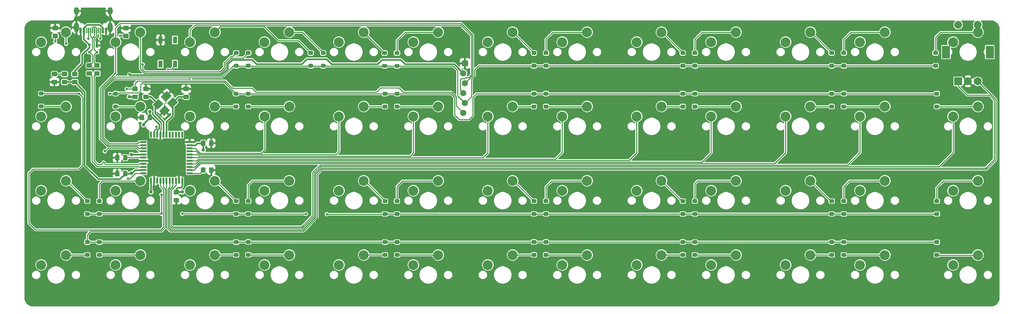
<source format=gbl>
G04 #@! TF.GenerationSoftware,KiCad,Pcbnew,(5.1.4-0)*
G04 #@! TF.CreationDate,2021-10-31T23:19:14-05:00*
G04 #@! TF.ProjectId,pcb,7063622e-6b69-4636-9164-5f7063625858,rev?*
G04 #@! TF.SameCoordinates,Original*
G04 #@! TF.FileFunction,Copper,L2,Bot*
G04 #@! TF.FilePolarity,Positive*
%FSLAX46Y46*%
G04 Gerber Fmt 4.6, Leading zero omitted, Abs format (unit mm)*
G04 Created by KiCad (PCBNEW (5.1.4-0)) date 2021-10-31 23:19:14*
%MOMM*%
%LPD*%
G04 APERTURE LIST*
%ADD10C,0.100000*%
%ADD11C,0.600000*%
%ADD12O,1.300000X2.400000*%
%ADD13C,0.300000*%
%ADD14O,1.300000X1.900000*%
%ADD15C,1.150000*%
%ADD16C,1.800000*%
%ADD17R,0.700000X0.600000*%
%ADD18R,0.700000X1.000000*%
%ADD19C,1.000000*%
%ADD20C,2.540000*%
%ADD21R,2.000000X2.000000*%
%ADD22C,2.000000*%
%ADD23R,2.000000X3.200000*%
%ADD24C,1.600200*%
%ADD25R,0.500000X1.500000*%
%ADD26R,1.500000X0.500000*%
%ADD27R,1.100000X1.800000*%
%ADD28C,0.650000*%
%ADD29C,0.700000*%
%ADD30C,0.900000*%
%ADD31C,0.500000*%
%ADD32C,0.250000*%
%ADD33C,0.400000*%
%ADD34C,0.200000*%
G04 APERTURE END LIST*
D10*
G36*
X99054528Y-46914037D02*
G01*
X99069089Y-46916197D01*
X99083368Y-46919774D01*
X99097228Y-46924733D01*
X99110535Y-46931027D01*
X99123161Y-46938595D01*
X99134984Y-46947363D01*
X99145891Y-46957249D01*
X99155777Y-46968156D01*
X99164545Y-46979979D01*
X99172113Y-46992605D01*
X99178407Y-47005912D01*
X99183366Y-47019772D01*
X99186943Y-47034051D01*
X99189103Y-47048612D01*
X99189825Y-47063315D01*
X99189825Y-48213315D01*
X99189103Y-48228018D01*
X99186943Y-48242579D01*
X99183366Y-48256858D01*
X99178407Y-48270718D01*
X99172113Y-48284025D01*
X99164545Y-48296651D01*
X99155777Y-48308474D01*
X99145891Y-48319381D01*
X99134984Y-48329267D01*
X99123161Y-48338035D01*
X99110535Y-48345603D01*
X99097228Y-48351897D01*
X99083368Y-48356856D01*
X99069089Y-48360433D01*
X99054528Y-48362593D01*
X99039825Y-48363315D01*
X98739825Y-48363315D01*
X98725122Y-48362593D01*
X98710561Y-48360433D01*
X98696282Y-48356856D01*
X98682422Y-48351897D01*
X98669115Y-48345603D01*
X98656489Y-48338035D01*
X98644666Y-48329267D01*
X98633759Y-48319381D01*
X98623873Y-48308474D01*
X98615105Y-48296651D01*
X98607537Y-48284025D01*
X98601243Y-48270718D01*
X98596284Y-48256858D01*
X98592707Y-48242579D01*
X98590547Y-48228018D01*
X98589825Y-48213315D01*
X98589825Y-47063315D01*
X98590547Y-47048612D01*
X98592707Y-47034051D01*
X98596284Y-47019772D01*
X98601243Y-47005912D01*
X98607537Y-46992605D01*
X98615105Y-46979979D01*
X98623873Y-46968156D01*
X98633759Y-46957249D01*
X98644666Y-46947363D01*
X98656489Y-46938595D01*
X98669115Y-46931027D01*
X98682422Y-46924733D01*
X98696282Y-46919774D01*
X98710561Y-46916197D01*
X98725122Y-46914037D01*
X98739825Y-46913315D01*
X99039825Y-46913315D01*
X99054528Y-46914037D01*
X99054528Y-46914037D01*
G37*
D11*
X98889825Y-47638315D03*
D10*
G36*
X99854528Y-46914037D02*
G01*
X99869089Y-46916197D01*
X99883368Y-46919774D01*
X99897228Y-46924733D01*
X99910535Y-46931027D01*
X99923161Y-46938595D01*
X99934984Y-46947363D01*
X99945891Y-46957249D01*
X99955777Y-46968156D01*
X99964545Y-46979979D01*
X99972113Y-46992605D01*
X99978407Y-47005912D01*
X99983366Y-47019772D01*
X99986943Y-47034051D01*
X99989103Y-47048612D01*
X99989825Y-47063315D01*
X99989825Y-48213315D01*
X99989103Y-48228018D01*
X99986943Y-48242579D01*
X99983366Y-48256858D01*
X99978407Y-48270718D01*
X99972113Y-48284025D01*
X99964545Y-48296651D01*
X99955777Y-48308474D01*
X99945891Y-48319381D01*
X99934984Y-48329267D01*
X99923161Y-48338035D01*
X99910535Y-48345603D01*
X99897228Y-48351897D01*
X99883368Y-48356856D01*
X99869089Y-48360433D01*
X99854528Y-48362593D01*
X99839825Y-48363315D01*
X99539825Y-48363315D01*
X99525122Y-48362593D01*
X99510561Y-48360433D01*
X99496282Y-48356856D01*
X99482422Y-48351897D01*
X99469115Y-48345603D01*
X99456489Y-48338035D01*
X99444666Y-48329267D01*
X99433759Y-48319381D01*
X99423873Y-48308474D01*
X99415105Y-48296651D01*
X99407537Y-48284025D01*
X99401243Y-48270718D01*
X99396284Y-48256858D01*
X99392707Y-48242579D01*
X99390547Y-48228018D01*
X99389825Y-48213315D01*
X99389825Y-47063315D01*
X99390547Y-47048612D01*
X99392707Y-47034051D01*
X99396284Y-47019772D01*
X99401243Y-47005912D01*
X99407537Y-46992605D01*
X99415105Y-46979979D01*
X99423873Y-46968156D01*
X99433759Y-46957249D01*
X99444666Y-46947363D01*
X99456489Y-46938595D01*
X99469115Y-46931027D01*
X99482422Y-46924733D01*
X99496282Y-46919774D01*
X99510561Y-46916197D01*
X99525122Y-46914037D01*
X99539825Y-46913315D01*
X99839825Y-46913315D01*
X99854528Y-46914037D01*
X99854528Y-46914037D01*
G37*
D11*
X99689825Y-47638315D03*
D10*
G36*
X94154528Y-46914037D02*
G01*
X94169089Y-46916197D01*
X94183368Y-46919774D01*
X94197228Y-46924733D01*
X94210535Y-46931027D01*
X94223161Y-46938595D01*
X94234984Y-46947363D01*
X94245891Y-46957249D01*
X94255777Y-46968156D01*
X94264545Y-46979979D01*
X94272113Y-46992605D01*
X94278407Y-47005912D01*
X94283366Y-47019772D01*
X94286943Y-47034051D01*
X94289103Y-47048612D01*
X94289825Y-47063315D01*
X94289825Y-48213315D01*
X94289103Y-48228018D01*
X94286943Y-48242579D01*
X94283366Y-48256858D01*
X94278407Y-48270718D01*
X94272113Y-48284025D01*
X94264545Y-48296651D01*
X94255777Y-48308474D01*
X94245891Y-48319381D01*
X94234984Y-48329267D01*
X94223161Y-48338035D01*
X94210535Y-48345603D01*
X94197228Y-48351897D01*
X94183368Y-48356856D01*
X94169089Y-48360433D01*
X94154528Y-48362593D01*
X94139825Y-48363315D01*
X93839825Y-48363315D01*
X93825122Y-48362593D01*
X93810561Y-48360433D01*
X93796282Y-48356856D01*
X93782422Y-48351897D01*
X93769115Y-48345603D01*
X93756489Y-48338035D01*
X93744666Y-48329267D01*
X93733759Y-48319381D01*
X93723873Y-48308474D01*
X93715105Y-48296651D01*
X93707537Y-48284025D01*
X93701243Y-48270718D01*
X93696284Y-48256858D01*
X93692707Y-48242579D01*
X93690547Y-48228018D01*
X93689825Y-48213315D01*
X93689825Y-47063315D01*
X93690547Y-47048612D01*
X93692707Y-47034051D01*
X93696284Y-47019772D01*
X93701243Y-47005912D01*
X93707537Y-46992605D01*
X93715105Y-46979979D01*
X93723873Y-46968156D01*
X93733759Y-46957249D01*
X93744666Y-46947363D01*
X93756489Y-46938595D01*
X93769115Y-46931027D01*
X93782422Y-46924733D01*
X93796282Y-46919774D01*
X93810561Y-46916197D01*
X93825122Y-46914037D01*
X93839825Y-46913315D01*
X94139825Y-46913315D01*
X94154528Y-46914037D01*
X94154528Y-46914037D01*
G37*
D11*
X93989825Y-47638315D03*
D12*
X92139825Y-46863315D03*
D10*
G36*
X96772176Y-46913676D02*
G01*
X96779457Y-46914756D01*
X96786596Y-46916544D01*
X96793526Y-46919024D01*
X96800180Y-46922171D01*
X96806493Y-46925955D01*
X96812404Y-46930339D01*
X96817858Y-46935282D01*
X96822801Y-46940736D01*
X96827185Y-46946647D01*
X96830969Y-46952960D01*
X96834116Y-46959614D01*
X96836596Y-46966544D01*
X96838384Y-46973683D01*
X96839464Y-46980964D01*
X96839825Y-46988315D01*
X96839825Y-48288315D01*
X96839464Y-48295666D01*
X96838384Y-48302947D01*
X96836596Y-48310086D01*
X96834116Y-48317016D01*
X96830969Y-48323670D01*
X96827185Y-48329983D01*
X96822801Y-48335894D01*
X96817858Y-48341348D01*
X96812404Y-48346291D01*
X96806493Y-48350675D01*
X96800180Y-48354459D01*
X96793526Y-48357606D01*
X96786596Y-48360086D01*
X96779457Y-48361874D01*
X96772176Y-48362954D01*
X96764825Y-48363315D01*
X96614825Y-48363315D01*
X96607474Y-48362954D01*
X96600193Y-48361874D01*
X96593054Y-48360086D01*
X96586124Y-48357606D01*
X96579470Y-48354459D01*
X96573157Y-48350675D01*
X96567246Y-48346291D01*
X96561792Y-48341348D01*
X96556849Y-48335894D01*
X96552465Y-48329983D01*
X96548681Y-48323670D01*
X96545534Y-48317016D01*
X96543054Y-48310086D01*
X96541266Y-48302947D01*
X96540186Y-48295666D01*
X96539825Y-48288315D01*
X96539825Y-46988315D01*
X96540186Y-46980964D01*
X96541266Y-46973683D01*
X96543054Y-46966544D01*
X96545534Y-46959614D01*
X96548681Y-46952960D01*
X96552465Y-46946647D01*
X96556849Y-46940736D01*
X96561792Y-46935282D01*
X96567246Y-46930339D01*
X96573157Y-46925955D01*
X96579470Y-46922171D01*
X96586124Y-46919024D01*
X96593054Y-46916544D01*
X96600193Y-46914756D01*
X96607474Y-46913676D01*
X96614825Y-46913315D01*
X96764825Y-46913315D01*
X96772176Y-46913676D01*
X96772176Y-46913676D01*
G37*
D13*
X96689825Y-47638315D03*
D10*
G36*
X97272176Y-46913676D02*
G01*
X97279457Y-46914756D01*
X97286596Y-46916544D01*
X97293526Y-46919024D01*
X97300180Y-46922171D01*
X97306493Y-46925955D01*
X97312404Y-46930339D01*
X97317858Y-46935282D01*
X97322801Y-46940736D01*
X97327185Y-46946647D01*
X97330969Y-46952960D01*
X97334116Y-46959614D01*
X97336596Y-46966544D01*
X97338384Y-46973683D01*
X97339464Y-46980964D01*
X97339825Y-46988315D01*
X97339825Y-48288315D01*
X97339464Y-48295666D01*
X97338384Y-48302947D01*
X97336596Y-48310086D01*
X97334116Y-48317016D01*
X97330969Y-48323670D01*
X97327185Y-48329983D01*
X97322801Y-48335894D01*
X97317858Y-48341348D01*
X97312404Y-48346291D01*
X97306493Y-48350675D01*
X97300180Y-48354459D01*
X97293526Y-48357606D01*
X97286596Y-48360086D01*
X97279457Y-48361874D01*
X97272176Y-48362954D01*
X97264825Y-48363315D01*
X97114825Y-48363315D01*
X97107474Y-48362954D01*
X97100193Y-48361874D01*
X97093054Y-48360086D01*
X97086124Y-48357606D01*
X97079470Y-48354459D01*
X97073157Y-48350675D01*
X97067246Y-48346291D01*
X97061792Y-48341348D01*
X97056849Y-48335894D01*
X97052465Y-48329983D01*
X97048681Y-48323670D01*
X97045534Y-48317016D01*
X97043054Y-48310086D01*
X97041266Y-48302947D01*
X97040186Y-48295666D01*
X97039825Y-48288315D01*
X97039825Y-46988315D01*
X97040186Y-46980964D01*
X97041266Y-46973683D01*
X97043054Y-46966544D01*
X97045534Y-46959614D01*
X97048681Y-46952960D01*
X97052465Y-46946647D01*
X97056849Y-46940736D01*
X97061792Y-46935282D01*
X97067246Y-46930339D01*
X97073157Y-46925955D01*
X97079470Y-46922171D01*
X97086124Y-46919024D01*
X97093054Y-46916544D01*
X97100193Y-46914756D01*
X97107474Y-46913676D01*
X97114825Y-46913315D01*
X97264825Y-46913315D01*
X97272176Y-46913676D01*
X97272176Y-46913676D01*
G37*
D13*
X97189825Y-47638315D03*
D10*
G36*
X97772176Y-46913676D02*
G01*
X97779457Y-46914756D01*
X97786596Y-46916544D01*
X97793526Y-46919024D01*
X97800180Y-46922171D01*
X97806493Y-46925955D01*
X97812404Y-46930339D01*
X97817858Y-46935282D01*
X97822801Y-46940736D01*
X97827185Y-46946647D01*
X97830969Y-46952960D01*
X97834116Y-46959614D01*
X97836596Y-46966544D01*
X97838384Y-46973683D01*
X97839464Y-46980964D01*
X97839825Y-46988315D01*
X97839825Y-48288315D01*
X97839464Y-48295666D01*
X97838384Y-48302947D01*
X97836596Y-48310086D01*
X97834116Y-48317016D01*
X97830969Y-48323670D01*
X97827185Y-48329983D01*
X97822801Y-48335894D01*
X97817858Y-48341348D01*
X97812404Y-48346291D01*
X97806493Y-48350675D01*
X97800180Y-48354459D01*
X97793526Y-48357606D01*
X97786596Y-48360086D01*
X97779457Y-48361874D01*
X97772176Y-48362954D01*
X97764825Y-48363315D01*
X97614825Y-48363315D01*
X97607474Y-48362954D01*
X97600193Y-48361874D01*
X97593054Y-48360086D01*
X97586124Y-48357606D01*
X97579470Y-48354459D01*
X97573157Y-48350675D01*
X97567246Y-48346291D01*
X97561792Y-48341348D01*
X97556849Y-48335894D01*
X97552465Y-48329983D01*
X97548681Y-48323670D01*
X97545534Y-48317016D01*
X97543054Y-48310086D01*
X97541266Y-48302947D01*
X97540186Y-48295666D01*
X97539825Y-48288315D01*
X97539825Y-46988315D01*
X97540186Y-46980964D01*
X97541266Y-46973683D01*
X97543054Y-46966544D01*
X97545534Y-46959614D01*
X97548681Y-46952960D01*
X97552465Y-46946647D01*
X97556849Y-46940736D01*
X97561792Y-46935282D01*
X97567246Y-46930339D01*
X97573157Y-46925955D01*
X97579470Y-46922171D01*
X97586124Y-46919024D01*
X97593054Y-46916544D01*
X97600193Y-46914756D01*
X97607474Y-46913676D01*
X97614825Y-46913315D01*
X97764825Y-46913315D01*
X97772176Y-46913676D01*
X97772176Y-46913676D01*
G37*
D13*
X97689825Y-47638315D03*
D10*
G36*
X98272176Y-46913676D02*
G01*
X98279457Y-46914756D01*
X98286596Y-46916544D01*
X98293526Y-46919024D01*
X98300180Y-46922171D01*
X98306493Y-46925955D01*
X98312404Y-46930339D01*
X98317858Y-46935282D01*
X98322801Y-46940736D01*
X98327185Y-46946647D01*
X98330969Y-46952960D01*
X98334116Y-46959614D01*
X98336596Y-46966544D01*
X98338384Y-46973683D01*
X98339464Y-46980964D01*
X98339825Y-46988315D01*
X98339825Y-48288315D01*
X98339464Y-48295666D01*
X98338384Y-48302947D01*
X98336596Y-48310086D01*
X98334116Y-48317016D01*
X98330969Y-48323670D01*
X98327185Y-48329983D01*
X98322801Y-48335894D01*
X98317858Y-48341348D01*
X98312404Y-48346291D01*
X98306493Y-48350675D01*
X98300180Y-48354459D01*
X98293526Y-48357606D01*
X98286596Y-48360086D01*
X98279457Y-48361874D01*
X98272176Y-48362954D01*
X98264825Y-48363315D01*
X98114825Y-48363315D01*
X98107474Y-48362954D01*
X98100193Y-48361874D01*
X98093054Y-48360086D01*
X98086124Y-48357606D01*
X98079470Y-48354459D01*
X98073157Y-48350675D01*
X98067246Y-48346291D01*
X98061792Y-48341348D01*
X98056849Y-48335894D01*
X98052465Y-48329983D01*
X98048681Y-48323670D01*
X98045534Y-48317016D01*
X98043054Y-48310086D01*
X98041266Y-48302947D01*
X98040186Y-48295666D01*
X98039825Y-48288315D01*
X98039825Y-46988315D01*
X98040186Y-46980964D01*
X98041266Y-46973683D01*
X98043054Y-46966544D01*
X98045534Y-46959614D01*
X98048681Y-46952960D01*
X98052465Y-46946647D01*
X98056849Y-46940736D01*
X98061792Y-46935282D01*
X98067246Y-46930339D01*
X98073157Y-46925955D01*
X98079470Y-46922171D01*
X98086124Y-46919024D01*
X98093054Y-46916544D01*
X98100193Y-46914756D01*
X98107474Y-46913676D01*
X98114825Y-46913315D01*
X98264825Y-46913315D01*
X98272176Y-46913676D01*
X98272176Y-46913676D01*
G37*
D13*
X98189825Y-47638315D03*
D10*
G36*
X96268176Y-46913676D02*
G01*
X96275457Y-46914756D01*
X96282596Y-46916544D01*
X96289526Y-46919024D01*
X96296180Y-46922171D01*
X96302493Y-46925955D01*
X96308404Y-46930339D01*
X96313858Y-46935282D01*
X96318801Y-46940736D01*
X96323185Y-46946647D01*
X96326969Y-46952960D01*
X96330116Y-46959614D01*
X96332596Y-46966544D01*
X96334384Y-46973683D01*
X96335464Y-46980964D01*
X96335825Y-46988315D01*
X96335825Y-48288315D01*
X96335464Y-48295666D01*
X96334384Y-48302947D01*
X96332596Y-48310086D01*
X96330116Y-48317016D01*
X96326969Y-48323670D01*
X96323185Y-48329983D01*
X96318801Y-48335894D01*
X96313858Y-48341348D01*
X96308404Y-48346291D01*
X96302493Y-48350675D01*
X96296180Y-48354459D01*
X96289526Y-48357606D01*
X96282596Y-48360086D01*
X96275457Y-48361874D01*
X96268176Y-48362954D01*
X96260825Y-48363315D01*
X96110825Y-48363315D01*
X96103474Y-48362954D01*
X96096193Y-48361874D01*
X96089054Y-48360086D01*
X96082124Y-48357606D01*
X96075470Y-48354459D01*
X96069157Y-48350675D01*
X96063246Y-48346291D01*
X96057792Y-48341348D01*
X96052849Y-48335894D01*
X96048465Y-48329983D01*
X96044681Y-48323670D01*
X96041534Y-48317016D01*
X96039054Y-48310086D01*
X96037266Y-48302947D01*
X96036186Y-48295666D01*
X96035825Y-48288315D01*
X96035825Y-46988315D01*
X96036186Y-46980964D01*
X96037266Y-46973683D01*
X96039054Y-46966544D01*
X96041534Y-46959614D01*
X96044681Y-46952960D01*
X96048465Y-46946647D01*
X96052849Y-46940736D01*
X96057792Y-46935282D01*
X96063246Y-46930339D01*
X96069157Y-46925955D01*
X96075470Y-46922171D01*
X96082124Y-46919024D01*
X96089054Y-46916544D01*
X96096193Y-46914756D01*
X96103474Y-46913676D01*
X96110825Y-46913315D01*
X96260825Y-46913315D01*
X96268176Y-46913676D01*
X96268176Y-46913676D01*
G37*
D13*
X96185825Y-47638315D03*
D10*
G36*
X95772176Y-46913676D02*
G01*
X95779457Y-46914756D01*
X95786596Y-46916544D01*
X95793526Y-46919024D01*
X95800180Y-46922171D01*
X95806493Y-46925955D01*
X95812404Y-46930339D01*
X95817858Y-46935282D01*
X95822801Y-46940736D01*
X95827185Y-46946647D01*
X95830969Y-46952960D01*
X95834116Y-46959614D01*
X95836596Y-46966544D01*
X95838384Y-46973683D01*
X95839464Y-46980964D01*
X95839825Y-46988315D01*
X95839825Y-48288315D01*
X95839464Y-48295666D01*
X95838384Y-48302947D01*
X95836596Y-48310086D01*
X95834116Y-48317016D01*
X95830969Y-48323670D01*
X95827185Y-48329983D01*
X95822801Y-48335894D01*
X95817858Y-48341348D01*
X95812404Y-48346291D01*
X95806493Y-48350675D01*
X95800180Y-48354459D01*
X95793526Y-48357606D01*
X95786596Y-48360086D01*
X95779457Y-48361874D01*
X95772176Y-48362954D01*
X95764825Y-48363315D01*
X95614825Y-48363315D01*
X95607474Y-48362954D01*
X95600193Y-48361874D01*
X95593054Y-48360086D01*
X95586124Y-48357606D01*
X95579470Y-48354459D01*
X95573157Y-48350675D01*
X95567246Y-48346291D01*
X95561792Y-48341348D01*
X95556849Y-48335894D01*
X95552465Y-48329983D01*
X95548681Y-48323670D01*
X95545534Y-48317016D01*
X95543054Y-48310086D01*
X95541266Y-48302947D01*
X95540186Y-48295666D01*
X95539825Y-48288315D01*
X95539825Y-46988315D01*
X95540186Y-46980964D01*
X95541266Y-46973683D01*
X95543054Y-46966544D01*
X95545534Y-46959614D01*
X95548681Y-46952960D01*
X95552465Y-46946647D01*
X95556849Y-46940736D01*
X95561792Y-46935282D01*
X95567246Y-46930339D01*
X95573157Y-46925955D01*
X95579470Y-46922171D01*
X95586124Y-46919024D01*
X95593054Y-46916544D01*
X95600193Y-46914756D01*
X95607474Y-46913676D01*
X95614825Y-46913315D01*
X95764825Y-46913315D01*
X95772176Y-46913676D01*
X95772176Y-46913676D01*
G37*
D13*
X95689825Y-47638315D03*
D10*
G36*
X95272176Y-46913676D02*
G01*
X95279457Y-46914756D01*
X95286596Y-46916544D01*
X95293526Y-46919024D01*
X95300180Y-46922171D01*
X95306493Y-46925955D01*
X95312404Y-46930339D01*
X95317858Y-46935282D01*
X95322801Y-46940736D01*
X95327185Y-46946647D01*
X95330969Y-46952960D01*
X95334116Y-46959614D01*
X95336596Y-46966544D01*
X95338384Y-46973683D01*
X95339464Y-46980964D01*
X95339825Y-46988315D01*
X95339825Y-48288315D01*
X95339464Y-48295666D01*
X95338384Y-48302947D01*
X95336596Y-48310086D01*
X95334116Y-48317016D01*
X95330969Y-48323670D01*
X95327185Y-48329983D01*
X95322801Y-48335894D01*
X95317858Y-48341348D01*
X95312404Y-48346291D01*
X95306493Y-48350675D01*
X95300180Y-48354459D01*
X95293526Y-48357606D01*
X95286596Y-48360086D01*
X95279457Y-48361874D01*
X95272176Y-48362954D01*
X95264825Y-48363315D01*
X95114825Y-48363315D01*
X95107474Y-48362954D01*
X95100193Y-48361874D01*
X95093054Y-48360086D01*
X95086124Y-48357606D01*
X95079470Y-48354459D01*
X95073157Y-48350675D01*
X95067246Y-48346291D01*
X95061792Y-48341348D01*
X95056849Y-48335894D01*
X95052465Y-48329983D01*
X95048681Y-48323670D01*
X95045534Y-48317016D01*
X95043054Y-48310086D01*
X95041266Y-48302947D01*
X95040186Y-48295666D01*
X95039825Y-48288315D01*
X95039825Y-46988315D01*
X95040186Y-46980964D01*
X95041266Y-46973683D01*
X95043054Y-46966544D01*
X95045534Y-46959614D01*
X95048681Y-46952960D01*
X95052465Y-46946647D01*
X95056849Y-46940736D01*
X95061792Y-46935282D01*
X95067246Y-46930339D01*
X95073157Y-46925955D01*
X95079470Y-46922171D01*
X95086124Y-46919024D01*
X95093054Y-46916544D01*
X95100193Y-46914756D01*
X95107474Y-46913676D01*
X95114825Y-46913315D01*
X95264825Y-46913315D01*
X95272176Y-46913676D01*
X95272176Y-46913676D01*
G37*
D13*
X95189825Y-47638315D03*
D10*
G36*
X94772176Y-46913676D02*
G01*
X94779457Y-46914756D01*
X94786596Y-46916544D01*
X94793526Y-46919024D01*
X94800180Y-46922171D01*
X94806493Y-46925955D01*
X94812404Y-46930339D01*
X94817858Y-46935282D01*
X94822801Y-46940736D01*
X94827185Y-46946647D01*
X94830969Y-46952960D01*
X94834116Y-46959614D01*
X94836596Y-46966544D01*
X94838384Y-46973683D01*
X94839464Y-46980964D01*
X94839825Y-46988315D01*
X94839825Y-48288315D01*
X94839464Y-48295666D01*
X94838384Y-48302947D01*
X94836596Y-48310086D01*
X94834116Y-48317016D01*
X94830969Y-48323670D01*
X94827185Y-48329983D01*
X94822801Y-48335894D01*
X94817858Y-48341348D01*
X94812404Y-48346291D01*
X94806493Y-48350675D01*
X94800180Y-48354459D01*
X94793526Y-48357606D01*
X94786596Y-48360086D01*
X94779457Y-48361874D01*
X94772176Y-48362954D01*
X94764825Y-48363315D01*
X94614825Y-48363315D01*
X94607474Y-48362954D01*
X94600193Y-48361874D01*
X94593054Y-48360086D01*
X94586124Y-48357606D01*
X94579470Y-48354459D01*
X94573157Y-48350675D01*
X94567246Y-48346291D01*
X94561792Y-48341348D01*
X94556849Y-48335894D01*
X94552465Y-48329983D01*
X94548681Y-48323670D01*
X94545534Y-48317016D01*
X94543054Y-48310086D01*
X94541266Y-48302947D01*
X94540186Y-48295666D01*
X94539825Y-48288315D01*
X94539825Y-46988315D01*
X94540186Y-46980964D01*
X94541266Y-46973683D01*
X94543054Y-46966544D01*
X94545534Y-46959614D01*
X94548681Y-46952960D01*
X94552465Y-46946647D01*
X94556849Y-46940736D01*
X94561792Y-46935282D01*
X94567246Y-46930339D01*
X94573157Y-46925955D01*
X94579470Y-46922171D01*
X94586124Y-46919024D01*
X94593054Y-46916544D01*
X94600193Y-46914756D01*
X94607474Y-46913676D01*
X94614825Y-46913315D01*
X94764825Y-46913315D01*
X94772176Y-46913676D01*
X94772176Y-46913676D01*
G37*
D13*
X94689825Y-47638315D03*
D10*
G36*
X93354528Y-46914037D02*
G01*
X93369089Y-46916197D01*
X93383368Y-46919774D01*
X93397228Y-46924733D01*
X93410535Y-46931027D01*
X93423161Y-46938595D01*
X93434984Y-46947363D01*
X93445891Y-46957249D01*
X93455777Y-46968156D01*
X93464545Y-46979979D01*
X93472113Y-46992605D01*
X93478407Y-47005912D01*
X93483366Y-47019772D01*
X93486943Y-47034051D01*
X93489103Y-47048612D01*
X93489825Y-47063315D01*
X93489825Y-48213315D01*
X93489103Y-48228018D01*
X93486943Y-48242579D01*
X93483366Y-48256858D01*
X93478407Y-48270718D01*
X93472113Y-48284025D01*
X93464545Y-48296651D01*
X93455777Y-48308474D01*
X93445891Y-48319381D01*
X93434984Y-48329267D01*
X93423161Y-48338035D01*
X93410535Y-48345603D01*
X93397228Y-48351897D01*
X93383368Y-48356856D01*
X93369089Y-48360433D01*
X93354528Y-48362593D01*
X93339825Y-48363315D01*
X93039825Y-48363315D01*
X93025122Y-48362593D01*
X93010561Y-48360433D01*
X92996282Y-48356856D01*
X92982422Y-48351897D01*
X92969115Y-48345603D01*
X92956489Y-48338035D01*
X92944666Y-48329267D01*
X92933759Y-48319381D01*
X92923873Y-48308474D01*
X92915105Y-48296651D01*
X92907537Y-48284025D01*
X92901243Y-48270718D01*
X92896284Y-48256858D01*
X92892707Y-48242579D01*
X92890547Y-48228018D01*
X92889825Y-48213315D01*
X92889825Y-47063315D01*
X92890547Y-47048612D01*
X92892707Y-47034051D01*
X92896284Y-47019772D01*
X92901243Y-47005912D01*
X92907537Y-46992605D01*
X92915105Y-46979979D01*
X92923873Y-46968156D01*
X92933759Y-46957249D01*
X92944666Y-46947363D01*
X92956489Y-46938595D01*
X92969115Y-46931027D01*
X92982422Y-46924733D01*
X92996282Y-46919774D01*
X93010561Y-46916197D01*
X93025122Y-46914037D01*
X93039825Y-46913315D01*
X93339825Y-46913315D01*
X93354528Y-46914037D01*
X93354528Y-46914037D01*
G37*
D11*
X93189825Y-47638315D03*
D14*
X92139825Y-42663315D03*
X100739825Y-42663315D03*
D12*
X100739825Y-46863315D03*
D10*
G36*
X126965130Y-75857454D02*
G01*
X126989398Y-75861054D01*
X127013197Y-75867015D01*
X127036296Y-75875280D01*
X127058475Y-75885770D01*
X127079518Y-75898382D01*
X127099224Y-75912997D01*
X127117402Y-75929473D01*
X127133878Y-75947651D01*
X127148493Y-75967357D01*
X127161105Y-75988400D01*
X127171595Y-76010579D01*
X127179860Y-76033678D01*
X127185821Y-76057477D01*
X127189421Y-76081745D01*
X127190625Y-76106249D01*
X127190625Y-77006251D01*
X127189421Y-77030755D01*
X127185821Y-77055023D01*
X127179860Y-77078822D01*
X127171595Y-77101921D01*
X127161105Y-77124100D01*
X127148493Y-77145143D01*
X127133878Y-77164849D01*
X127117402Y-77183027D01*
X127099224Y-77199503D01*
X127079518Y-77214118D01*
X127058475Y-77226730D01*
X127036296Y-77237220D01*
X127013197Y-77245485D01*
X126989398Y-77251446D01*
X126965130Y-77255046D01*
X126940626Y-77256250D01*
X126290624Y-77256250D01*
X126266120Y-77255046D01*
X126241852Y-77251446D01*
X126218053Y-77245485D01*
X126194954Y-77237220D01*
X126172775Y-77226730D01*
X126151732Y-77214118D01*
X126132026Y-77199503D01*
X126113848Y-77183027D01*
X126097372Y-77164849D01*
X126082757Y-77145143D01*
X126070145Y-77124100D01*
X126059655Y-77101921D01*
X126051390Y-77078822D01*
X126045429Y-77055023D01*
X126041829Y-77030755D01*
X126040625Y-77006251D01*
X126040625Y-76106249D01*
X126041829Y-76081745D01*
X126045429Y-76057477D01*
X126051390Y-76033678D01*
X126059655Y-76010579D01*
X126070145Y-75988400D01*
X126082757Y-75967357D01*
X126097372Y-75947651D01*
X126113848Y-75929473D01*
X126132026Y-75912997D01*
X126151732Y-75898382D01*
X126172775Y-75885770D01*
X126194954Y-75875280D01*
X126218053Y-75867015D01*
X126241852Y-75861054D01*
X126266120Y-75857454D01*
X126290624Y-75856250D01*
X126940626Y-75856250D01*
X126965130Y-75857454D01*
X126965130Y-75857454D01*
G37*
D15*
X126615625Y-76556250D03*
D10*
G36*
X124915130Y-75857454D02*
G01*
X124939398Y-75861054D01*
X124963197Y-75867015D01*
X124986296Y-75875280D01*
X125008475Y-75885770D01*
X125029518Y-75898382D01*
X125049224Y-75912997D01*
X125067402Y-75929473D01*
X125083878Y-75947651D01*
X125098493Y-75967357D01*
X125111105Y-75988400D01*
X125121595Y-76010579D01*
X125129860Y-76033678D01*
X125135821Y-76057477D01*
X125139421Y-76081745D01*
X125140625Y-76106249D01*
X125140625Y-77006251D01*
X125139421Y-77030755D01*
X125135821Y-77055023D01*
X125129860Y-77078822D01*
X125121595Y-77101921D01*
X125111105Y-77124100D01*
X125098493Y-77145143D01*
X125083878Y-77164849D01*
X125067402Y-77183027D01*
X125049224Y-77199503D01*
X125029518Y-77214118D01*
X125008475Y-77226730D01*
X124986296Y-77237220D01*
X124963197Y-77245485D01*
X124939398Y-77251446D01*
X124915130Y-77255046D01*
X124890626Y-77256250D01*
X124240624Y-77256250D01*
X124216120Y-77255046D01*
X124191852Y-77251446D01*
X124168053Y-77245485D01*
X124144954Y-77237220D01*
X124122775Y-77226730D01*
X124101732Y-77214118D01*
X124082026Y-77199503D01*
X124063848Y-77183027D01*
X124047372Y-77164849D01*
X124032757Y-77145143D01*
X124020145Y-77124100D01*
X124009655Y-77101921D01*
X124001390Y-77078822D01*
X123995429Y-77055023D01*
X123991829Y-77030755D01*
X123990625Y-77006251D01*
X123990625Y-76106249D01*
X123991829Y-76081745D01*
X123995429Y-76057477D01*
X124001390Y-76033678D01*
X124009655Y-76010579D01*
X124020145Y-75988400D01*
X124032757Y-75967357D01*
X124047372Y-75947651D01*
X124063848Y-75929473D01*
X124082026Y-75912997D01*
X124101732Y-75898382D01*
X124122775Y-75885770D01*
X124144954Y-75875280D01*
X124168053Y-75867015D01*
X124191852Y-75861054D01*
X124216120Y-75857454D01*
X124240624Y-75856250D01*
X124890626Y-75856250D01*
X124915130Y-75857454D01*
X124915130Y-75857454D01*
G37*
D15*
X124565625Y-76556250D03*
D16*
X113052147Y-66568382D03*
D10*
G36*
X112946081Y-67947240D02*
G01*
X111673289Y-66674448D01*
X113158213Y-65189524D01*
X114431005Y-66462316D01*
X112946081Y-67947240D01*
X112946081Y-67947240D01*
G37*
D16*
X115102757Y-64517772D03*
D10*
G36*
X114996691Y-65896630D02*
G01*
X113723899Y-64623838D01*
X115208823Y-63138914D01*
X116481615Y-64411706D01*
X114996691Y-65896630D01*
X114996691Y-65896630D01*
G37*
D16*
X116729103Y-66144118D03*
D10*
G36*
X116623037Y-67522976D02*
G01*
X115350245Y-66250184D01*
X116835169Y-64765260D01*
X118107961Y-66038052D01*
X116623037Y-67522976D01*
X116623037Y-67522976D01*
G37*
D16*
X114678493Y-68194728D03*
D10*
G36*
X114572427Y-69573586D02*
G01*
X113299635Y-68300794D01*
X114784559Y-66815870D01*
X116057351Y-68088662D01*
X114572427Y-69573586D01*
X114572427Y-69573586D01*
G37*
G36*
X118165130Y-90607454D02*
G01*
X118189398Y-90611054D01*
X118213197Y-90617015D01*
X118236296Y-90625280D01*
X118258475Y-90635770D01*
X118279518Y-90648382D01*
X118299224Y-90662997D01*
X118317402Y-90679473D01*
X118333878Y-90697651D01*
X118348493Y-90717357D01*
X118361105Y-90738400D01*
X118371595Y-90760579D01*
X118379860Y-90783678D01*
X118385821Y-90807477D01*
X118389421Y-90831745D01*
X118390625Y-90856249D01*
X118390625Y-91506251D01*
X118389421Y-91530755D01*
X118385821Y-91555023D01*
X118379860Y-91578822D01*
X118371595Y-91601921D01*
X118361105Y-91624100D01*
X118348493Y-91645143D01*
X118333878Y-91664849D01*
X118317402Y-91683027D01*
X118299224Y-91699503D01*
X118279518Y-91714118D01*
X118258475Y-91726730D01*
X118236296Y-91737220D01*
X118213197Y-91745485D01*
X118189398Y-91751446D01*
X118165130Y-91755046D01*
X118140626Y-91756250D01*
X117240624Y-91756250D01*
X117216120Y-91755046D01*
X117191852Y-91751446D01*
X117168053Y-91745485D01*
X117144954Y-91737220D01*
X117122775Y-91726730D01*
X117101732Y-91714118D01*
X117082026Y-91699503D01*
X117063848Y-91683027D01*
X117047372Y-91664849D01*
X117032757Y-91645143D01*
X117020145Y-91624100D01*
X117009655Y-91601921D01*
X117001390Y-91578822D01*
X116995429Y-91555023D01*
X116991829Y-91530755D01*
X116990625Y-91506251D01*
X116990625Y-90856249D01*
X116991829Y-90831745D01*
X116995429Y-90807477D01*
X117001390Y-90783678D01*
X117009655Y-90760579D01*
X117020145Y-90738400D01*
X117032757Y-90717357D01*
X117047372Y-90697651D01*
X117063848Y-90679473D01*
X117082026Y-90662997D01*
X117101732Y-90648382D01*
X117122775Y-90635770D01*
X117144954Y-90625280D01*
X117168053Y-90617015D01*
X117191852Y-90611054D01*
X117216120Y-90607454D01*
X117240624Y-90606250D01*
X118140626Y-90606250D01*
X118165130Y-90607454D01*
X118165130Y-90607454D01*
G37*
D15*
X117690625Y-91181250D03*
D10*
G36*
X118165130Y-88557454D02*
G01*
X118189398Y-88561054D01*
X118213197Y-88567015D01*
X118236296Y-88575280D01*
X118258475Y-88585770D01*
X118279518Y-88598382D01*
X118299224Y-88612997D01*
X118317402Y-88629473D01*
X118333878Y-88647651D01*
X118348493Y-88667357D01*
X118361105Y-88688400D01*
X118371595Y-88710579D01*
X118379860Y-88733678D01*
X118385821Y-88757477D01*
X118389421Y-88781745D01*
X118390625Y-88806249D01*
X118390625Y-89456251D01*
X118389421Y-89480755D01*
X118385821Y-89505023D01*
X118379860Y-89528822D01*
X118371595Y-89551921D01*
X118361105Y-89574100D01*
X118348493Y-89595143D01*
X118333878Y-89614849D01*
X118317402Y-89633027D01*
X118299224Y-89649503D01*
X118279518Y-89664118D01*
X118258475Y-89676730D01*
X118236296Y-89687220D01*
X118213197Y-89695485D01*
X118189398Y-89701446D01*
X118165130Y-89705046D01*
X118140626Y-89706250D01*
X117240624Y-89706250D01*
X117216120Y-89705046D01*
X117191852Y-89701446D01*
X117168053Y-89695485D01*
X117144954Y-89687220D01*
X117122775Y-89676730D01*
X117101732Y-89664118D01*
X117082026Y-89649503D01*
X117063848Y-89633027D01*
X117047372Y-89614849D01*
X117032757Y-89595143D01*
X117020145Y-89574100D01*
X117009655Y-89551921D01*
X117001390Y-89528822D01*
X116995429Y-89505023D01*
X116991829Y-89480755D01*
X116990625Y-89456251D01*
X116990625Y-88806249D01*
X116991829Y-88781745D01*
X116995429Y-88757477D01*
X117001390Y-88733678D01*
X117009655Y-88710579D01*
X117020145Y-88688400D01*
X117032757Y-88667357D01*
X117047372Y-88647651D01*
X117063848Y-88629473D01*
X117082026Y-88612997D01*
X117101732Y-88598382D01*
X117122775Y-88585770D01*
X117144954Y-88575280D01*
X117168053Y-88567015D01*
X117191852Y-88561054D01*
X117216120Y-88557454D01*
X117240624Y-88556250D01*
X118140626Y-88556250D01*
X118165130Y-88557454D01*
X118165130Y-88557454D01*
G37*
D15*
X117690625Y-89131250D03*
D17*
X95390625Y-51292186D03*
X95390625Y-53192186D03*
X97390625Y-53192186D03*
D18*
X97390625Y-51492186D03*
D10*
G36*
X312365129Y-52907454D02*
G01*
X312389398Y-52911054D01*
X312413196Y-52917015D01*
X312436296Y-52925280D01*
X312458474Y-52935770D01*
X312479518Y-52948383D01*
X312499223Y-52962997D01*
X312517402Y-52979473D01*
X312533878Y-52997652D01*
X312548492Y-53017357D01*
X312561105Y-53038401D01*
X312571595Y-53060579D01*
X312579860Y-53083679D01*
X312585821Y-53107477D01*
X312589421Y-53131746D01*
X312590625Y-53156250D01*
X312590625Y-53656250D01*
X312589421Y-53680754D01*
X312585821Y-53705023D01*
X312579860Y-53728821D01*
X312571595Y-53751921D01*
X312561105Y-53774099D01*
X312548492Y-53795143D01*
X312533878Y-53814848D01*
X312517402Y-53833027D01*
X312499223Y-53849503D01*
X312479518Y-53864117D01*
X312458474Y-53876730D01*
X312436296Y-53887220D01*
X312413196Y-53895485D01*
X312389398Y-53901446D01*
X312365129Y-53905046D01*
X312340625Y-53906250D01*
X311640625Y-53906250D01*
X311616121Y-53905046D01*
X311591852Y-53901446D01*
X311568054Y-53895485D01*
X311544954Y-53887220D01*
X311522776Y-53876730D01*
X311501732Y-53864117D01*
X311482027Y-53849503D01*
X311463848Y-53833027D01*
X311447372Y-53814848D01*
X311432758Y-53795143D01*
X311420145Y-53774099D01*
X311409655Y-53751921D01*
X311401390Y-53728821D01*
X311395429Y-53705023D01*
X311391829Y-53680754D01*
X311390625Y-53656250D01*
X311390625Y-53156250D01*
X311391829Y-53131746D01*
X311395429Y-53107477D01*
X311401390Y-53083679D01*
X311409655Y-53060579D01*
X311420145Y-53038401D01*
X311432758Y-53017357D01*
X311447372Y-52997652D01*
X311463848Y-52979473D01*
X311482027Y-52962997D01*
X311501732Y-52948383D01*
X311522776Y-52935770D01*
X311544954Y-52925280D01*
X311568054Y-52917015D01*
X311591852Y-52911054D01*
X311616121Y-52907454D01*
X311640625Y-52906250D01*
X312340625Y-52906250D01*
X312365129Y-52907454D01*
X312365129Y-52907454D01*
G37*
D19*
X311990625Y-53406250D03*
D10*
G36*
X312365129Y-56207454D02*
G01*
X312389398Y-56211054D01*
X312413196Y-56217015D01*
X312436296Y-56225280D01*
X312458474Y-56235770D01*
X312479518Y-56248383D01*
X312499223Y-56262997D01*
X312517402Y-56279473D01*
X312533878Y-56297652D01*
X312548492Y-56317357D01*
X312561105Y-56338401D01*
X312571595Y-56360579D01*
X312579860Y-56383679D01*
X312585821Y-56407477D01*
X312589421Y-56431746D01*
X312590625Y-56456250D01*
X312590625Y-56956250D01*
X312589421Y-56980754D01*
X312585821Y-57005023D01*
X312579860Y-57028821D01*
X312571595Y-57051921D01*
X312561105Y-57074099D01*
X312548492Y-57095143D01*
X312533878Y-57114848D01*
X312517402Y-57133027D01*
X312499223Y-57149503D01*
X312479518Y-57164117D01*
X312458474Y-57176730D01*
X312436296Y-57187220D01*
X312413196Y-57195485D01*
X312389398Y-57201446D01*
X312365129Y-57205046D01*
X312340625Y-57206250D01*
X311640625Y-57206250D01*
X311616121Y-57205046D01*
X311591852Y-57201446D01*
X311568054Y-57195485D01*
X311544954Y-57187220D01*
X311522776Y-57176730D01*
X311501732Y-57164117D01*
X311482027Y-57149503D01*
X311463848Y-57133027D01*
X311447372Y-57114848D01*
X311432758Y-57095143D01*
X311420145Y-57074099D01*
X311409655Y-57051921D01*
X311401390Y-57028821D01*
X311395429Y-57005023D01*
X311391829Y-56980754D01*
X311390625Y-56956250D01*
X311390625Y-56456250D01*
X311391829Y-56431746D01*
X311395429Y-56407477D01*
X311401390Y-56383679D01*
X311409655Y-56360579D01*
X311420145Y-56338401D01*
X311432758Y-56317357D01*
X311447372Y-56297652D01*
X311463848Y-56279473D01*
X311482027Y-56262997D01*
X311501732Y-56248383D01*
X311522776Y-56235770D01*
X311544954Y-56225280D01*
X311568054Y-56217015D01*
X311591852Y-56211054D01*
X311616121Y-56207454D01*
X311640625Y-56206250D01*
X312340625Y-56206250D01*
X312365129Y-56207454D01*
X312365129Y-56207454D01*
G37*
D19*
X311990625Y-56706250D03*
D10*
G36*
X312665129Y-90907454D02*
G01*
X312689398Y-90911054D01*
X312713196Y-90917015D01*
X312736296Y-90925280D01*
X312758474Y-90935770D01*
X312779518Y-90948383D01*
X312799223Y-90962997D01*
X312817402Y-90979473D01*
X312833878Y-90997652D01*
X312848492Y-91017357D01*
X312861105Y-91038401D01*
X312871595Y-91060579D01*
X312879860Y-91083679D01*
X312885821Y-91107477D01*
X312889421Y-91131746D01*
X312890625Y-91156250D01*
X312890625Y-91656250D01*
X312889421Y-91680754D01*
X312885821Y-91705023D01*
X312879860Y-91728821D01*
X312871595Y-91751921D01*
X312861105Y-91774099D01*
X312848492Y-91795143D01*
X312833878Y-91814848D01*
X312817402Y-91833027D01*
X312799223Y-91849503D01*
X312779518Y-91864117D01*
X312758474Y-91876730D01*
X312736296Y-91887220D01*
X312713196Y-91895485D01*
X312689398Y-91901446D01*
X312665129Y-91905046D01*
X312640625Y-91906250D01*
X311940625Y-91906250D01*
X311916121Y-91905046D01*
X311891852Y-91901446D01*
X311868054Y-91895485D01*
X311844954Y-91887220D01*
X311822776Y-91876730D01*
X311801732Y-91864117D01*
X311782027Y-91849503D01*
X311763848Y-91833027D01*
X311747372Y-91814848D01*
X311732758Y-91795143D01*
X311720145Y-91774099D01*
X311709655Y-91751921D01*
X311701390Y-91728821D01*
X311695429Y-91705023D01*
X311691829Y-91680754D01*
X311690625Y-91656250D01*
X311690625Y-91156250D01*
X311691829Y-91131746D01*
X311695429Y-91107477D01*
X311701390Y-91083679D01*
X311709655Y-91060579D01*
X311720145Y-91038401D01*
X311732758Y-91017357D01*
X311747372Y-90997652D01*
X311763848Y-90979473D01*
X311782027Y-90962997D01*
X311801732Y-90948383D01*
X311822776Y-90935770D01*
X311844954Y-90925280D01*
X311868054Y-90917015D01*
X311891852Y-90911054D01*
X311916121Y-90907454D01*
X311940625Y-90906250D01*
X312640625Y-90906250D01*
X312665129Y-90907454D01*
X312665129Y-90907454D01*
G37*
D19*
X312290625Y-91406250D03*
D10*
G36*
X312665129Y-94207454D02*
G01*
X312689398Y-94211054D01*
X312713196Y-94217015D01*
X312736296Y-94225280D01*
X312758474Y-94235770D01*
X312779518Y-94248383D01*
X312799223Y-94262997D01*
X312817402Y-94279473D01*
X312833878Y-94297652D01*
X312848492Y-94317357D01*
X312861105Y-94338401D01*
X312871595Y-94360579D01*
X312879860Y-94383679D01*
X312885821Y-94407477D01*
X312889421Y-94431746D01*
X312890625Y-94456250D01*
X312890625Y-94956250D01*
X312889421Y-94980754D01*
X312885821Y-95005023D01*
X312879860Y-95028821D01*
X312871595Y-95051921D01*
X312861105Y-95074099D01*
X312848492Y-95095143D01*
X312833878Y-95114848D01*
X312817402Y-95133027D01*
X312799223Y-95149503D01*
X312779518Y-95164117D01*
X312758474Y-95176730D01*
X312736296Y-95187220D01*
X312713196Y-95195485D01*
X312689398Y-95201446D01*
X312665129Y-95205046D01*
X312640625Y-95206250D01*
X311940625Y-95206250D01*
X311916121Y-95205046D01*
X311891852Y-95201446D01*
X311868054Y-95195485D01*
X311844954Y-95187220D01*
X311822776Y-95176730D01*
X311801732Y-95164117D01*
X311782027Y-95149503D01*
X311763848Y-95133027D01*
X311747372Y-95114848D01*
X311732758Y-95095143D01*
X311720145Y-95074099D01*
X311709655Y-95051921D01*
X311701390Y-95028821D01*
X311695429Y-95005023D01*
X311691829Y-94980754D01*
X311690625Y-94956250D01*
X311690625Y-94456250D01*
X311691829Y-94431746D01*
X311695429Y-94407477D01*
X311701390Y-94383679D01*
X311709655Y-94360579D01*
X311720145Y-94338401D01*
X311732758Y-94317357D01*
X311747372Y-94297652D01*
X311763848Y-94279473D01*
X311782027Y-94262997D01*
X311801732Y-94248383D01*
X311822776Y-94235770D01*
X311844954Y-94225280D01*
X311868054Y-94217015D01*
X311891852Y-94211054D01*
X311916121Y-94207454D01*
X311940625Y-94206250D01*
X312640625Y-94206250D01*
X312665129Y-94207454D01*
X312665129Y-94207454D01*
G37*
D19*
X312290625Y-94706250D03*
D20*
X316468185Y-69691370D03*
X322818185Y-67151370D03*
X121205625Y-50641250D03*
X127555625Y-48101250D03*
X316468185Y-107791530D03*
X322818185Y-105251530D03*
D10*
G36*
X98365129Y-90907454D02*
G01*
X98389398Y-90911054D01*
X98413196Y-90917015D01*
X98436296Y-90925280D01*
X98458474Y-90935770D01*
X98479518Y-90948383D01*
X98499223Y-90962997D01*
X98517402Y-90979473D01*
X98533878Y-90997652D01*
X98548492Y-91017357D01*
X98561105Y-91038401D01*
X98571595Y-91060579D01*
X98579860Y-91083679D01*
X98585821Y-91107477D01*
X98589421Y-91131746D01*
X98590625Y-91156250D01*
X98590625Y-91656250D01*
X98589421Y-91680754D01*
X98585821Y-91705023D01*
X98579860Y-91728821D01*
X98571595Y-91751921D01*
X98561105Y-91774099D01*
X98548492Y-91795143D01*
X98533878Y-91814848D01*
X98517402Y-91833027D01*
X98499223Y-91849503D01*
X98479518Y-91864117D01*
X98458474Y-91876730D01*
X98436296Y-91887220D01*
X98413196Y-91895485D01*
X98389398Y-91901446D01*
X98365129Y-91905046D01*
X98340625Y-91906250D01*
X97640625Y-91906250D01*
X97616121Y-91905046D01*
X97591852Y-91901446D01*
X97568054Y-91895485D01*
X97544954Y-91887220D01*
X97522776Y-91876730D01*
X97501732Y-91864117D01*
X97482027Y-91849503D01*
X97463848Y-91833027D01*
X97447372Y-91814848D01*
X97432758Y-91795143D01*
X97420145Y-91774099D01*
X97409655Y-91751921D01*
X97401390Y-91728821D01*
X97395429Y-91705023D01*
X97391829Y-91680754D01*
X97390625Y-91656250D01*
X97390625Y-91156250D01*
X97391829Y-91131746D01*
X97395429Y-91107477D01*
X97401390Y-91083679D01*
X97409655Y-91060579D01*
X97420145Y-91038401D01*
X97432758Y-91017357D01*
X97447372Y-90997652D01*
X97463848Y-90979473D01*
X97482027Y-90962997D01*
X97501732Y-90948383D01*
X97522776Y-90935770D01*
X97544954Y-90925280D01*
X97568054Y-90917015D01*
X97591852Y-90911054D01*
X97616121Y-90907454D01*
X97640625Y-90906250D01*
X98340625Y-90906250D01*
X98365129Y-90907454D01*
X98365129Y-90907454D01*
G37*
D19*
X97990625Y-91406250D03*
D10*
G36*
X98365129Y-94207454D02*
G01*
X98389398Y-94211054D01*
X98413196Y-94217015D01*
X98436296Y-94225280D01*
X98458474Y-94235770D01*
X98479518Y-94248383D01*
X98499223Y-94262997D01*
X98517402Y-94279473D01*
X98533878Y-94297652D01*
X98548492Y-94317357D01*
X98561105Y-94338401D01*
X98571595Y-94360579D01*
X98579860Y-94383679D01*
X98585821Y-94407477D01*
X98589421Y-94431746D01*
X98590625Y-94456250D01*
X98590625Y-94956250D01*
X98589421Y-94980754D01*
X98585821Y-95005023D01*
X98579860Y-95028821D01*
X98571595Y-95051921D01*
X98561105Y-95074099D01*
X98548492Y-95095143D01*
X98533878Y-95114848D01*
X98517402Y-95133027D01*
X98499223Y-95149503D01*
X98479518Y-95164117D01*
X98458474Y-95176730D01*
X98436296Y-95187220D01*
X98413196Y-95195485D01*
X98389398Y-95201446D01*
X98365129Y-95205046D01*
X98340625Y-95206250D01*
X97640625Y-95206250D01*
X97616121Y-95205046D01*
X97591852Y-95201446D01*
X97568054Y-95195485D01*
X97544954Y-95187220D01*
X97522776Y-95176730D01*
X97501732Y-95164117D01*
X97482027Y-95149503D01*
X97463848Y-95133027D01*
X97447372Y-95114848D01*
X97432758Y-95095143D01*
X97420145Y-95074099D01*
X97409655Y-95051921D01*
X97401390Y-95028821D01*
X97395429Y-95005023D01*
X97391829Y-94980754D01*
X97390625Y-94956250D01*
X97390625Y-94456250D01*
X97391829Y-94431746D01*
X97395429Y-94407477D01*
X97401390Y-94383679D01*
X97409655Y-94360579D01*
X97420145Y-94338401D01*
X97432758Y-94317357D01*
X97447372Y-94297652D01*
X97463848Y-94279473D01*
X97482027Y-94262997D01*
X97501732Y-94248383D01*
X97522776Y-94235770D01*
X97544954Y-94225280D01*
X97568054Y-94217015D01*
X97591852Y-94211054D01*
X97616121Y-94207454D01*
X97640625Y-94206250D01*
X98340625Y-94206250D01*
X98365129Y-94207454D01*
X98365129Y-94207454D01*
G37*
D19*
X97990625Y-94706250D03*
D10*
G36*
X86965130Y-58251204D02*
G01*
X86989398Y-58254804D01*
X87013197Y-58260765D01*
X87036296Y-58269030D01*
X87058475Y-58279520D01*
X87079518Y-58292132D01*
X87099224Y-58306747D01*
X87117402Y-58323223D01*
X87133878Y-58341401D01*
X87148493Y-58361107D01*
X87161105Y-58382150D01*
X87171595Y-58404329D01*
X87179860Y-58427428D01*
X87185821Y-58451227D01*
X87189421Y-58475495D01*
X87190625Y-58499999D01*
X87190625Y-59150001D01*
X87189421Y-59174505D01*
X87185821Y-59198773D01*
X87179860Y-59222572D01*
X87171595Y-59245671D01*
X87161105Y-59267850D01*
X87148493Y-59288893D01*
X87133878Y-59308599D01*
X87117402Y-59326777D01*
X87099224Y-59343253D01*
X87079518Y-59357868D01*
X87058475Y-59370480D01*
X87036296Y-59380970D01*
X87013197Y-59389235D01*
X86989398Y-59395196D01*
X86965130Y-59398796D01*
X86940626Y-59400000D01*
X86040624Y-59400000D01*
X86016120Y-59398796D01*
X85991852Y-59395196D01*
X85968053Y-59389235D01*
X85944954Y-59380970D01*
X85922775Y-59370480D01*
X85901732Y-59357868D01*
X85882026Y-59343253D01*
X85863848Y-59326777D01*
X85847372Y-59308599D01*
X85832757Y-59288893D01*
X85820145Y-59267850D01*
X85809655Y-59245671D01*
X85801390Y-59222572D01*
X85795429Y-59198773D01*
X85791829Y-59174505D01*
X85790625Y-59150001D01*
X85790625Y-58499999D01*
X85791829Y-58475495D01*
X85795429Y-58451227D01*
X85801390Y-58427428D01*
X85809655Y-58404329D01*
X85820145Y-58382150D01*
X85832757Y-58361107D01*
X85847372Y-58341401D01*
X85863848Y-58323223D01*
X85882026Y-58306747D01*
X85901732Y-58292132D01*
X85922775Y-58279520D01*
X85944954Y-58269030D01*
X85968053Y-58260765D01*
X85991852Y-58254804D01*
X86016120Y-58251204D01*
X86040624Y-58250000D01*
X86940626Y-58250000D01*
X86965130Y-58251204D01*
X86965130Y-58251204D01*
G37*
D15*
X86490625Y-58825000D03*
D10*
G36*
X86965130Y-60301204D02*
G01*
X86989398Y-60304804D01*
X87013197Y-60310765D01*
X87036296Y-60319030D01*
X87058475Y-60329520D01*
X87079518Y-60342132D01*
X87099224Y-60356747D01*
X87117402Y-60373223D01*
X87133878Y-60391401D01*
X87148493Y-60411107D01*
X87161105Y-60432150D01*
X87171595Y-60454329D01*
X87179860Y-60477428D01*
X87185821Y-60501227D01*
X87189421Y-60525495D01*
X87190625Y-60549999D01*
X87190625Y-61200001D01*
X87189421Y-61224505D01*
X87185821Y-61248773D01*
X87179860Y-61272572D01*
X87171595Y-61295671D01*
X87161105Y-61317850D01*
X87148493Y-61338893D01*
X87133878Y-61358599D01*
X87117402Y-61376777D01*
X87099224Y-61393253D01*
X87079518Y-61407868D01*
X87058475Y-61420480D01*
X87036296Y-61430970D01*
X87013197Y-61439235D01*
X86989398Y-61445196D01*
X86965130Y-61448796D01*
X86940626Y-61450000D01*
X86040624Y-61450000D01*
X86016120Y-61448796D01*
X85991852Y-61445196D01*
X85968053Y-61439235D01*
X85944954Y-61430970D01*
X85922775Y-61420480D01*
X85901732Y-61407868D01*
X85882026Y-61393253D01*
X85863848Y-61376777D01*
X85847372Y-61358599D01*
X85832757Y-61338893D01*
X85820145Y-61317850D01*
X85809655Y-61295671D01*
X85801390Y-61272572D01*
X85795429Y-61248773D01*
X85791829Y-61224505D01*
X85790625Y-61200001D01*
X85790625Y-60549999D01*
X85791829Y-60525495D01*
X85795429Y-60501227D01*
X85801390Y-60477428D01*
X85809655Y-60454329D01*
X85820145Y-60432150D01*
X85832757Y-60411107D01*
X85847372Y-60391401D01*
X85863848Y-60373223D01*
X85882026Y-60356747D01*
X85901732Y-60342132D01*
X85922775Y-60329520D01*
X85944954Y-60319030D01*
X85968053Y-60310765D01*
X85991852Y-60304804D01*
X86016120Y-60301204D01*
X86040624Y-60300000D01*
X86940626Y-60300000D01*
X86965130Y-60301204D01*
X86965130Y-60301204D01*
G37*
D15*
X86490625Y-60875000D03*
D10*
G36*
X247665129Y-52907454D02*
G01*
X247689398Y-52911054D01*
X247713196Y-52917015D01*
X247736296Y-52925280D01*
X247758474Y-52935770D01*
X247779518Y-52948383D01*
X247799223Y-52962997D01*
X247817402Y-52979473D01*
X247833878Y-52997652D01*
X247848492Y-53017357D01*
X247861105Y-53038401D01*
X247871595Y-53060579D01*
X247879860Y-53083679D01*
X247885821Y-53107477D01*
X247889421Y-53131746D01*
X247890625Y-53156250D01*
X247890625Y-53656250D01*
X247889421Y-53680754D01*
X247885821Y-53705023D01*
X247879860Y-53728821D01*
X247871595Y-53751921D01*
X247861105Y-53774099D01*
X247848492Y-53795143D01*
X247833878Y-53814848D01*
X247817402Y-53833027D01*
X247799223Y-53849503D01*
X247779518Y-53864117D01*
X247758474Y-53876730D01*
X247736296Y-53887220D01*
X247713196Y-53895485D01*
X247689398Y-53901446D01*
X247665129Y-53905046D01*
X247640625Y-53906250D01*
X246940625Y-53906250D01*
X246916121Y-53905046D01*
X246891852Y-53901446D01*
X246868054Y-53895485D01*
X246844954Y-53887220D01*
X246822776Y-53876730D01*
X246801732Y-53864117D01*
X246782027Y-53849503D01*
X246763848Y-53833027D01*
X246747372Y-53814848D01*
X246732758Y-53795143D01*
X246720145Y-53774099D01*
X246709655Y-53751921D01*
X246701390Y-53728821D01*
X246695429Y-53705023D01*
X246691829Y-53680754D01*
X246690625Y-53656250D01*
X246690625Y-53156250D01*
X246691829Y-53131746D01*
X246695429Y-53107477D01*
X246701390Y-53083679D01*
X246709655Y-53060579D01*
X246720145Y-53038401D01*
X246732758Y-53017357D01*
X246747372Y-52997652D01*
X246763848Y-52979473D01*
X246782027Y-52962997D01*
X246801732Y-52948383D01*
X246822776Y-52935770D01*
X246844954Y-52925280D01*
X246868054Y-52917015D01*
X246891852Y-52911054D01*
X246916121Y-52907454D01*
X246940625Y-52906250D01*
X247640625Y-52906250D01*
X247665129Y-52907454D01*
X247665129Y-52907454D01*
G37*
D19*
X247290625Y-53406250D03*
D10*
G36*
X247665129Y-56207454D02*
G01*
X247689398Y-56211054D01*
X247713196Y-56217015D01*
X247736296Y-56225280D01*
X247758474Y-56235770D01*
X247779518Y-56248383D01*
X247799223Y-56262997D01*
X247817402Y-56279473D01*
X247833878Y-56297652D01*
X247848492Y-56317357D01*
X247861105Y-56338401D01*
X247871595Y-56360579D01*
X247879860Y-56383679D01*
X247885821Y-56407477D01*
X247889421Y-56431746D01*
X247890625Y-56456250D01*
X247890625Y-56956250D01*
X247889421Y-56980754D01*
X247885821Y-57005023D01*
X247879860Y-57028821D01*
X247871595Y-57051921D01*
X247861105Y-57074099D01*
X247848492Y-57095143D01*
X247833878Y-57114848D01*
X247817402Y-57133027D01*
X247799223Y-57149503D01*
X247779518Y-57164117D01*
X247758474Y-57176730D01*
X247736296Y-57187220D01*
X247713196Y-57195485D01*
X247689398Y-57201446D01*
X247665129Y-57205046D01*
X247640625Y-57206250D01*
X246940625Y-57206250D01*
X246916121Y-57205046D01*
X246891852Y-57201446D01*
X246868054Y-57195485D01*
X246844954Y-57187220D01*
X246822776Y-57176730D01*
X246801732Y-57164117D01*
X246782027Y-57149503D01*
X246763848Y-57133027D01*
X246747372Y-57114848D01*
X246732758Y-57095143D01*
X246720145Y-57074099D01*
X246709655Y-57051921D01*
X246701390Y-57028821D01*
X246695429Y-57005023D01*
X246691829Y-56980754D01*
X246690625Y-56956250D01*
X246690625Y-56456250D01*
X246691829Y-56431746D01*
X246695429Y-56407477D01*
X246701390Y-56383679D01*
X246709655Y-56360579D01*
X246720145Y-56338401D01*
X246732758Y-56317357D01*
X246747372Y-56297652D01*
X246763848Y-56279473D01*
X246782027Y-56262997D01*
X246801732Y-56248383D01*
X246822776Y-56235770D01*
X246844954Y-56225280D01*
X246868054Y-56217015D01*
X246891852Y-56211054D01*
X246916121Y-56207454D01*
X246940625Y-56206250D01*
X247640625Y-56206250D01*
X247665129Y-56207454D01*
X247665129Y-56207454D01*
G37*
D19*
X247290625Y-56706250D03*
D21*
X317752725Y-60693950D03*
D22*
X320252725Y-60693950D03*
X322752725Y-60693950D03*
D23*
X314652725Y-53193950D03*
X325852725Y-53193950D03*
D22*
X317752725Y-46193950D03*
X322752725Y-46193950D03*
D10*
G36*
X89565130Y-60307454D02*
G01*
X89589398Y-60311054D01*
X89613197Y-60317015D01*
X89636296Y-60325280D01*
X89658475Y-60335770D01*
X89679518Y-60348382D01*
X89699224Y-60362997D01*
X89717402Y-60379473D01*
X89733878Y-60397651D01*
X89748493Y-60417357D01*
X89761105Y-60438400D01*
X89771595Y-60460579D01*
X89779860Y-60483678D01*
X89785821Y-60507477D01*
X89789421Y-60531745D01*
X89790625Y-60556249D01*
X89790625Y-61206251D01*
X89789421Y-61230755D01*
X89785821Y-61255023D01*
X89779860Y-61278822D01*
X89771595Y-61301921D01*
X89761105Y-61324100D01*
X89748493Y-61345143D01*
X89733878Y-61364849D01*
X89717402Y-61383027D01*
X89699224Y-61399503D01*
X89679518Y-61414118D01*
X89658475Y-61426730D01*
X89636296Y-61437220D01*
X89613197Y-61445485D01*
X89589398Y-61451446D01*
X89565130Y-61455046D01*
X89540626Y-61456250D01*
X88640624Y-61456250D01*
X88616120Y-61455046D01*
X88591852Y-61451446D01*
X88568053Y-61445485D01*
X88544954Y-61437220D01*
X88522775Y-61426730D01*
X88501732Y-61414118D01*
X88482026Y-61399503D01*
X88463848Y-61383027D01*
X88447372Y-61364849D01*
X88432757Y-61345143D01*
X88420145Y-61324100D01*
X88409655Y-61301921D01*
X88401390Y-61278822D01*
X88395429Y-61255023D01*
X88391829Y-61230755D01*
X88390625Y-61206251D01*
X88390625Y-60556249D01*
X88391829Y-60531745D01*
X88395429Y-60507477D01*
X88401390Y-60483678D01*
X88409655Y-60460579D01*
X88420145Y-60438400D01*
X88432757Y-60417357D01*
X88447372Y-60397651D01*
X88463848Y-60379473D01*
X88482026Y-60362997D01*
X88501732Y-60348382D01*
X88522775Y-60335770D01*
X88544954Y-60325280D01*
X88568053Y-60317015D01*
X88591852Y-60311054D01*
X88616120Y-60307454D01*
X88640624Y-60306250D01*
X89540626Y-60306250D01*
X89565130Y-60307454D01*
X89565130Y-60307454D01*
G37*
D15*
X89090625Y-60881250D03*
D10*
G36*
X89565130Y-58257454D02*
G01*
X89589398Y-58261054D01*
X89613197Y-58267015D01*
X89636296Y-58275280D01*
X89658475Y-58285770D01*
X89679518Y-58298382D01*
X89699224Y-58312997D01*
X89717402Y-58329473D01*
X89733878Y-58347651D01*
X89748493Y-58367357D01*
X89761105Y-58388400D01*
X89771595Y-58410579D01*
X89779860Y-58433678D01*
X89785821Y-58457477D01*
X89789421Y-58481745D01*
X89790625Y-58506249D01*
X89790625Y-59156251D01*
X89789421Y-59180755D01*
X89785821Y-59205023D01*
X89779860Y-59228822D01*
X89771595Y-59251921D01*
X89761105Y-59274100D01*
X89748493Y-59295143D01*
X89733878Y-59314849D01*
X89717402Y-59333027D01*
X89699224Y-59349503D01*
X89679518Y-59364118D01*
X89658475Y-59376730D01*
X89636296Y-59387220D01*
X89613197Y-59395485D01*
X89589398Y-59401446D01*
X89565130Y-59405046D01*
X89540626Y-59406250D01*
X88640624Y-59406250D01*
X88616120Y-59405046D01*
X88591852Y-59401446D01*
X88568053Y-59395485D01*
X88544954Y-59387220D01*
X88522775Y-59376730D01*
X88501732Y-59364118D01*
X88482026Y-59349503D01*
X88463848Y-59333027D01*
X88447372Y-59314849D01*
X88432757Y-59295143D01*
X88420145Y-59274100D01*
X88409655Y-59251921D01*
X88401390Y-59228822D01*
X88395429Y-59205023D01*
X88391829Y-59180755D01*
X88390625Y-59156251D01*
X88390625Y-58506249D01*
X88391829Y-58481745D01*
X88395429Y-58457477D01*
X88401390Y-58433678D01*
X88409655Y-58410579D01*
X88420145Y-58388400D01*
X88432757Y-58367357D01*
X88447372Y-58347651D01*
X88463848Y-58329473D01*
X88482026Y-58312997D01*
X88501732Y-58298382D01*
X88522775Y-58285770D01*
X88544954Y-58275280D01*
X88568053Y-58267015D01*
X88591852Y-58261054D01*
X88616120Y-58257454D01*
X88640624Y-58256250D01*
X89540626Y-58256250D01*
X89565130Y-58257454D01*
X89565130Y-58257454D01*
G37*
D15*
X89090625Y-58831250D03*
D10*
G36*
X107565130Y-64107454D02*
G01*
X107589398Y-64111054D01*
X107613197Y-64117015D01*
X107636296Y-64125280D01*
X107658475Y-64135770D01*
X107679518Y-64148382D01*
X107699224Y-64162997D01*
X107717402Y-64179473D01*
X107733878Y-64197651D01*
X107748493Y-64217357D01*
X107761105Y-64238400D01*
X107771595Y-64260579D01*
X107779860Y-64283678D01*
X107785821Y-64307477D01*
X107789421Y-64331745D01*
X107790625Y-64356249D01*
X107790625Y-65006251D01*
X107789421Y-65030755D01*
X107785821Y-65055023D01*
X107779860Y-65078822D01*
X107771595Y-65101921D01*
X107761105Y-65124100D01*
X107748493Y-65145143D01*
X107733878Y-65164849D01*
X107717402Y-65183027D01*
X107699224Y-65199503D01*
X107679518Y-65214118D01*
X107658475Y-65226730D01*
X107636296Y-65237220D01*
X107613197Y-65245485D01*
X107589398Y-65251446D01*
X107565130Y-65255046D01*
X107540626Y-65256250D01*
X106640624Y-65256250D01*
X106616120Y-65255046D01*
X106591852Y-65251446D01*
X106568053Y-65245485D01*
X106544954Y-65237220D01*
X106522775Y-65226730D01*
X106501732Y-65214118D01*
X106482026Y-65199503D01*
X106463848Y-65183027D01*
X106447372Y-65164849D01*
X106432757Y-65145143D01*
X106420145Y-65124100D01*
X106409655Y-65101921D01*
X106401390Y-65078822D01*
X106395429Y-65055023D01*
X106391829Y-65030755D01*
X106390625Y-65006251D01*
X106390625Y-64356249D01*
X106391829Y-64331745D01*
X106395429Y-64307477D01*
X106401390Y-64283678D01*
X106409655Y-64260579D01*
X106420145Y-64238400D01*
X106432757Y-64217357D01*
X106447372Y-64197651D01*
X106463848Y-64179473D01*
X106482026Y-64162997D01*
X106501732Y-64148382D01*
X106522775Y-64135770D01*
X106544954Y-64125280D01*
X106568053Y-64117015D01*
X106591852Y-64111054D01*
X106616120Y-64107454D01*
X106640624Y-64106250D01*
X107540626Y-64106250D01*
X107565130Y-64107454D01*
X107565130Y-64107454D01*
G37*
D15*
X107090625Y-64681250D03*
D10*
G36*
X107565130Y-62057454D02*
G01*
X107589398Y-62061054D01*
X107613197Y-62067015D01*
X107636296Y-62075280D01*
X107658475Y-62085770D01*
X107679518Y-62098382D01*
X107699224Y-62112997D01*
X107717402Y-62129473D01*
X107733878Y-62147651D01*
X107748493Y-62167357D01*
X107761105Y-62188400D01*
X107771595Y-62210579D01*
X107779860Y-62233678D01*
X107785821Y-62257477D01*
X107789421Y-62281745D01*
X107790625Y-62306249D01*
X107790625Y-62956251D01*
X107789421Y-62980755D01*
X107785821Y-63005023D01*
X107779860Y-63028822D01*
X107771595Y-63051921D01*
X107761105Y-63074100D01*
X107748493Y-63095143D01*
X107733878Y-63114849D01*
X107717402Y-63133027D01*
X107699224Y-63149503D01*
X107679518Y-63164118D01*
X107658475Y-63176730D01*
X107636296Y-63187220D01*
X107613197Y-63195485D01*
X107589398Y-63201446D01*
X107565130Y-63205046D01*
X107540626Y-63206250D01*
X106640624Y-63206250D01*
X106616120Y-63205046D01*
X106591852Y-63201446D01*
X106568053Y-63195485D01*
X106544954Y-63187220D01*
X106522775Y-63176730D01*
X106501732Y-63164118D01*
X106482026Y-63149503D01*
X106463848Y-63133027D01*
X106447372Y-63114849D01*
X106432757Y-63095143D01*
X106420145Y-63074100D01*
X106409655Y-63051921D01*
X106401390Y-63028822D01*
X106395429Y-63005023D01*
X106391829Y-62980755D01*
X106390625Y-62956251D01*
X106390625Y-62306249D01*
X106391829Y-62281745D01*
X106395429Y-62257477D01*
X106401390Y-62233678D01*
X106409655Y-62210579D01*
X106420145Y-62188400D01*
X106432757Y-62167357D01*
X106447372Y-62147651D01*
X106463848Y-62129473D01*
X106482026Y-62112997D01*
X106501732Y-62098382D01*
X106522775Y-62085770D01*
X106544954Y-62075280D01*
X106568053Y-62067015D01*
X106591852Y-62061054D01*
X106616120Y-62057454D01*
X106640624Y-62056250D01*
X107540626Y-62056250D01*
X107565130Y-62057454D01*
X107565130Y-62057454D01*
G37*
D15*
X107090625Y-62631250D03*
D10*
G36*
X105265130Y-48507454D02*
G01*
X105289398Y-48511054D01*
X105313197Y-48517015D01*
X105336296Y-48525280D01*
X105358475Y-48535770D01*
X105379518Y-48548382D01*
X105399224Y-48562997D01*
X105417402Y-48579473D01*
X105433878Y-48597651D01*
X105448493Y-48617357D01*
X105461105Y-48638400D01*
X105471595Y-48660579D01*
X105479860Y-48683678D01*
X105485821Y-48707477D01*
X105489421Y-48731745D01*
X105490625Y-48756249D01*
X105490625Y-49406251D01*
X105489421Y-49430755D01*
X105485821Y-49455023D01*
X105479860Y-49478822D01*
X105471595Y-49501921D01*
X105461105Y-49524100D01*
X105448493Y-49545143D01*
X105433878Y-49564849D01*
X105417402Y-49583027D01*
X105399224Y-49599503D01*
X105379518Y-49614118D01*
X105358475Y-49626730D01*
X105336296Y-49637220D01*
X105313197Y-49645485D01*
X105289398Y-49651446D01*
X105265130Y-49655046D01*
X105240626Y-49656250D01*
X104340624Y-49656250D01*
X104316120Y-49655046D01*
X104291852Y-49651446D01*
X104268053Y-49645485D01*
X104244954Y-49637220D01*
X104222775Y-49626730D01*
X104201732Y-49614118D01*
X104182026Y-49599503D01*
X104163848Y-49583027D01*
X104147372Y-49564849D01*
X104132757Y-49545143D01*
X104120145Y-49524100D01*
X104109655Y-49501921D01*
X104101390Y-49478822D01*
X104095429Y-49455023D01*
X104091829Y-49430755D01*
X104090625Y-49406251D01*
X104090625Y-48756249D01*
X104091829Y-48731745D01*
X104095429Y-48707477D01*
X104101390Y-48683678D01*
X104109655Y-48660579D01*
X104120145Y-48638400D01*
X104132757Y-48617357D01*
X104147372Y-48597651D01*
X104163848Y-48579473D01*
X104182026Y-48562997D01*
X104201732Y-48548382D01*
X104222775Y-48535770D01*
X104244954Y-48525280D01*
X104268053Y-48517015D01*
X104291852Y-48511054D01*
X104316120Y-48507454D01*
X104340624Y-48506250D01*
X105240626Y-48506250D01*
X105265130Y-48507454D01*
X105265130Y-48507454D01*
G37*
D15*
X104790625Y-49081250D03*
D10*
G36*
X105265130Y-46457454D02*
G01*
X105289398Y-46461054D01*
X105313197Y-46467015D01*
X105336296Y-46475280D01*
X105358475Y-46485770D01*
X105379518Y-46498382D01*
X105399224Y-46512997D01*
X105417402Y-46529473D01*
X105433878Y-46547651D01*
X105448493Y-46567357D01*
X105461105Y-46588400D01*
X105471595Y-46610579D01*
X105479860Y-46633678D01*
X105485821Y-46657477D01*
X105489421Y-46681745D01*
X105490625Y-46706249D01*
X105490625Y-47356251D01*
X105489421Y-47380755D01*
X105485821Y-47405023D01*
X105479860Y-47428822D01*
X105471595Y-47451921D01*
X105461105Y-47474100D01*
X105448493Y-47495143D01*
X105433878Y-47514849D01*
X105417402Y-47533027D01*
X105399224Y-47549503D01*
X105379518Y-47564118D01*
X105358475Y-47576730D01*
X105336296Y-47587220D01*
X105313197Y-47595485D01*
X105289398Y-47601446D01*
X105265130Y-47605046D01*
X105240626Y-47606250D01*
X104340624Y-47606250D01*
X104316120Y-47605046D01*
X104291852Y-47601446D01*
X104268053Y-47595485D01*
X104244954Y-47587220D01*
X104222775Y-47576730D01*
X104201732Y-47564118D01*
X104182026Y-47549503D01*
X104163848Y-47533027D01*
X104147372Y-47514849D01*
X104132757Y-47495143D01*
X104120145Y-47474100D01*
X104109655Y-47451921D01*
X104101390Y-47428822D01*
X104095429Y-47405023D01*
X104091829Y-47380755D01*
X104090625Y-47356251D01*
X104090625Y-46706249D01*
X104091829Y-46681745D01*
X104095429Y-46657477D01*
X104101390Y-46633678D01*
X104109655Y-46610579D01*
X104120145Y-46588400D01*
X104132757Y-46567357D01*
X104147372Y-46547651D01*
X104163848Y-46529473D01*
X104182026Y-46512997D01*
X104201732Y-46498382D01*
X104222775Y-46485770D01*
X104244954Y-46475280D01*
X104268053Y-46467015D01*
X104291852Y-46461054D01*
X104316120Y-46457454D01*
X104340624Y-46456250D01*
X105240626Y-46456250D01*
X105265130Y-46457454D01*
X105265130Y-46457454D01*
G37*
D15*
X104790625Y-47031250D03*
D10*
G36*
X87165130Y-46451204D02*
G01*
X87189398Y-46454804D01*
X87213197Y-46460765D01*
X87236296Y-46469030D01*
X87258475Y-46479520D01*
X87279518Y-46492132D01*
X87299224Y-46506747D01*
X87317402Y-46523223D01*
X87333878Y-46541401D01*
X87348493Y-46561107D01*
X87361105Y-46582150D01*
X87371595Y-46604329D01*
X87379860Y-46627428D01*
X87385821Y-46651227D01*
X87389421Y-46675495D01*
X87390625Y-46699999D01*
X87390625Y-47350001D01*
X87389421Y-47374505D01*
X87385821Y-47398773D01*
X87379860Y-47422572D01*
X87371595Y-47445671D01*
X87361105Y-47467850D01*
X87348493Y-47488893D01*
X87333878Y-47508599D01*
X87317402Y-47526777D01*
X87299224Y-47543253D01*
X87279518Y-47557868D01*
X87258475Y-47570480D01*
X87236296Y-47580970D01*
X87213197Y-47589235D01*
X87189398Y-47595196D01*
X87165130Y-47598796D01*
X87140626Y-47600000D01*
X86240624Y-47600000D01*
X86216120Y-47598796D01*
X86191852Y-47595196D01*
X86168053Y-47589235D01*
X86144954Y-47580970D01*
X86122775Y-47570480D01*
X86101732Y-47557868D01*
X86082026Y-47543253D01*
X86063848Y-47526777D01*
X86047372Y-47508599D01*
X86032757Y-47488893D01*
X86020145Y-47467850D01*
X86009655Y-47445671D01*
X86001390Y-47422572D01*
X85995429Y-47398773D01*
X85991829Y-47374505D01*
X85990625Y-47350001D01*
X85990625Y-46699999D01*
X85991829Y-46675495D01*
X85995429Y-46651227D01*
X86001390Y-46627428D01*
X86009655Y-46604329D01*
X86020145Y-46582150D01*
X86032757Y-46561107D01*
X86047372Y-46541401D01*
X86063848Y-46523223D01*
X86082026Y-46506747D01*
X86101732Y-46492132D01*
X86122775Y-46479520D01*
X86144954Y-46469030D01*
X86168053Y-46460765D01*
X86191852Y-46454804D01*
X86216120Y-46451204D01*
X86240624Y-46450000D01*
X87140626Y-46450000D01*
X87165130Y-46451204D01*
X87165130Y-46451204D01*
G37*
D15*
X86690625Y-47025000D03*
D10*
G36*
X87165130Y-48501204D02*
G01*
X87189398Y-48504804D01*
X87213197Y-48510765D01*
X87236296Y-48519030D01*
X87258475Y-48529520D01*
X87279518Y-48542132D01*
X87299224Y-48556747D01*
X87317402Y-48573223D01*
X87333878Y-48591401D01*
X87348493Y-48611107D01*
X87361105Y-48632150D01*
X87371595Y-48654329D01*
X87379860Y-48677428D01*
X87385821Y-48701227D01*
X87389421Y-48725495D01*
X87390625Y-48749999D01*
X87390625Y-49400001D01*
X87389421Y-49424505D01*
X87385821Y-49448773D01*
X87379860Y-49472572D01*
X87371595Y-49495671D01*
X87361105Y-49517850D01*
X87348493Y-49538893D01*
X87333878Y-49558599D01*
X87317402Y-49576777D01*
X87299224Y-49593253D01*
X87279518Y-49607868D01*
X87258475Y-49620480D01*
X87236296Y-49630970D01*
X87213197Y-49639235D01*
X87189398Y-49645196D01*
X87165130Y-49648796D01*
X87140626Y-49650000D01*
X86240624Y-49650000D01*
X86216120Y-49648796D01*
X86191852Y-49645196D01*
X86168053Y-49639235D01*
X86144954Y-49630970D01*
X86122775Y-49620480D01*
X86101732Y-49607868D01*
X86082026Y-49593253D01*
X86063848Y-49576777D01*
X86047372Y-49558599D01*
X86032757Y-49538893D01*
X86020145Y-49517850D01*
X86009655Y-49495671D01*
X86001390Y-49472572D01*
X85995429Y-49448773D01*
X85991829Y-49424505D01*
X85990625Y-49400001D01*
X85990625Y-48749999D01*
X85991829Y-48725495D01*
X85995429Y-48701227D01*
X86001390Y-48677428D01*
X86009655Y-48654329D01*
X86020145Y-48632150D01*
X86032757Y-48611107D01*
X86047372Y-48591401D01*
X86063848Y-48573223D01*
X86082026Y-48556747D01*
X86101732Y-48542132D01*
X86122775Y-48529520D01*
X86144954Y-48519030D01*
X86168053Y-48510765D01*
X86191852Y-48504804D01*
X86216120Y-48501204D01*
X86240624Y-48500000D01*
X87140626Y-48500000D01*
X87165130Y-48501204D01*
X87165130Y-48501204D01*
G37*
D15*
X86690625Y-49075000D03*
D10*
G36*
X97865130Y-56043390D02*
G01*
X97889398Y-56046990D01*
X97913197Y-56052951D01*
X97936296Y-56061216D01*
X97958475Y-56071706D01*
X97979518Y-56084318D01*
X97999224Y-56098933D01*
X98017402Y-56115409D01*
X98033878Y-56133587D01*
X98048493Y-56153293D01*
X98061105Y-56174336D01*
X98071595Y-56196515D01*
X98079860Y-56219614D01*
X98085821Y-56243413D01*
X98089421Y-56267681D01*
X98090625Y-56292185D01*
X98090625Y-56942187D01*
X98089421Y-56966691D01*
X98085821Y-56990959D01*
X98079860Y-57014758D01*
X98071595Y-57037857D01*
X98061105Y-57060036D01*
X98048493Y-57081079D01*
X98033878Y-57100785D01*
X98017402Y-57118963D01*
X97999224Y-57135439D01*
X97979518Y-57150054D01*
X97958475Y-57162666D01*
X97936296Y-57173156D01*
X97913197Y-57181421D01*
X97889398Y-57187382D01*
X97865130Y-57190982D01*
X97840626Y-57192186D01*
X96940624Y-57192186D01*
X96916120Y-57190982D01*
X96891852Y-57187382D01*
X96868053Y-57181421D01*
X96844954Y-57173156D01*
X96822775Y-57162666D01*
X96801732Y-57150054D01*
X96782026Y-57135439D01*
X96763848Y-57118963D01*
X96747372Y-57100785D01*
X96732757Y-57081079D01*
X96720145Y-57060036D01*
X96709655Y-57037857D01*
X96701390Y-57014758D01*
X96695429Y-56990959D01*
X96691829Y-56966691D01*
X96690625Y-56942187D01*
X96690625Y-56292185D01*
X96691829Y-56267681D01*
X96695429Y-56243413D01*
X96701390Y-56219614D01*
X96709655Y-56196515D01*
X96720145Y-56174336D01*
X96732757Y-56153293D01*
X96747372Y-56133587D01*
X96763848Y-56115409D01*
X96782026Y-56098933D01*
X96801732Y-56084318D01*
X96822775Y-56071706D01*
X96844954Y-56061216D01*
X96868053Y-56052951D01*
X96891852Y-56046990D01*
X96916120Y-56043390D01*
X96940624Y-56042186D01*
X97840626Y-56042186D01*
X97865130Y-56043390D01*
X97865130Y-56043390D01*
G37*
D15*
X97390625Y-56617186D03*
D10*
G36*
X97865130Y-58093390D02*
G01*
X97889398Y-58096990D01*
X97913197Y-58102951D01*
X97936296Y-58111216D01*
X97958475Y-58121706D01*
X97979518Y-58134318D01*
X97999224Y-58148933D01*
X98017402Y-58165409D01*
X98033878Y-58183587D01*
X98048493Y-58203293D01*
X98061105Y-58224336D01*
X98071595Y-58246515D01*
X98079860Y-58269614D01*
X98085821Y-58293413D01*
X98089421Y-58317681D01*
X98090625Y-58342185D01*
X98090625Y-58992187D01*
X98089421Y-59016691D01*
X98085821Y-59040959D01*
X98079860Y-59064758D01*
X98071595Y-59087857D01*
X98061105Y-59110036D01*
X98048493Y-59131079D01*
X98033878Y-59150785D01*
X98017402Y-59168963D01*
X97999224Y-59185439D01*
X97979518Y-59200054D01*
X97958475Y-59212666D01*
X97936296Y-59223156D01*
X97913197Y-59231421D01*
X97889398Y-59237382D01*
X97865130Y-59240982D01*
X97840626Y-59242186D01*
X96940624Y-59242186D01*
X96916120Y-59240982D01*
X96891852Y-59237382D01*
X96868053Y-59231421D01*
X96844954Y-59223156D01*
X96822775Y-59212666D01*
X96801732Y-59200054D01*
X96782026Y-59185439D01*
X96763848Y-59168963D01*
X96747372Y-59150785D01*
X96732757Y-59131079D01*
X96720145Y-59110036D01*
X96709655Y-59087857D01*
X96701390Y-59064758D01*
X96695429Y-59040959D01*
X96691829Y-59016691D01*
X96690625Y-58992187D01*
X96690625Y-58342185D01*
X96691829Y-58317681D01*
X96695429Y-58293413D01*
X96701390Y-58269614D01*
X96709655Y-58246515D01*
X96720145Y-58224336D01*
X96732757Y-58203293D01*
X96747372Y-58183587D01*
X96763848Y-58165409D01*
X96782026Y-58148933D01*
X96801732Y-58134318D01*
X96822775Y-58121706D01*
X96844954Y-58111216D01*
X96868053Y-58102951D01*
X96891852Y-58096990D01*
X96916120Y-58093390D01*
X96940624Y-58092186D01*
X97840626Y-58092186D01*
X97865130Y-58093390D01*
X97865130Y-58093390D01*
G37*
D15*
X97390625Y-58667186D03*
D10*
G36*
X95865130Y-56043390D02*
G01*
X95889398Y-56046990D01*
X95913197Y-56052951D01*
X95936296Y-56061216D01*
X95958475Y-56071706D01*
X95979518Y-56084318D01*
X95999224Y-56098933D01*
X96017402Y-56115409D01*
X96033878Y-56133587D01*
X96048493Y-56153293D01*
X96061105Y-56174336D01*
X96071595Y-56196515D01*
X96079860Y-56219614D01*
X96085821Y-56243413D01*
X96089421Y-56267681D01*
X96090625Y-56292185D01*
X96090625Y-56942187D01*
X96089421Y-56966691D01*
X96085821Y-56990959D01*
X96079860Y-57014758D01*
X96071595Y-57037857D01*
X96061105Y-57060036D01*
X96048493Y-57081079D01*
X96033878Y-57100785D01*
X96017402Y-57118963D01*
X95999224Y-57135439D01*
X95979518Y-57150054D01*
X95958475Y-57162666D01*
X95936296Y-57173156D01*
X95913197Y-57181421D01*
X95889398Y-57187382D01*
X95865130Y-57190982D01*
X95840626Y-57192186D01*
X94940624Y-57192186D01*
X94916120Y-57190982D01*
X94891852Y-57187382D01*
X94868053Y-57181421D01*
X94844954Y-57173156D01*
X94822775Y-57162666D01*
X94801732Y-57150054D01*
X94782026Y-57135439D01*
X94763848Y-57118963D01*
X94747372Y-57100785D01*
X94732757Y-57081079D01*
X94720145Y-57060036D01*
X94709655Y-57037857D01*
X94701390Y-57014758D01*
X94695429Y-56990959D01*
X94691829Y-56966691D01*
X94690625Y-56942187D01*
X94690625Y-56292185D01*
X94691829Y-56267681D01*
X94695429Y-56243413D01*
X94701390Y-56219614D01*
X94709655Y-56196515D01*
X94720145Y-56174336D01*
X94732757Y-56153293D01*
X94747372Y-56133587D01*
X94763848Y-56115409D01*
X94782026Y-56098933D01*
X94801732Y-56084318D01*
X94822775Y-56071706D01*
X94844954Y-56061216D01*
X94868053Y-56052951D01*
X94891852Y-56046990D01*
X94916120Y-56043390D01*
X94940624Y-56042186D01*
X95840626Y-56042186D01*
X95865130Y-56043390D01*
X95865130Y-56043390D01*
G37*
D15*
X95390625Y-56617186D03*
D10*
G36*
X95865130Y-58093390D02*
G01*
X95889398Y-58096990D01*
X95913197Y-58102951D01*
X95936296Y-58111216D01*
X95958475Y-58121706D01*
X95979518Y-58134318D01*
X95999224Y-58148933D01*
X96017402Y-58165409D01*
X96033878Y-58183587D01*
X96048493Y-58203293D01*
X96061105Y-58224336D01*
X96071595Y-58246515D01*
X96079860Y-58269614D01*
X96085821Y-58293413D01*
X96089421Y-58317681D01*
X96090625Y-58342185D01*
X96090625Y-58992187D01*
X96089421Y-59016691D01*
X96085821Y-59040959D01*
X96079860Y-59064758D01*
X96071595Y-59087857D01*
X96061105Y-59110036D01*
X96048493Y-59131079D01*
X96033878Y-59150785D01*
X96017402Y-59168963D01*
X95999224Y-59185439D01*
X95979518Y-59200054D01*
X95958475Y-59212666D01*
X95936296Y-59223156D01*
X95913197Y-59231421D01*
X95889398Y-59237382D01*
X95865130Y-59240982D01*
X95840626Y-59242186D01*
X94940624Y-59242186D01*
X94916120Y-59240982D01*
X94891852Y-59237382D01*
X94868053Y-59231421D01*
X94844954Y-59223156D01*
X94822775Y-59212666D01*
X94801732Y-59200054D01*
X94782026Y-59185439D01*
X94763848Y-59168963D01*
X94747372Y-59150785D01*
X94732757Y-59131079D01*
X94720145Y-59110036D01*
X94709655Y-59087857D01*
X94701390Y-59064758D01*
X94695429Y-59040959D01*
X94691829Y-59016691D01*
X94690625Y-58992187D01*
X94690625Y-58342185D01*
X94691829Y-58317681D01*
X94695429Y-58293413D01*
X94701390Y-58269614D01*
X94709655Y-58246515D01*
X94720145Y-58224336D01*
X94732757Y-58203293D01*
X94747372Y-58183587D01*
X94763848Y-58165409D01*
X94782026Y-58148933D01*
X94801732Y-58134318D01*
X94822775Y-58121706D01*
X94844954Y-58111216D01*
X94868053Y-58102951D01*
X94891852Y-58096990D01*
X94916120Y-58093390D01*
X94940624Y-58092186D01*
X95840626Y-58092186D01*
X95865130Y-58093390D01*
X95865130Y-58093390D01*
G37*
D15*
X95390625Y-58667186D03*
D10*
G36*
X124915130Y-82757454D02*
G01*
X124939398Y-82761054D01*
X124963197Y-82767015D01*
X124986296Y-82775280D01*
X125008475Y-82785770D01*
X125029518Y-82798382D01*
X125049224Y-82812997D01*
X125067402Y-82829473D01*
X125083878Y-82847651D01*
X125098493Y-82867357D01*
X125111105Y-82888400D01*
X125121595Y-82910579D01*
X125129860Y-82933678D01*
X125135821Y-82957477D01*
X125139421Y-82981745D01*
X125140625Y-83006249D01*
X125140625Y-83906251D01*
X125139421Y-83930755D01*
X125135821Y-83955023D01*
X125129860Y-83978822D01*
X125121595Y-84001921D01*
X125111105Y-84024100D01*
X125098493Y-84045143D01*
X125083878Y-84064849D01*
X125067402Y-84083027D01*
X125049224Y-84099503D01*
X125029518Y-84114118D01*
X125008475Y-84126730D01*
X124986296Y-84137220D01*
X124963197Y-84145485D01*
X124939398Y-84151446D01*
X124915130Y-84155046D01*
X124890626Y-84156250D01*
X124240624Y-84156250D01*
X124216120Y-84155046D01*
X124191852Y-84151446D01*
X124168053Y-84145485D01*
X124144954Y-84137220D01*
X124122775Y-84126730D01*
X124101732Y-84114118D01*
X124082026Y-84099503D01*
X124063848Y-84083027D01*
X124047372Y-84064849D01*
X124032757Y-84045143D01*
X124020145Y-84024100D01*
X124009655Y-84001921D01*
X124001390Y-83978822D01*
X123995429Y-83955023D01*
X123991829Y-83930755D01*
X123990625Y-83906251D01*
X123990625Y-83006249D01*
X123991829Y-82981745D01*
X123995429Y-82957477D01*
X124001390Y-82933678D01*
X124009655Y-82910579D01*
X124020145Y-82888400D01*
X124032757Y-82867357D01*
X124047372Y-82847651D01*
X124063848Y-82829473D01*
X124082026Y-82812997D01*
X124101732Y-82798382D01*
X124122775Y-82785770D01*
X124144954Y-82775280D01*
X124168053Y-82767015D01*
X124191852Y-82761054D01*
X124216120Y-82757454D01*
X124240624Y-82756250D01*
X124890626Y-82756250D01*
X124915130Y-82757454D01*
X124915130Y-82757454D01*
G37*
D15*
X124565625Y-83456250D03*
D10*
G36*
X126965130Y-82757454D02*
G01*
X126989398Y-82761054D01*
X127013197Y-82767015D01*
X127036296Y-82775280D01*
X127058475Y-82785770D01*
X127079518Y-82798382D01*
X127099224Y-82812997D01*
X127117402Y-82829473D01*
X127133878Y-82847651D01*
X127148493Y-82867357D01*
X127161105Y-82888400D01*
X127171595Y-82910579D01*
X127179860Y-82933678D01*
X127185821Y-82957477D01*
X127189421Y-82981745D01*
X127190625Y-83006249D01*
X127190625Y-83906251D01*
X127189421Y-83930755D01*
X127185821Y-83955023D01*
X127179860Y-83978822D01*
X127171595Y-84001921D01*
X127161105Y-84024100D01*
X127148493Y-84045143D01*
X127133878Y-84064849D01*
X127117402Y-84083027D01*
X127099224Y-84099503D01*
X127079518Y-84114118D01*
X127058475Y-84126730D01*
X127036296Y-84137220D01*
X127013197Y-84145485D01*
X126989398Y-84151446D01*
X126965130Y-84155046D01*
X126940626Y-84156250D01*
X126290624Y-84156250D01*
X126266120Y-84155046D01*
X126241852Y-84151446D01*
X126218053Y-84145485D01*
X126194954Y-84137220D01*
X126172775Y-84126730D01*
X126151732Y-84114118D01*
X126132026Y-84099503D01*
X126113848Y-84083027D01*
X126097372Y-84064849D01*
X126082757Y-84045143D01*
X126070145Y-84024100D01*
X126059655Y-84001921D01*
X126051390Y-83978822D01*
X126045429Y-83955023D01*
X126041829Y-83930755D01*
X126040625Y-83906251D01*
X126040625Y-83006249D01*
X126041829Y-82981745D01*
X126045429Y-82957477D01*
X126051390Y-82933678D01*
X126059655Y-82910579D01*
X126070145Y-82888400D01*
X126082757Y-82867357D01*
X126097372Y-82847651D01*
X126113848Y-82829473D01*
X126132026Y-82812997D01*
X126151732Y-82798382D01*
X126172775Y-82785770D01*
X126194954Y-82775280D01*
X126218053Y-82767015D01*
X126241852Y-82761054D01*
X126266120Y-82757454D01*
X126290624Y-82756250D01*
X126940626Y-82756250D01*
X126965130Y-82757454D01*
X126965130Y-82757454D01*
G37*
D15*
X126615625Y-83456250D03*
D10*
G36*
X109215130Y-69257454D02*
G01*
X109239398Y-69261054D01*
X109263197Y-69267015D01*
X109286296Y-69275280D01*
X109308475Y-69285770D01*
X109329518Y-69298382D01*
X109349224Y-69312997D01*
X109367402Y-69329473D01*
X109383878Y-69347651D01*
X109398493Y-69367357D01*
X109411105Y-69388400D01*
X109421595Y-69410579D01*
X109429860Y-69433678D01*
X109435821Y-69457477D01*
X109439421Y-69481745D01*
X109440625Y-69506249D01*
X109440625Y-70406251D01*
X109439421Y-70430755D01*
X109435821Y-70455023D01*
X109429860Y-70478822D01*
X109421595Y-70501921D01*
X109411105Y-70524100D01*
X109398493Y-70545143D01*
X109383878Y-70564849D01*
X109367402Y-70583027D01*
X109349224Y-70599503D01*
X109329518Y-70614118D01*
X109308475Y-70626730D01*
X109286296Y-70637220D01*
X109263197Y-70645485D01*
X109239398Y-70651446D01*
X109215130Y-70655046D01*
X109190626Y-70656250D01*
X108540624Y-70656250D01*
X108516120Y-70655046D01*
X108491852Y-70651446D01*
X108468053Y-70645485D01*
X108444954Y-70637220D01*
X108422775Y-70626730D01*
X108401732Y-70614118D01*
X108382026Y-70599503D01*
X108363848Y-70583027D01*
X108347372Y-70564849D01*
X108332757Y-70545143D01*
X108320145Y-70524100D01*
X108309655Y-70501921D01*
X108301390Y-70478822D01*
X108295429Y-70455023D01*
X108291829Y-70430755D01*
X108290625Y-70406251D01*
X108290625Y-69506249D01*
X108291829Y-69481745D01*
X108295429Y-69457477D01*
X108301390Y-69433678D01*
X108309655Y-69410579D01*
X108320145Y-69388400D01*
X108332757Y-69367357D01*
X108347372Y-69347651D01*
X108363848Y-69329473D01*
X108382026Y-69312997D01*
X108401732Y-69298382D01*
X108422775Y-69285770D01*
X108444954Y-69275280D01*
X108468053Y-69267015D01*
X108491852Y-69261054D01*
X108516120Y-69257454D01*
X108540624Y-69256250D01*
X109190626Y-69256250D01*
X109215130Y-69257454D01*
X109215130Y-69257454D01*
G37*
D15*
X108865625Y-69956250D03*
D10*
G36*
X111265130Y-69257454D02*
G01*
X111289398Y-69261054D01*
X111313197Y-69267015D01*
X111336296Y-69275280D01*
X111358475Y-69285770D01*
X111379518Y-69298382D01*
X111399224Y-69312997D01*
X111417402Y-69329473D01*
X111433878Y-69347651D01*
X111448493Y-69367357D01*
X111461105Y-69388400D01*
X111471595Y-69410579D01*
X111479860Y-69433678D01*
X111485821Y-69457477D01*
X111489421Y-69481745D01*
X111490625Y-69506249D01*
X111490625Y-70406251D01*
X111489421Y-70430755D01*
X111485821Y-70455023D01*
X111479860Y-70478822D01*
X111471595Y-70501921D01*
X111461105Y-70524100D01*
X111448493Y-70545143D01*
X111433878Y-70564849D01*
X111417402Y-70583027D01*
X111399224Y-70599503D01*
X111379518Y-70614118D01*
X111358475Y-70626730D01*
X111336296Y-70637220D01*
X111313197Y-70645485D01*
X111289398Y-70651446D01*
X111265130Y-70655046D01*
X111240626Y-70656250D01*
X110590624Y-70656250D01*
X110566120Y-70655046D01*
X110541852Y-70651446D01*
X110518053Y-70645485D01*
X110494954Y-70637220D01*
X110472775Y-70626730D01*
X110451732Y-70614118D01*
X110432026Y-70599503D01*
X110413848Y-70583027D01*
X110397372Y-70564849D01*
X110382757Y-70545143D01*
X110370145Y-70524100D01*
X110359655Y-70501921D01*
X110351390Y-70478822D01*
X110345429Y-70455023D01*
X110341829Y-70430755D01*
X110340625Y-70406251D01*
X110340625Y-69506249D01*
X110341829Y-69481745D01*
X110345429Y-69457477D01*
X110351390Y-69433678D01*
X110359655Y-69410579D01*
X110370145Y-69388400D01*
X110382757Y-69367357D01*
X110397372Y-69347651D01*
X110413848Y-69329473D01*
X110432026Y-69312997D01*
X110451732Y-69298382D01*
X110472775Y-69285770D01*
X110494954Y-69275280D01*
X110518053Y-69267015D01*
X110541852Y-69261054D01*
X110566120Y-69257454D01*
X110590624Y-69256250D01*
X111240626Y-69256250D01*
X111265130Y-69257454D01*
X111265130Y-69257454D01*
G37*
D15*
X110915625Y-69956250D03*
D10*
G36*
X102915130Y-83657454D02*
G01*
X102939398Y-83661054D01*
X102963197Y-83667015D01*
X102986296Y-83675280D01*
X103008475Y-83685770D01*
X103029518Y-83698382D01*
X103049224Y-83712997D01*
X103067402Y-83729473D01*
X103083878Y-83747651D01*
X103098493Y-83767357D01*
X103111105Y-83788400D01*
X103121595Y-83810579D01*
X103129860Y-83833678D01*
X103135821Y-83857477D01*
X103139421Y-83881745D01*
X103140625Y-83906249D01*
X103140625Y-84806251D01*
X103139421Y-84830755D01*
X103135821Y-84855023D01*
X103129860Y-84878822D01*
X103121595Y-84901921D01*
X103111105Y-84924100D01*
X103098493Y-84945143D01*
X103083878Y-84964849D01*
X103067402Y-84983027D01*
X103049224Y-84999503D01*
X103029518Y-85014118D01*
X103008475Y-85026730D01*
X102986296Y-85037220D01*
X102963197Y-85045485D01*
X102939398Y-85051446D01*
X102915130Y-85055046D01*
X102890626Y-85056250D01*
X102240624Y-85056250D01*
X102216120Y-85055046D01*
X102191852Y-85051446D01*
X102168053Y-85045485D01*
X102144954Y-85037220D01*
X102122775Y-85026730D01*
X102101732Y-85014118D01*
X102082026Y-84999503D01*
X102063848Y-84983027D01*
X102047372Y-84964849D01*
X102032757Y-84945143D01*
X102020145Y-84924100D01*
X102009655Y-84901921D01*
X102001390Y-84878822D01*
X101995429Y-84855023D01*
X101991829Y-84830755D01*
X101990625Y-84806251D01*
X101990625Y-83906249D01*
X101991829Y-83881745D01*
X101995429Y-83857477D01*
X102001390Y-83833678D01*
X102009655Y-83810579D01*
X102020145Y-83788400D01*
X102032757Y-83767357D01*
X102047372Y-83747651D01*
X102063848Y-83729473D01*
X102082026Y-83712997D01*
X102101732Y-83698382D01*
X102122775Y-83685770D01*
X102144954Y-83675280D01*
X102168053Y-83667015D01*
X102191852Y-83661054D01*
X102216120Y-83657454D01*
X102240624Y-83656250D01*
X102890626Y-83656250D01*
X102915130Y-83657454D01*
X102915130Y-83657454D01*
G37*
D15*
X102565625Y-84356250D03*
D10*
G36*
X104965130Y-83657454D02*
G01*
X104989398Y-83661054D01*
X105013197Y-83667015D01*
X105036296Y-83675280D01*
X105058475Y-83685770D01*
X105079518Y-83698382D01*
X105099224Y-83712997D01*
X105117402Y-83729473D01*
X105133878Y-83747651D01*
X105148493Y-83767357D01*
X105161105Y-83788400D01*
X105171595Y-83810579D01*
X105179860Y-83833678D01*
X105185821Y-83857477D01*
X105189421Y-83881745D01*
X105190625Y-83906249D01*
X105190625Y-84806251D01*
X105189421Y-84830755D01*
X105185821Y-84855023D01*
X105179860Y-84878822D01*
X105171595Y-84901921D01*
X105161105Y-84924100D01*
X105148493Y-84945143D01*
X105133878Y-84964849D01*
X105117402Y-84983027D01*
X105099224Y-84999503D01*
X105079518Y-85014118D01*
X105058475Y-85026730D01*
X105036296Y-85037220D01*
X105013197Y-85045485D01*
X104989398Y-85051446D01*
X104965130Y-85055046D01*
X104940626Y-85056250D01*
X104290624Y-85056250D01*
X104266120Y-85055046D01*
X104241852Y-85051446D01*
X104218053Y-85045485D01*
X104194954Y-85037220D01*
X104172775Y-85026730D01*
X104151732Y-85014118D01*
X104132026Y-84999503D01*
X104113848Y-84983027D01*
X104097372Y-84964849D01*
X104082757Y-84945143D01*
X104070145Y-84924100D01*
X104059655Y-84901921D01*
X104051390Y-84878822D01*
X104045429Y-84855023D01*
X104041829Y-84830755D01*
X104040625Y-84806251D01*
X104040625Y-83906249D01*
X104041829Y-83881745D01*
X104045429Y-83857477D01*
X104051390Y-83833678D01*
X104059655Y-83810579D01*
X104070145Y-83788400D01*
X104082757Y-83767357D01*
X104097372Y-83747651D01*
X104113848Y-83729473D01*
X104132026Y-83712997D01*
X104151732Y-83698382D01*
X104172775Y-83685770D01*
X104194954Y-83675280D01*
X104218053Y-83667015D01*
X104241852Y-83661054D01*
X104266120Y-83657454D01*
X104290624Y-83656250D01*
X104940626Y-83656250D01*
X104965130Y-83657454D01*
X104965130Y-83657454D01*
G37*
D15*
X104615625Y-84356250D03*
D10*
G36*
X110365130Y-62057454D02*
G01*
X110389398Y-62061054D01*
X110413197Y-62067015D01*
X110436296Y-62075280D01*
X110458475Y-62085770D01*
X110479518Y-62098382D01*
X110499224Y-62112997D01*
X110517402Y-62129473D01*
X110533878Y-62147651D01*
X110548493Y-62167357D01*
X110561105Y-62188400D01*
X110571595Y-62210579D01*
X110579860Y-62233678D01*
X110585821Y-62257477D01*
X110589421Y-62281745D01*
X110590625Y-62306249D01*
X110590625Y-62956251D01*
X110589421Y-62980755D01*
X110585821Y-63005023D01*
X110579860Y-63028822D01*
X110571595Y-63051921D01*
X110561105Y-63074100D01*
X110548493Y-63095143D01*
X110533878Y-63114849D01*
X110517402Y-63133027D01*
X110499224Y-63149503D01*
X110479518Y-63164118D01*
X110458475Y-63176730D01*
X110436296Y-63187220D01*
X110413197Y-63195485D01*
X110389398Y-63201446D01*
X110365130Y-63205046D01*
X110340626Y-63206250D01*
X109440624Y-63206250D01*
X109416120Y-63205046D01*
X109391852Y-63201446D01*
X109368053Y-63195485D01*
X109344954Y-63187220D01*
X109322775Y-63176730D01*
X109301732Y-63164118D01*
X109282026Y-63149503D01*
X109263848Y-63133027D01*
X109247372Y-63114849D01*
X109232757Y-63095143D01*
X109220145Y-63074100D01*
X109209655Y-63051921D01*
X109201390Y-63028822D01*
X109195429Y-63005023D01*
X109191829Y-62980755D01*
X109190625Y-62956251D01*
X109190625Y-62306249D01*
X109191829Y-62281745D01*
X109195429Y-62257477D01*
X109201390Y-62233678D01*
X109209655Y-62210579D01*
X109220145Y-62188400D01*
X109232757Y-62167357D01*
X109247372Y-62147651D01*
X109263848Y-62129473D01*
X109282026Y-62112997D01*
X109301732Y-62098382D01*
X109322775Y-62085770D01*
X109344954Y-62075280D01*
X109368053Y-62067015D01*
X109391852Y-62061054D01*
X109416120Y-62057454D01*
X109440624Y-62056250D01*
X110340626Y-62056250D01*
X110365130Y-62057454D01*
X110365130Y-62057454D01*
G37*
D15*
X109890625Y-62631250D03*
D10*
G36*
X110365130Y-64107454D02*
G01*
X110389398Y-64111054D01*
X110413197Y-64117015D01*
X110436296Y-64125280D01*
X110458475Y-64135770D01*
X110479518Y-64148382D01*
X110499224Y-64162997D01*
X110517402Y-64179473D01*
X110533878Y-64197651D01*
X110548493Y-64217357D01*
X110561105Y-64238400D01*
X110571595Y-64260579D01*
X110579860Y-64283678D01*
X110585821Y-64307477D01*
X110589421Y-64331745D01*
X110590625Y-64356249D01*
X110590625Y-65006251D01*
X110589421Y-65030755D01*
X110585821Y-65055023D01*
X110579860Y-65078822D01*
X110571595Y-65101921D01*
X110561105Y-65124100D01*
X110548493Y-65145143D01*
X110533878Y-65164849D01*
X110517402Y-65183027D01*
X110499224Y-65199503D01*
X110479518Y-65214118D01*
X110458475Y-65226730D01*
X110436296Y-65237220D01*
X110413197Y-65245485D01*
X110389398Y-65251446D01*
X110365130Y-65255046D01*
X110340626Y-65256250D01*
X109440624Y-65256250D01*
X109416120Y-65255046D01*
X109391852Y-65251446D01*
X109368053Y-65245485D01*
X109344954Y-65237220D01*
X109322775Y-65226730D01*
X109301732Y-65214118D01*
X109282026Y-65199503D01*
X109263848Y-65183027D01*
X109247372Y-65164849D01*
X109232757Y-65145143D01*
X109220145Y-65124100D01*
X109209655Y-65101921D01*
X109201390Y-65078822D01*
X109195429Y-65055023D01*
X109191829Y-65030755D01*
X109190625Y-65006251D01*
X109190625Y-64356249D01*
X109191829Y-64331745D01*
X109195429Y-64307477D01*
X109201390Y-64283678D01*
X109209655Y-64260579D01*
X109220145Y-64238400D01*
X109232757Y-64217357D01*
X109247372Y-64197651D01*
X109263848Y-64179473D01*
X109282026Y-64162997D01*
X109301732Y-64148382D01*
X109322775Y-64135770D01*
X109344954Y-64125280D01*
X109368053Y-64117015D01*
X109391852Y-64111054D01*
X109416120Y-64107454D01*
X109440624Y-64106250D01*
X110340626Y-64106250D01*
X110365130Y-64107454D01*
X110365130Y-64107454D01*
G37*
D15*
X109890625Y-64681250D03*
D10*
G36*
X120665130Y-62057454D02*
G01*
X120689398Y-62061054D01*
X120713197Y-62067015D01*
X120736296Y-62075280D01*
X120758475Y-62085770D01*
X120779518Y-62098382D01*
X120799224Y-62112997D01*
X120817402Y-62129473D01*
X120833878Y-62147651D01*
X120848493Y-62167357D01*
X120861105Y-62188400D01*
X120871595Y-62210579D01*
X120879860Y-62233678D01*
X120885821Y-62257477D01*
X120889421Y-62281745D01*
X120890625Y-62306249D01*
X120890625Y-62956251D01*
X120889421Y-62980755D01*
X120885821Y-63005023D01*
X120879860Y-63028822D01*
X120871595Y-63051921D01*
X120861105Y-63074100D01*
X120848493Y-63095143D01*
X120833878Y-63114849D01*
X120817402Y-63133027D01*
X120799224Y-63149503D01*
X120779518Y-63164118D01*
X120758475Y-63176730D01*
X120736296Y-63187220D01*
X120713197Y-63195485D01*
X120689398Y-63201446D01*
X120665130Y-63205046D01*
X120640626Y-63206250D01*
X119740624Y-63206250D01*
X119716120Y-63205046D01*
X119691852Y-63201446D01*
X119668053Y-63195485D01*
X119644954Y-63187220D01*
X119622775Y-63176730D01*
X119601732Y-63164118D01*
X119582026Y-63149503D01*
X119563848Y-63133027D01*
X119547372Y-63114849D01*
X119532757Y-63095143D01*
X119520145Y-63074100D01*
X119509655Y-63051921D01*
X119501390Y-63028822D01*
X119495429Y-63005023D01*
X119491829Y-62980755D01*
X119490625Y-62956251D01*
X119490625Y-62306249D01*
X119491829Y-62281745D01*
X119495429Y-62257477D01*
X119501390Y-62233678D01*
X119509655Y-62210579D01*
X119520145Y-62188400D01*
X119532757Y-62167357D01*
X119547372Y-62147651D01*
X119563848Y-62129473D01*
X119582026Y-62112997D01*
X119601732Y-62098382D01*
X119622775Y-62085770D01*
X119644954Y-62075280D01*
X119668053Y-62067015D01*
X119691852Y-62061054D01*
X119716120Y-62057454D01*
X119740624Y-62056250D01*
X120640626Y-62056250D01*
X120665130Y-62057454D01*
X120665130Y-62057454D01*
G37*
D15*
X120190625Y-62631250D03*
D10*
G36*
X120665130Y-64107454D02*
G01*
X120689398Y-64111054D01*
X120713197Y-64117015D01*
X120736296Y-64125280D01*
X120758475Y-64135770D01*
X120779518Y-64148382D01*
X120799224Y-64162997D01*
X120817402Y-64179473D01*
X120833878Y-64197651D01*
X120848493Y-64217357D01*
X120861105Y-64238400D01*
X120871595Y-64260579D01*
X120879860Y-64283678D01*
X120885821Y-64307477D01*
X120889421Y-64331745D01*
X120890625Y-64356249D01*
X120890625Y-65006251D01*
X120889421Y-65030755D01*
X120885821Y-65055023D01*
X120879860Y-65078822D01*
X120871595Y-65101921D01*
X120861105Y-65124100D01*
X120848493Y-65145143D01*
X120833878Y-65164849D01*
X120817402Y-65183027D01*
X120799224Y-65199503D01*
X120779518Y-65214118D01*
X120758475Y-65226730D01*
X120736296Y-65237220D01*
X120713197Y-65245485D01*
X120689398Y-65251446D01*
X120665130Y-65255046D01*
X120640626Y-65256250D01*
X119740624Y-65256250D01*
X119716120Y-65255046D01*
X119691852Y-65251446D01*
X119668053Y-65245485D01*
X119644954Y-65237220D01*
X119622775Y-65226730D01*
X119601732Y-65214118D01*
X119582026Y-65199503D01*
X119563848Y-65183027D01*
X119547372Y-65164849D01*
X119532757Y-65145143D01*
X119520145Y-65124100D01*
X119509655Y-65101921D01*
X119501390Y-65078822D01*
X119495429Y-65055023D01*
X119491829Y-65030755D01*
X119490625Y-65006251D01*
X119490625Y-64356249D01*
X119491829Y-64331745D01*
X119495429Y-64307477D01*
X119501390Y-64283678D01*
X119509655Y-64260579D01*
X119520145Y-64238400D01*
X119532757Y-64217357D01*
X119547372Y-64197651D01*
X119563848Y-64179473D01*
X119582026Y-64162997D01*
X119601732Y-64148382D01*
X119622775Y-64135770D01*
X119644954Y-64125280D01*
X119668053Y-64117015D01*
X119691852Y-64111054D01*
X119716120Y-64107454D01*
X119740624Y-64106250D01*
X120640626Y-64106250D01*
X120665130Y-64107454D01*
X120665130Y-64107454D01*
G37*
D15*
X120190625Y-64681250D03*
D10*
G36*
X102915130Y-79557454D02*
G01*
X102939398Y-79561054D01*
X102963197Y-79567015D01*
X102986296Y-79575280D01*
X103008475Y-79585770D01*
X103029518Y-79598382D01*
X103049224Y-79612997D01*
X103067402Y-79629473D01*
X103083878Y-79647651D01*
X103098493Y-79667357D01*
X103111105Y-79688400D01*
X103121595Y-79710579D01*
X103129860Y-79733678D01*
X103135821Y-79757477D01*
X103139421Y-79781745D01*
X103140625Y-79806249D01*
X103140625Y-80706251D01*
X103139421Y-80730755D01*
X103135821Y-80755023D01*
X103129860Y-80778822D01*
X103121595Y-80801921D01*
X103111105Y-80824100D01*
X103098493Y-80845143D01*
X103083878Y-80864849D01*
X103067402Y-80883027D01*
X103049224Y-80899503D01*
X103029518Y-80914118D01*
X103008475Y-80926730D01*
X102986296Y-80937220D01*
X102963197Y-80945485D01*
X102939398Y-80951446D01*
X102915130Y-80955046D01*
X102890626Y-80956250D01*
X102240624Y-80956250D01*
X102216120Y-80955046D01*
X102191852Y-80951446D01*
X102168053Y-80945485D01*
X102144954Y-80937220D01*
X102122775Y-80926730D01*
X102101732Y-80914118D01*
X102082026Y-80899503D01*
X102063848Y-80883027D01*
X102047372Y-80864849D01*
X102032757Y-80845143D01*
X102020145Y-80824100D01*
X102009655Y-80801921D01*
X102001390Y-80778822D01*
X101995429Y-80755023D01*
X101991829Y-80730755D01*
X101990625Y-80706251D01*
X101990625Y-79806249D01*
X101991829Y-79781745D01*
X101995429Y-79757477D01*
X102001390Y-79733678D01*
X102009655Y-79710579D01*
X102020145Y-79688400D01*
X102032757Y-79667357D01*
X102047372Y-79647651D01*
X102063848Y-79629473D01*
X102082026Y-79612997D01*
X102101732Y-79598382D01*
X102122775Y-79585770D01*
X102144954Y-79575280D01*
X102168053Y-79567015D01*
X102191852Y-79561054D01*
X102216120Y-79557454D01*
X102240624Y-79556250D01*
X102890626Y-79556250D01*
X102915130Y-79557454D01*
X102915130Y-79557454D01*
G37*
D15*
X102565625Y-80256250D03*
D10*
G36*
X104965130Y-79557454D02*
G01*
X104989398Y-79561054D01*
X105013197Y-79567015D01*
X105036296Y-79575280D01*
X105058475Y-79585770D01*
X105079518Y-79598382D01*
X105099224Y-79612997D01*
X105117402Y-79629473D01*
X105133878Y-79647651D01*
X105148493Y-79667357D01*
X105161105Y-79688400D01*
X105171595Y-79710579D01*
X105179860Y-79733678D01*
X105185821Y-79757477D01*
X105189421Y-79781745D01*
X105190625Y-79806249D01*
X105190625Y-80706251D01*
X105189421Y-80730755D01*
X105185821Y-80755023D01*
X105179860Y-80778822D01*
X105171595Y-80801921D01*
X105161105Y-80824100D01*
X105148493Y-80845143D01*
X105133878Y-80864849D01*
X105117402Y-80883027D01*
X105099224Y-80899503D01*
X105079518Y-80914118D01*
X105058475Y-80926730D01*
X105036296Y-80937220D01*
X105013197Y-80945485D01*
X104989398Y-80951446D01*
X104965130Y-80955046D01*
X104940626Y-80956250D01*
X104290624Y-80956250D01*
X104266120Y-80955046D01*
X104241852Y-80951446D01*
X104218053Y-80945485D01*
X104194954Y-80937220D01*
X104172775Y-80926730D01*
X104151732Y-80914118D01*
X104132026Y-80899503D01*
X104113848Y-80883027D01*
X104097372Y-80864849D01*
X104082757Y-80845143D01*
X104070145Y-80824100D01*
X104059655Y-80801921D01*
X104051390Y-80778822D01*
X104045429Y-80755023D01*
X104041829Y-80730755D01*
X104040625Y-80706251D01*
X104040625Y-79806249D01*
X104041829Y-79781745D01*
X104045429Y-79757477D01*
X104051390Y-79733678D01*
X104059655Y-79710579D01*
X104070145Y-79688400D01*
X104082757Y-79667357D01*
X104097372Y-79647651D01*
X104113848Y-79629473D01*
X104132026Y-79612997D01*
X104151732Y-79598382D01*
X104172775Y-79585770D01*
X104194954Y-79575280D01*
X104218053Y-79567015D01*
X104241852Y-79561054D01*
X104266120Y-79557454D01*
X104290624Y-79556250D01*
X104940626Y-79556250D01*
X104965130Y-79557454D01*
X104965130Y-79557454D01*
G37*
D15*
X104615625Y-80256250D03*
D10*
G36*
X92165130Y-58257454D02*
G01*
X92189398Y-58261054D01*
X92213197Y-58267015D01*
X92236296Y-58275280D01*
X92258475Y-58285770D01*
X92279518Y-58298382D01*
X92299224Y-58312997D01*
X92317402Y-58329473D01*
X92333878Y-58347651D01*
X92348493Y-58367357D01*
X92361105Y-58388400D01*
X92371595Y-58410579D01*
X92379860Y-58433678D01*
X92385821Y-58457477D01*
X92389421Y-58481745D01*
X92390625Y-58506249D01*
X92390625Y-59156251D01*
X92389421Y-59180755D01*
X92385821Y-59205023D01*
X92379860Y-59228822D01*
X92371595Y-59251921D01*
X92361105Y-59274100D01*
X92348493Y-59295143D01*
X92333878Y-59314849D01*
X92317402Y-59333027D01*
X92299224Y-59349503D01*
X92279518Y-59364118D01*
X92258475Y-59376730D01*
X92236296Y-59387220D01*
X92213197Y-59395485D01*
X92189398Y-59401446D01*
X92165130Y-59405046D01*
X92140626Y-59406250D01*
X91240624Y-59406250D01*
X91216120Y-59405046D01*
X91191852Y-59401446D01*
X91168053Y-59395485D01*
X91144954Y-59387220D01*
X91122775Y-59376730D01*
X91101732Y-59364118D01*
X91082026Y-59349503D01*
X91063848Y-59333027D01*
X91047372Y-59314849D01*
X91032757Y-59295143D01*
X91020145Y-59274100D01*
X91009655Y-59251921D01*
X91001390Y-59228822D01*
X90995429Y-59205023D01*
X90991829Y-59180755D01*
X90990625Y-59156251D01*
X90990625Y-58506249D01*
X90991829Y-58481745D01*
X90995429Y-58457477D01*
X91001390Y-58433678D01*
X91009655Y-58410579D01*
X91020145Y-58388400D01*
X91032757Y-58367357D01*
X91047372Y-58347651D01*
X91063848Y-58329473D01*
X91082026Y-58312997D01*
X91101732Y-58298382D01*
X91122775Y-58285770D01*
X91144954Y-58275280D01*
X91168053Y-58267015D01*
X91191852Y-58261054D01*
X91216120Y-58257454D01*
X91240624Y-58256250D01*
X92140626Y-58256250D01*
X92165130Y-58257454D01*
X92165130Y-58257454D01*
G37*
D15*
X91690625Y-58831250D03*
D10*
G36*
X92165130Y-60307454D02*
G01*
X92189398Y-60311054D01*
X92213197Y-60317015D01*
X92236296Y-60325280D01*
X92258475Y-60335770D01*
X92279518Y-60348382D01*
X92299224Y-60362997D01*
X92317402Y-60379473D01*
X92333878Y-60397651D01*
X92348493Y-60417357D01*
X92361105Y-60438400D01*
X92371595Y-60460579D01*
X92379860Y-60483678D01*
X92385821Y-60507477D01*
X92389421Y-60531745D01*
X92390625Y-60556249D01*
X92390625Y-61206251D01*
X92389421Y-61230755D01*
X92385821Y-61255023D01*
X92379860Y-61278822D01*
X92371595Y-61301921D01*
X92361105Y-61324100D01*
X92348493Y-61345143D01*
X92333878Y-61364849D01*
X92317402Y-61383027D01*
X92299224Y-61399503D01*
X92279518Y-61414118D01*
X92258475Y-61426730D01*
X92236296Y-61437220D01*
X92213197Y-61445485D01*
X92189398Y-61451446D01*
X92165130Y-61455046D01*
X92140626Y-61456250D01*
X91240624Y-61456250D01*
X91216120Y-61455046D01*
X91191852Y-61451446D01*
X91168053Y-61445485D01*
X91144954Y-61437220D01*
X91122775Y-61426730D01*
X91101732Y-61414118D01*
X91082026Y-61399503D01*
X91063848Y-61383027D01*
X91047372Y-61364849D01*
X91032757Y-61345143D01*
X91020145Y-61324100D01*
X91009655Y-61301921D01*
X91001390Y-61278822D01*
X90995429Y-61255023D01*
X90991829Y-61230755D01*
X90990625Y-61206251D01*
X90990625Y-60556249D01*
X90991829Y-60531745D01*
X90995429Y-60507477D01*
X91001390Y-60483678D01*
X91009655Y-60460579D01*
X91020145Y-60438400D01*
X91032757Y-60417357D01*
X91047372Y-60397651D01*
X91063848Y-60379473D01*
X91082026Y-60362997D01*
X91101732Y-60348382D01*
X91122775Y-60335770D01*
X91144954Y-60325280D01*
X91168053Y-60317015D01*
X91191852Y-60311054D01*
X91216120Y-60307454D01*
X91240624Y-60306250D01*
X92140626Y-60306250D01*
X92165130Y-60307454D01*
X92165130Y-60307454D01*
G37*
D15*
X91690625Y-60881250D03*
D10*
G36*
X191985662Y-55301826D02*
G01*
X192024496Y-55307587D01*
X192062578Y-55317126D01*
X192099543Y-55330352D01*
X192135032Y-55347137D01*
X192168706Y-55367321D01*
X192200239Y-55390707D01*
X192229328Y-55417072D01*
X192255693Y-55446161D01*
X192279079Y-55477694D01*
X192299263Y-55511368D01*
X192316048Y-55546857D01*
X192329274Y-55583822D01*
X192338813Y-55621904D01*
X192344574Y-55660738D01*
X192346500Y-55699950D01*
X192346500Y-56500050D01*
X192344574Y-56539262D01*
X192338813Y-56578096D01*
X192329274Y-56616178D01*
X192316048Y-56653143D01*
X192299263Y-56688632D01*
X192279079Y-56722306D01*
X192255693Y-56753839D01*
X192229328Y-56782928D01*
X192200239Y-56809293D01*
X192168706Y-56832679D01*
X192135032Y-56852863D01*
X192099543Y-56869648D01*
X192062578Y-56882874D01*
X192024496Y-56892413D01*
X191985662Y-56898174D01*
X191946450Y-56900100D01*
X191146350Y-56900100D01*
X191107138Y-56898174D01*
X191068304Y-56892413D01*
X191030222Y-56882874D01*
X190993257Y-56869648D01*
X190957768Y-56852863D01*
X190924094Y-56832679D01*
X190892561Y-56809293D01*
X190863472Y-56782928D01*
X190837107Y-56753839D01*
X190813721Y-56722306D01*
X190793537Y-56688632D01*
X190776752Y-56653143D01*
X190763526Y-56616178D01*
X190753987Y-56578096D01*
X190748226Y-56539262D01*
X190746300Y-56500050D01*
X190746300Y-55699950D01*
X190748226Y-55660738D01*
X190753987Y-55621904D01*
X190763526Y-55583822D01*
X190776752Y-55546857D01*
X190793537Y-55511368D01*
X190813721Y-55477694D01*
X190837107Y-55446161D01*
X190863472Y-55417072D01*
X190892561Y-55390707D01*
X190924094Y-55367321D01*
X190957768Y-55347137D01*
X190993257Y-55330352D01*
X191030222Y-55317126D01*
X191068304Y-55307587D01*
X191107138Y-55301826D01*
X191146350Y-55299900D01*
X191946450Y-55299900D01*
X191985662Y-55301826D01*
X191985662Y-55301826D01*
G37*
D24*
X191546400Y-56100000D03*
X191140000Y-58640000D03*
X191546400Y-61180000D03*
X191140000Y-63720000D03*
X191546400Y-66260000D03*
X191140000Y-68800000D03*
D25*
X111190625Y-86156250D03*
X111990625Y-86156250D03*
X112790625Y-86156250D03*
X113590625Y-86156250D03*
X114390625Y-86156250D03*
X115190625Y-86156250D03*
X115990625Y-86156250D03*
X116790625Y-86156250D03*
X117590625Y-86156250D03*
X118390625Y-86156250D03*
X119190625Y-86156250D03*
D26*
X121090625Y-84256250D03*
X121090625Y-83456250D03*
X121090625Y-82656250D03*
X121090625Y-81856250D03*
X121090625Y-81056250D03*
X121090625Y-80256250D03*
X121090625Y-79456250D03*
X121090625Y-78656250D03*
X121090625Y-77856250D03*
X121090625Y-77056250D03*
X121090625Y-76256250D03*
D25*
X119190625Y-74356250D03*
X118390625Y-74356250D03*
X117590625Y-74356250D03*
X116790625Y-74356250D03*
X115990625Y-74356250D03*
X115190625Y-74356250D03*
X114390625Y-74356250D03*
X113590625Y-74356250D03*
X112790625Y-74356250D03*
X111990625Y-74356250D03*
X111190625Y-74356250D03*
D26*
X109290625Y-76256250D03*
X109290625Y-77056250D03*
X109290625Y-77856250D03*
X109290625Y-78656250D03*
X109290625Y-79456250D03*
X109290625Y-80256250D03*
X109290625Y-81056250D03*
X109290625Y-81856250D03*
X109290625Y-82656250D03*
X109290625Y-83456250D03*
X109290625Y-84256250D03*
D10*
G36*
X133374339Y-52901154D02*
G01*
X133398608Y-52904754D01*
X133422406Y-52910715D01*
X133445506Y-52918980D01*
X133467684Y-52929470D01*
X133488728Y-52942083D01*
X133508433Y-52956697D01*
X133526612Y-52973173D01*
X133543088Y-52991352D01*
X133557702Y-53011057D01*
X133570315Y-53032101D01*
X133580805Y-53054279D01*
X133589070Y-53077379D01*
X133595031Y-53101177D01*
X133598631Y-53125446D01*
X133599835Y-53149950D01*
X133599835Y-53649950D01*
X133598631Y-53674454D01*
X133595031Y-53698723D01*
X133589070Y-53722521D01*
X133580805Y-53745621D01*
X133570315Y-53767799D01*
X133557702Y-53788843D01*
X133543088Y-53808548D01*
X133526612Y-53826727D01*
X133508433Y-53843203D01*
X133488728Y-53857817D01*
X133467684Y-53870430D01*
X133445506Y-53880920D01*
X133422406Y-53889185D01*
X133398608Y-53895146D01*
X133374339Y-53898746D01*
X133349835Y-53899950D01*
X132649835Y-53899950D01*
X132625331Y-53898746D01*
X132601062Y-53895146D01*
X132577264Y-53889185D01*
X132554164Y-53880920D01*
X132531986Y-53870430D01*
X132510942Y-53857817D01*
X132491237Y-53843203D01*
X132473058Y-53826727D01*
X132456582Y-53808548D01*
X132441968Y-53788843D01*
X132429355Y-53767799D01*
X132418865Y-53745621D01*
X132410600Y-53722521D01*
X132404639Y-53698723D01*
X132401039Y-53674454D01*
X132399835Y-53649950D01*
X132399835Y-53149950D01*
X132401039Y-53125446D01*
X132404639Y-53101177D01*
X132410600Y-53077379D01*
X132418865Y-53054279D01*
X132429355Y-53032101D01*
X132441968Y-53011057D01*
X132456582Y-52991352D01*
X132473058Y-52973173D01*
X132491237Y-52956697D01*
X132510942Y-52942083D01*
X132531986Y-52929470D01*
X132554164Y-52918980D01*
X132577264Y-52910715D01*
X132601062Y-52904754D01*
X132625331Y-52901154D01*
X132649835Y-52899950D01*
X133349835Y-52899950D01*
X133374339Y-52901154D01*
X133374339Y-52901154D01*
G37*
D19*
X132999835Y-53399950D03*
D10*
G36*
X133374339Y-56201154D02*
G01*
X133398608Y-56204754D01*
X133422406Y-56210715D01*
X133445506Y-56218980D01*
X133467684Y-56229470D01*
X133488728Y-56242083D01*
X133508433Y-56256697D01*
X133526612Y-56273173D01*
X133543088Y-56291352D01*
X133557702Y-56311057D01*
X133570315Y-56332101D01*
X133580805Y-56354279D01*
X133589070Y-56377379D01*
X133595031Y-56401177D01*
X133598631Y-56425446D01*
X133599835Y-56449950D01*
X133599835Y-56949950D01*
X133598631Y-56974454D01*
X133595031Y-56998723D01*
X133589070Y-57022521D01*
X133580805Y-57045621D01*
X133570315Y-57067799D01*
X133557702Y-57088843D01*
X133543088Y-57108548D01*
X133526612Y-57126727D01*
X133508433Y-57143203D01*
X133488728Y-57157817D01*
X133467684Y-57170430D01*
X133445506Y-57180920D01*
X133422406Y-57189185D01*
X133398608Y-57195146D01*
X133374339Y-57198746D01*
X133349835Y-57199950D01*
X132649835Y-57199950D01*
X132625331Y-57198746D01*
X132601062Y-57195146D01*
X132577264Y-57189185D01*
X132554164Y-57180920D01*
X132531986Y-57170430D01*
X132510942Y-57157817D01*
X132491237Y-57143203D01*
X132473058Y-57126727D01*
X132456582Y-57108548D01*
X132441968Y-57088843D01*
X132429355Y-57067799D01*
X132418865Y-57045621D01*
X132410600Y-57022521D01*
X132404639Y-56998723D01*
X132401039Y-56974454D01*
X132399835Y-56949950D01*
X132399835Y-56449950D01*
X132401039Y-56425446D01*
X132404639Y-56401177D01*
X132410600Y-56377379D01*
X132418865Y-56354279D01*
X132429355Y-56332101D01*
X132441968Y-56311057D01*
X132456582Y-56291352D01*
X132473058Y-56273173D01*
X132491237Y-56256697D01*
X132510942Y-56242083D01*
X132531986Y-56229470D01*
X132554164Y-56218980D01*
X132577264Y-56210715D01*
X132601062Y-56204754D01*
X132625331Y-56201154D01*
X132649835Y-56199950D01*
X133349835Y-56199950D01*
X133374339Y-56201154D01*
X133374339Y-56201154D01*
G37*
D19*
X132999835Y-56699950D03*
D10*
G36*
X136465129Y-52907454D02*
G01*
X136489398Y-52911054D01*
X136513196Y-52917015D01*
X136536296Y-52925280D01*
X136558474Y-52935770D01*
X136579518Y-52948383D01*
X136599223Y-52962997D01*
X136617402Y-52979473D01*
X136633878Y-52997652D01*
X136648492Y-53017357D01*
X136661105Y-53038401D01*
X136671595Y-53060579D01*
X136679860Y-53083679D01*
X136685821Y-53107477D01*
X136689421Y-53131746D01*
X136690625Y-53156250D01*
X136690625Y-53656250D01*
X136689421Y-53680754D01*
X136685821Y-53705023D01*
X136679860Y-53728821D01*
X136671595Y-53751921D01*
X136661105Y-53774099D01*
X136648492Y-53795143D01*
X136633878Y-53814848D01*
X136617402Y-53833027D01*
X136599223Y-53849503D01*
X136579518Y-53864117D01*
X136558474Y-53876730D01*
X136536296Y-53887220D01*
X136513196Y-53895485D01*
X136489398Y-53901446D01*
X136465129Y-53905046D01*
X136440625Y-53906250D01*
X135740625Y-53906250D01*
X135716121Y-53905046D01*
X135691852Y-53901446D01*
X135668054Y-53895485D01*
X135644954Y-53887220D01*
X135622776Y-53876730D01*
X135601732Y-53864117D01*
X135582027Y-53849503D01*
X135563848Y-53833027D01*
X135547372Y-53814848D01*
X135532758Y-53795143D01*
X135520145Y-53774099D01*
X135509655Y-53751921D01*
X135501390Y-53728821D01*
X135495429Y-53705023D01*
X135491829Y-53680754D01*
X135490625Y-53656250D01*
X135490625Y-53156250D01*
X135491829Y-53131746D01*
X135495429Y-53107477D01*
X135501390Y-53083679D01*
X135509655Y-53060579D01*
X135520145Y-53038401D01*
X135532758Y-53017357D01*
X135547372Y-52997652D01*
X135563848Y-52979473D01*
X135582027Y-52962997D01*
X135601732Y-52948383D01*
X135622776Y-52935770D01*
X135644954Y-52925280D01*
X135668054Y-52917015D01*
X135691852Y-52911054D01*
X135716121Y-52907454D01*
X135740625Y-52906250D01*
X136440625Y-52906250D01*
X136465129Y-52907454D01*
X136465129Y-52907454D01*
G37*
D19*
X136090625Y-53406250D03*
D10*
G36*
X136465129Y-56207454D02*
G01*
X136489398Y-56211054D01*
X136513196Y-56217015D01*
X136536296Y-56225280D01*
X136558474Y-56235770D01*
X136579518Y-56248383D01*
X136599223Y-56262997D01*
X136617402Y-56279473D01*
X136633878Y-56297652D01*
X136648492Y-56317357D01*
X136661105Y-56338401D01*
X136671595Y-56360579D01*
X136679860Y-56383679D01*
X136685821Y-56407477D01*
X136689421Y-56431746D01*
X136690625Y-56456250D01*
X136690625Y-56956250D01*
X136689421Y-56980754D01*
X136685821Y-57005023D01*
X136679860Y-57028821D01*
X136671595Y-57051921D01*
X136661105Y-57074099D01*
X136648492Y-57095143D01*
X136633878Y-57114848D01*
X136617402Y-57133027D01*
X136599223Y-57149503D01*
X136579518Y-57164117D01*
X136558474Y-57176730D01*
X136536296Y-57187220D01*
X136513196Y-57195485D01*
X136489398Y-57201446D01*
X136465129Y-57205046D01*
X136440625Y-57206250D01*
X135740625Y-57206250D01*
X135716121Y-57205046D01*
X135691852Y-57201446D01*
X135668054Y-57195485D01*
X135644954Y-57187220D01*
X135622776Y-57176730D01*
X135601732Y-57164117D01*
X135582027Y-57149503D01*
X135563848Y-57133027D01*
X135547372Y-57114848D01*
X135532758Y-57095143D01*
X135520145Y-57074099D01*
X135509655Y-57051921D01*
X135501390Y-57028821D01*
X135495429Y-57005023D01*
X135491829Y-56980754D01*
X135490625Y-56956250D01*
X135490625Y-56456250D01*
X135491829Y-56431746D01*
X135495429Y-56407477D01*
X135501390Y-56383679D01*
X135509655Y-56360579D01*
X135520145Y-56338401D01*
X135532758Y-56317357D01*
X135547372Y-56297652D01*
X135563848Y-56279473D01*
X135582027Y-56262997D01*
X135601732Y-56248383D01*
X135622776Y-56235770D01*
X135644954Y-56225280D01*
X135668054Y-56217015D01*
X135691852Y-56211054D01*
X135716121Y-56207454D01*
X135740625Y-56206250D01*
X136440625Y-56206250D01*
X136465129Y-56207454D01*
X136465129Y-56207454D01*
G37*
D19*
X136090625Y-56706250D03*
D10*
G36*
X152460503Y-52907454D02*
G01*
X152484772Y-52911054D01*
X152508570Y-52917015D01*
X152531670Y-52925280D01*
X152553848Y-52935770D01*
X152574892Y-52948383D01*
X152594597Y-52962997D01*
X152612776Y-52979473D01*
X152629252Y-52997652D01*
X152643866Y-53017357D01*
X152656479Y-53038401D01*
X152666969Y-53060579D01*
X152675234Y-53083679D01*
X152681195Y-53107477D01*
X152684795Y-53131746D01*
X152685999Y-53156250D01*
X152685999Y-53656250D01*
X152684795Y-53680754D01*
X152681195Y-53705023D01*
X152675234Y-53728821D01*
X152666969Y-53751921D01*
X152656479Y-53774099D01*
X152643866Y-53795143D01*
X152629252Y-53814848D01*
X152612776Y-53833027D01*
X152594597Y-53849503D01*
X152574892Y-53864117D01*
X152553848Y-53876730D01*
X152531670Y-53887220D01*
X152508570Y-53895485D01*
X152484772Y-53901446D01*
X152460503Y-53905046D01*
X152435999Y-53906250D01*
X151735999Y-53906250D01*
X151711495Y-53905046D01*
X151687226Y-53901446D01*
X151663428Y-53895485D01*
X151640328Y-53887220D01*
X151618150Y-53876730D01*
X151597106Y-53864117D01*
X151577401Y-53849503D01*
X151559222Y-53833027D01*
X151542746Y-53814848D01*
X151528132Y-53795143D01*
X151515519Y-53774099D01*
X151505029Y-53751921D01*
X151496764Y-53728821D01*
X151490803Y-53705023D01*
X151487203Y-53680754D01*
X151485999Y-53656250D01*
X151485999Y-53156250D01*
X151487203Y-53131746D01*
X151490803Y-53107477D01*
X151496764Y-53083679D01*
X151505029Y-53060579D01*
X151515519Y-53038401D01*
X151528132Y-53017357D01*
X151542746Y-52997652D01*
X151559222Y-52979473D01*
X151577401Y-52962997D01*
X151597106Y-52948383D01*
X151618150Y-52935770D01*
X151640328Y-52925280D01*
X151663428Y-52917015D01*
X151687226Y-52911054D01*
X151711495Y-52907454D01*
X151735999Y-52906250D01*
X152435999Y-52906250D01*
X152460503Y-52907454D01*
X152460503Y-52907454D01*
G37*
D19*
X152085999Y-53406250D03*
D10*
G36*
X152460503Y-56207454D02*
G01*
X152484772Y-56211054D01*
X152508570Y-56217015D01*
X152531670Y-56225280D01*
X152553848Y-56235770D01*
X152574892Y-56248383D01*
X152594597Y-56262997D01*
X152612776Y-56279473D01*
X152629252Y-56297652D01*
X152643866Y-56317357D01*
X152656479Y-56338401D01*
X152666969Y-56360579D01*
X152675234Y-56383679D01*
X152681195Y-56407477D01*
X152684795Y-56431746D01*
X152685999Y-56456250D01*
X152685999Y-56956250D01*
X152684795Y-56980754D01*
X152681195Y-57005023D01*
X152675234Y-57028821D01*
X152666969Y-57051921D01*
X152656479Y-57074099D01*
X152643866Y-57095143D01*
X152629252Y-57114848D01*
X152612776Y-57133027D01*
X152594597Y-57149503D01*
X152574892Y-57164117D01*
X152553848Y-57176730D01*
X152531670Y-57187220D01*
X152508570Y-57195485D01*
X152484772Y-57201446D01*
X152460503Y-57205046D01*
X152435999Y-57206250D01*
X151735999Y-57206250D01*
X151711495Y-57205046D01*
X151687226Y-57201446D01*
X151663428Y-57195485D01*
X151640328Y-57187220D01*
X151618150Y-57176730D01*
X151597106Y-57164117D01*
X151577401Y-57149503D01*
X151559222Y-57133027D01*
X151542746Y-57114848D01*
X151528132Y-57095143D01*
X151515519Y-57074099D01*
X151505029Y-57051921D01*
X151496764Y-57028821D01*
X151490803Y-57005023D01*
X151487203Y-56980754D01*
X151485999Y-56956250D01*
X151485999Y-56456250D01*
X151487203Y-56431746D01*
X151490803Y-56407477D01*
X151496764Y-56383679D01*
X151505029Y-56360579D01*
X151515519Y-56338401D01*
X151528132Y-56317357D01*
X151542746Y-56297652D01*
X151559222Y-56279473D01*
X151577401Y-56262997D01*
X151597106Y-56248383D01*
X151618150Y-56235770D01*
X151640328Y-56225280D01*
X151663428Y-56217015D01*
X151687226Y-56211054D01*
X151711495Y-56207454D01*
X151735999Y-56206250D01*
X152435999Y-56206250D01*
X152460503Y-56207454D01*
X152460503Y-56207454D01*
G37*
D19*
X152085999Y-56706250D03*
D10*
G36*
X155635503Y-52907454D02*
G01*
X155659772Y-52911054D01*
X155683570Y-52917015D01*
X155706670Y-52925280D01*
X155728848Y-52935770D01*
X155749892Y-52948383D01*
X155769597Y-52962997D01*
X155787776Y-52979473D01*
X155804252Y-52997652D01*
X155818866Y-53017357D01*
X155831479Y-53038401D01*
X155841969Y-53060579D01*
X155850234Y-53083679D01*
X155856195Y-53107477D01*
X155859795Y-53131746D01*
X155860999Y-53156250D01*
X155860999Y-53656250D01*
X155859795Y-53680754D01*
X155856195Y-53705023D01*
X155850234Y-53728821D01*
X155841969Y-53751921D01*
X155831479Y-53774099D01*
X155818866Y-53795143D01*
X155804252Y-53814848D01*
X155787776Y-53833027D01*
X155769597Y-53849503D01*
X155749892Y-53864117D01*
X155728848Y-53876730D01*
X155706670Y-53887220D01*
X155683570Y-53895485D01*
X155659772Y-53901446D01*
X155635503Y-53905046D01*
X155610999Y-53906250D01*
X154910999Y-53906250D01*
X154886495Y-53905046D01*
X154862226Y-53901446D01*
X154838428Y-53895485D01*
X154815328Y-53887220D01*
X154793150Y-53876730D01*
X154772106Y-53864117D01*
X154752401Y-53849503D01*
X154734222Y-53833027D01*
X154717746Y-53814848D01*
X154703132Y-53795143D01*
X154690519Y-53774099D01*
X154680029Y-53751921D01*
X154671764Y-53728821D01*
X154665803Y-53705023D01*
X154662203Y-53680754D01*
X154660999Y-53656250D01*
X154660999Y-53156250D01*
X154662203Y-53131746D01*
X154665803Y-53107477D01*
X154671764Y-53083679D01*
X154680029Y-53060579D01*
X154690519Y-53038401D01*
X154703132Y-53017357D01*
X154717746Y-52997652D01*
X154734222Y-52979473D01*
X154752401Y-52962997D01*
X154772106Y-52948383D01*
X154793150Y-52935770D01*
X154815328Y-52925280D01*
X154838428Y-52917015D01*
X154862226Y-52911054D01*
X154886495Y-52907454D01*
X154910999Y-52906250D01*
X155610999Y-52906250D01*
X155635503Y-52907454D01*
X155635503Y-52907454D01*
G37*
D19*
X155260999Y-53406250D03*
D10*
G36*
X155635503Y-56207454D02*
G01*
X155659772Y-56211054D01*
X155683570Y-56217015D01*
X155706670Y-56225280D01*
X155728848Y-56235770D01*
X155749892Y-56248383D01*
X155769597Y-56262997D01*
X155787776Y-56279473D01*
X155804252Y-56297652D01*
X155818866Y-56317357D01*
X155831479Y-56338401D01*
X155841969Y-56360579D01*
X155850234Y-56383679D01*
X155856195Y-56407477D01*
X155859795Y-56431746D01*
X155860999Y-56456250D01*
X155860999Y-56956250D01*
X155859795Y-56980754D01*
X155856195Y-57005023D01*
X155850234Y-57028821D01*
X155841969Y-57051921D01*
X155831479Y-57074099D01*
X155818866Y-57095143D01*
X155804252Y-57114848D01*
X155787776Y-57133027D01*
X155769597Y-57149503D01*
X155749892Y-57164117D01*
X155728848Y-57176730D01*
X155706670Y-57187220D01*
X155683570Y-57195485D01*
X155659772Y-57201446D01*
X155635503Y-57205046D01*
X155610999Y-57206250D01*
X154910999Y-57206250D01*
X154886495Y-57205046D01*
X154862226Y-57201446D01*
X154838428Y-57195485D01*
X154815328Y-57187220D01*
X154793150Y-57176730D01*
X154772106Y-57164117D01*
X154752401Y-57149503D01*
X154734222Y-57133027D01*
X154717746Y-57114848D01*
X154703132Y-57095143D01*
X154690519Y-57074099D01*
X154680029Y-57051921D01*
X154671764Y-57028821D01*
X154665803Y-57005023D01*
X154662203Y-56980754D01*
X154660999Y-56956250D01*
X154660999Y-56456250D01*
X154662203Y-56431746D01*
X154665803Y-56407477D01*
X154671764Y-56383679D01*
X154680029Y-56360579D01*
X154690519Y-56338401D01*
X154703132Y-56317357D01*
X154717746Y-56297652D01*
X154734222Y-56279473D01*
X154752401Y-56262997D01*
X154772106Y-56248383D01*
X154793150Y-56235770D01*
X154815328Y-56225280D01*
X154838428Y-56217015D01*
X154862226Y-56211054D01*
X154886495Y-56207454D01*
X154910999Y-56206250D01*
X155610999Y-56206250D01*
X155635503Y-56207454D01*
X155635503Y-56207454D01*
G37*
D19*
X155260999Y-56706250D03*
D10*
G36*
X171360503Y-52934581D02*
G01*
X171384772Y-52938181D01*
X171408570Y-52944142D01*
X171431670Y-52952407D01*
X171453848Y-52962897D01*
X171474892Y-52975510D01*
X171494597Y-52990124D01*
X171512776Y-53006600D01*
X171529252Y-53024779D01*
X171543866Y-53044484D01*
X171556479Y-53065528D01*
X171566969Y-53087706D01*
X171575234Y-53110806D01*
X171581195Y-53134604D01*
X171584795Y-53158873D01*
X171585999Y-53183377D01*
X171585999Y-53683377D01*
X171584795Y-53707881D01*
X171581195Y-53732150D01*
X171575234Y-53755948D01*
X171566969Y-53779048D01*
X171556479Y-53801226D01*
X171543866Y-53822270D01*
X171529252Y-53841975D01*
X171512776Y-53860154D01*
X171494597Y-53876630D01*
X171474892Y-53891244D01*
X171453848Y-53903857D01*
X171431670Y-53914347D01*
X171408570Y-53922612D01*
X171384772Y-53928573D01*
X171360503Y-53932173D01*
X171335999Y-53933377D01*
X170635999Y-53933377D01*
X170611495Y-53932173D01*
X170587226Y-53928573D01*
X170563428Y-53922612D01*
X170540328Y-53914347D01*
X170518150Y-53903857D01*
X170497106Y-53891244D01*
X170477401Y-53876630D01*
X170459222Y-53860154D01*
X170442746Y-53841975D01*
X170428132Y-53822270D01*
X170415519Y-53801226D01*
X170405029Y-53779048D01*
X170396764Y-53755948D01*
X170390803Y-53732150D01*
X170387203Y-53707881D01*
X170385999Y-53683377D01*
X170385999Y-53183377D01*
X170387203Y-53158873D01*
X170390803Y-53134604D01*
X170396764Y-53110806D01*
X170405029Y-53087706D01*
X170415519Y-53065528D01*
X170428132Y-53044484D01*
X170442746Y-53024779D01*
X170459222Y-53006600D01*
X170477401Y-52990124D01*
X170497106Y-52975510D01*
X170518150Y-52962897D01*
X170540328Y-52952407D01*
X170563428Y-52944142D01*
X170587226Y-52938181D01*
X170611495Y-52934581D01*
X170635999Y-52933377D01*
X171335999Y-52933377D01*
X171360503Y-52934581D01*
X171360503Y-52934581D01*
G37*
D19*
X170985999Y-53433377D03*
D10*
G36*
X171360503Y-56234581D02*
G01*
X171384772Y-56238181D01*
X171408570Y-56244142D01*
X171431670Y-56252407D01*
X171453848Y-56262897D01*
X171474892Y-56275510D01*
X171494597Y-56290124D01*
X171512776Y-56306600D01*
X171529252Y-56324779D01*
X171543866Y-56344484D01*
X171556479Y-56365528D01*
X171566969Y-56387706D01*
X171575234Y-56410806D01*
X171581195Y-56434604D01*
X171584795Y-56458873D01*
X171585999Y-56483377D01*
X171585999Y-56983377D01*
X171584795Y-57007881D01*
X171581195Y-57032150D01*
X171575234Y-57055948D01*
X171566969Y-57079048D01*
X171556479Y-57101226D01*
X171543866Y-57122270D01*
X171529252Y-57141975D01*
X171512776Y-57160154D01*
X171494597Y-57176630D01*
X171474892Y-57191244D01*
X171453848Y-57203857D01*
X171431670Y-57214347D01*
X171408570Y-57222612D01*
X171384772Y-57228573D01*
X171360503Y-57232173D01*
X171335999Y-57233377D01*
X170635999Y-57233377D01*
X170611495Y-57232173D01*
X170587226Y-57228573D01*
X170563428Y-57222612D01*
X170540328Y-57214347D01*
X170518150Y-57203857D01*
X170497106Y-57191244D01*
X170477401Y-57176630D01*
X170459222Y-57160154D01*
X170442746Y-57141975D01*
X170428132Y-57122270D01*
X170415519Y-57101226D01*
X170405029Y-57079048D01*
X170396764Y-57055948D01*
X170390803Y-57032150D01*
X170387203Y-57007881D01*
X170385999Y-56983377D01*
X170385999Y-56483377D01*
X170387203Y-56458873D01*
X170390803Y-56434604D01*
X170396764Y-56410806D01*
X170405029Y-56387706D01*
X170415519Y-56365528D01*
X170428132Y-56344484D01*
X170442746Y-56324779D01*
X170459222Y-56306600D01*
X170477401Y-56290124D01*
X170497106Y-56275510D01*
X170518150Y-56262897D01*
X170540328Y-56252407D01*
X170563428Y-56244142D01*
X170587226Y-56238181D01*
X170611495Y-56234581D01*
X170635999Y-56233377D01*
X171335999Y-56233377D01*
X171360503Y-56234581D01*
X171360503Y-56234581D01*
G37*
D19*
X170985999Y-56733377D03*
D10*
G36*
X174535503Y-52934581D02*
G01*
X174559772Y-52938181D01*
X174583570Y-52944142D01*
X174606670Y-52952407D01*
X174628848Y-52962897D01*
X174649892Y-52975510D01*
X174669597Y-52990124D01*
X174687776Y-53006600D01*
X174704252Y-53024779D01*
X174718866Y-53044484D01*
X174731479Y-53065528D01*
X174741969Y-53087706D01*
X174750234Y-53110806D01*
X174756195Y-53134604D01*
X174759795Y-53158873D01*
X174760999Y-53183377D01*
X174760999Y-53683377D01*
X174759795Y-53707881D01*
X174756195Y-53732150D01*
X174750234Y-53755948D01*
X174741969Y-53779048D01*
X174731479Y-53801226D01*
X174718866Y-53822270D01*
X174704252Y-53841975D01*
X174687776Y-53860154D01*
X174669597Y-53876630D01*
X174649892Y-53891244D01*
X174628848Y-53903857D01*
X174606670Y-53914347D01*
X174583570Y-53922612D01*
X174559772Y-53928573D01*
X174535503Y-53932173D01*
X174510999Y-53933377D01*
X173810999Y-53933377D01*
X173786495Y-53932173D01*
X173762226Y-53928573D01*
X173738428Y-53922612D01*
X173715328Y-53914347D01*
X173693150Y-53903857D01*
X173672106Y-53891244D01*
X173652401Y-53876630D01*
X173634222Y-53860154D01*
X173617746Y-53841975D01*
X173603132Y-53822270D01*
X173590519Y-53801226D01*
X173580029Y-53779048D01*
X173571764Y-53755948D01*
X173565803Y-53732150D01*
X173562203Y-53707881D01*
X173560999Y-53683377D01*
X173560999Y-53183377D01*
X173562203Y-53158873D01*
X173565803Y-53134604D01*
X173571764Y-53110806D01*
X173580029Y-53087706D01*
X173590519Y-53065528D01*
X173603132Y-53044484D01*
X173617746Y-53024779D01*
X173634222Y-53006600D01*
X173652401Y-52990124D01*
X173672106Y-52975510D01*
X173693150Y-52962897D01*
X173715328Y-52952407D01*
X173738428Y-52944142D01*
X173762226Y-52938181D01*
X173786495Y-52934581D01*
X173810999Y-52933377D01*
X174510999Y-52933377D01*
X174535503Y-52934581D01*
X174535503Y-52934581D01*
G37*
D19*
X174160999Y-53433377D03*
D10*
G36*
X174535503Y-56234581D02*
G01*
X174559772Y-56238181D01*
X174583570Y-56244142D01*
X174606670Y-56252407D01*
X174628848Y-56262897D01*
X174649892Y-56275510D01*
X174669597Y-56290124D01*
X174687776Y-56306600D01*
X174704252Y-56324779D01*
X174718866Y-56344484D01*
X174731479Y-56365528D01*
X174741969Y-56387706D01*
X174750234Y-56410806D01*
X174756195Y-56434604D01*
X174759795Y-56458873D01*
X174760999Y-56483377D01*
X174760999Y-56983377D01*
X174759795Y-57007881D01*
X174756195Y-57032150D01*
X174750234Y-57055948D01*
X174741969Y-57079048D01*
X174731479Y-57101226D01*
X174718866Y-57122270D01*
X174704252Y-57141975D01*
X174687776Y-57160154D01*
X174669597Y-57176630D01*
X174649892Y-57191244D01*
X174628848Y-57203857D01*
X174606670Y-57214347D01*
X174583570Y-57222612D01*
X174559772Y-57228573D01*
X174535503Y-57232173D01*
X174510999Y-57233377D01*
X173810999Y-57233377D01*
X173786495Y-57232173D01*
X173762226Y-57228573D01*
X173738428Y-57222612D01*
X173715328Y-57214347D01*
X173693150Y-57203857D01*
X173672106Y-57191244D01*
X173652401Y-57176630D01*
X173634222Y-57160154D01*
X173617746Y-57141975D01*
X173603132Y-57122270D01*
X173590519Y-57101226D01*
X173580029Y-57079048D01*
X173571764Y-57055948D01*
X173565803Y-57032150D01*
X173562203Y-57007881D01*
X173560999Y-56983377D01*
X173560999Y-56483377D01*
X173562203Y-56458873D01*
X173565803Y-56434604D01*
X173571764Y-56410806D01*
X173580029Y-56387706D01*
X173590519Y-56365528D01*
X173603132Y-56344484D01*
X173617746Y-56324779D01*
X173634222Y-56306600D01*
X173652401Y-56290124D01*
X173672106Y-56275510D01*
X173693150Y-56262897D01*
X173715328Y-56252407D01*
X173738428Y-56244142D01*
X173762226Y-56238181D01*
X173786495Y-56234581D01*
X173810999Y-56233377D01*
X174510999Y-56233377D01*
X174535503Y-56234581D01*
X174535503Y-56234581D01*
G37*
D19*
X174160999Y-56733377D03*
D10*
G36*
X209565129Y-52907454D02*
G01*
X209589398Y-52911054D01*
X209613196Y-52917015D01*
X209636296Y-52925280D01*
X209658474Y-52935770D01*
X209679518Y-52948383D01*
X209699223Y-52962997D01*
X209717402Y-52979473D01*
X209733878Y-52997652D01*
X209748492Y-53017357D01*
X209761105Y-53038401D01*
X209771595Y-53060579D01*
X209779860Y-53083679D01*
X209785821Y-53107477D01*
X209789421Y-53131746D01*
X209790625Y-53156250D01*
X209790625Y-53656250D01*
X209789421Y-53680754D01*
X209785821Y-53705023D01*
X209779860Y-53728821D01*
X209771595Y-53751921D01*
X209761105Y-53774099D01*
X209748492Y-53795143D01*
X209733878Y-53814848D01*
X209717402Y-53833027D01*
X209699223Y-53849503D01*
X209679518Y-53864117D01*
X209658474Y-53876730D01*
X209636296Y-53887220D01*
X209613196Y-53895485D01*
X209589398Y-53901446D01*
X209565129Y-53905046D01*
X209540625Y-53906250D01*
X208840625Y-53906250D01*
X208816121Y-53905046D01*
X208791852Y-53901446D01*
X208768054Y-53895485D01*
X208744954Y-53887220D01*
X208722776Y-53876730D01*
X208701732Y-53864117D01*
X208682027Y-53849503D01*
X208663848Y-53833027D01*
X208647372Y-53814848D01*
X208632758Y-53795143D01*
X208620145Y-53774099D01*
X208609655Y-53751921D01*
X208601390Y-53728821D01*
X208595429Y-53705023D01*
X208591829Y-53680754D01*
X208590625Y-53656250D01*
X208590625Y-53156250D01*
X208591829Y-53131746D01*
X208595429Y-53107477D01*
X208601390Y-53083679D01*
X208609655Y-53060579D01*
X208620145Y-53038401D01*
X208632758Y-53017357D01*
X208647372Y-52997652D01*
X208663848Y-52979473D01*
X208682027Y-52962997D01*
X208701732Y-52948383D01*
X208722776Y-52935770D01*
X208744954Y-52925280D01*
X208768054Y-52917015D01*
X208791852Y-52911054D01*
X208816121Y-52907454D01*
X208840625Y-52906250D01*
X209540625Y-52906250D01*
X209565129Y-52907454D01*
X209565129Y-52907454D01*
G37*
D19*
X209190625Y-53406250D03*
D10*
G36*
X209565129Y-56207454D02*
G01*
X209589398Y-56211054D01*
X209613196Y-56217015D01*
X209636296Y-56225280D01*
X209658474Y-56235770D01*
X209679518Y-56248383D01*
X209699223Y-56262997D01*
X209717402Y-56279473D01*
X209733878Y-56297652D01*
X209748492Y-56317357D01*
X209761105Y-56338401D01*
X209771595Y-56360579D01*
X209779860Y-56383679D01*
X209785821Y-56407477D01*
X209789421Y-56431746D01*
X209790625Y-56456250D01*
X209790625Y-56956250D01*
X209789421Y-56980754D01*
X209785821Y-57005023D01*
X209779860Y-57028821D01*
X209771595Y-57051921D01*
X209761105Y-57074099D01*
X209748492Y-57095143D01*
X209733878Y-57114848D01*
X209717402Y-57133027D01*
X209699223Y-57149503D01*
X209679518Y-57164117D01*
X209658474Y-57176730D01*
X209636296Y-57187220D01*
X209613196Y-57195485D01*
X209589398Y-57201446D01*
X209565129Y-57205046D01*
X209540625Y-57206250D01*
X208840625Y-57206250D01*
X208816121Y-57205046D01*
X208791852Y-57201446D01*
X208768054Y-57195485D01*
X208744954Y-57187220D01*
X208722776Y-57176730D01*
X208701732Y-57164117D01*
X208682027Y-57149503D01*
X208663848Y-57133027D01*
X208647372Y-57114848D01*
X208632758Y-57095143D01*
X208620145Y-57074099D01*
X208609655Y-57051921D01*
X208601390Y-57028821D01*
X208595429Y-57005023D01*
X208591829Y-56980754D01*
X208590625Y-56956250D01*
X208590625Y-56456250D01*
X208591829Y-56431746D01*
X208595429Y-56407477D01*
X208601390Y-56383679D01*
X208609655Y-56360579D01*
X208620145Y-56338401D01*
X208632758Y-56317357D01*
X208647372Y-56297652D01*
X208663848Y-56279473D01*
X208682027Y-56262997D01*
X208701732Y-56248383D01*
X208722776Y-56235770D01*
X208744954Y-56225280D01*
X208768054Y-56217015D01*
X208791852Y-56211054D01*
X208816121Y-56207454D01*
X208840625Y-56206250D01*
X209540625Y-56206250D01*
X209565129Y-56207454D01*
X209565129Y-56207454D01*
G37*
D19*
X209190625Y-56706250D03*
D10*
G36*
X212665129Y-52907454D02*
G01*
X212689398Y-52911054D01*
X212713196Y-52917015D01*
X212736296Y-52925280D01*
X212758474Y-52935770D01*
X212779518Y-52948383D01*
X212799223Y-52962997D01*
X212817402Y-52979473D01*
X212833878Y-52997652D01*
X212848492Y-53017357D01*
X212861105Y-53038401D01*
X212871595Y-53060579D01*
X212879860Y-53083679D01*
X212885821Y-53107477D01*
X212889421Y-53131746D01*
X212890625Y-53156250D01*
X212890625Y-53656250D01*
X212889421Y-53680754D01*
X212885821Y-53705023D01*
X212879860Y-53728821D01*
X212871595Y-53751921D01*
X212861105Y-53774099D01*
X212848492Y-53795143D01*
X212833878Y-53814848D01*
X212817402Y-53833027D01*
X212799223Y-53849503D01*
X212779518Y-53864117D01*
X212758474Y-53876730D01*
X212736296Y-53887220D01*
X212713196Y-53895485D01*
X212689398Y-53901446D01*
X212665129Y-53905046D01*
X212640625Y-53906250D01*
X211940625Y-53906250D01*
X211916121Y-53905046D01*
X211891852Y-53901446D01*
X211868054Y-53895485D01*
X211844954Y-53887220D01*
X211822776Y-53876730D01*
X211801732Y-53864117D01*
X211782027Y-53849503D01*
X211763848Y-53833027D01*
X211747372Y-53814848D01*
X211732758Y-53795143D01*
X211720145Y-53774099D01*
X211709655Y-53751921D01*
X211701390Y-53728821D01*
X211695429Y-53705023D01*
X211691829Y-53680754D01*
X211690625Y-53656250D01*
X211690625Y-53156250D01*
X211691829Y-53131746D01*
X211695429Y-53107477D01*
X211701390Y-53083679D01*
X211709655Y-53060579D01*
X211720145Y-53038401D01*
X211732758Y-53017357D01*
X211747372Y-52997652D01*
X211763848Y-52979473D01*
X211782027Y-52962997D01*
X211801732Y-52948383D01*
X211822776Y-52935770D01*
X211844954Y-52925280D01*
X211868054Y-52917015D01*
X211891852Y-52911054D01*
X211916121Y-52907454D01*
X211940625Y-52906250D01*
X212640625Y-52906250D01*
X212665129Y-52907454D01*
X212665129Y-52907454D01*
G37*
D19*
X212290625Y-53406250D03*
D10*
G36*
X212665129Y-56207454D02*
G01*
X212689398Y-56211054D01*
X212713196Y-56217015D01*
X212736296Y-56225280D01*
X212758474Y-56235770D01*
X212779518Y-56248383D01*
X212799223Y-56262997D01*
X212817402Y-56279473D01*
X212833878Y-56297652D01*
X212848492Y-56317357D01*
X212861105Y-56338401D01*
X212871595Y-56360579D01*
X212879860Y-56383679D01*
X212885821Y-56407477D01*
X212889421Y-56431746D01*
X212890625Y-56456250D01*
X212890625Y-56956250D01*
X212889421Y-56980754D01*
X212885821Y-57005023D01*
X212879860Y-57028821D01*
X212871595Y-57051921D01*
X212861105Y-57074099D01*
X212848492Y-57095143D01*
X212833878Y-57114848D01*
X212817402Y-57133027D01*
X212799223Y-57149503D01*
X212779518Y-57164117D01*
X212758474Y-57176730D01*
X212736296Y-57187220D01*
X212713196Y-57195485D01*
X212689398Y-57201446D01*
X212665129Y-57205046D01*
X212640625Y-57206250D01*
X211940625Y-57206250D01*
X211916121Y-57205046D01*
X211891852Y-57201446D01*
X211868054Y-57195485D01*
X211844954Y-57187220D01*
X211822776Y-57176730D01*
X211801732Y-57164117D01*
X211782027Y-57149503D01*
X211763848Y-57133027D01*
X211747372Y-57114848D01*
X211732758Y-57095143D01*
X211720145Y-57074099D01*
X211709655Y-57051921D01*
X211701390Y-57028821D01*
X211695429Y-57005023D01*
X211691829Y-56980754D01*
X211690625Y-56956250D01*
X211690625Y-56456250D01*
X211691829Y-56431746D01*
X211695429Y-56407477D01*
X211701390Y-56383679D01*
X211709655Y-56360579D01*
X211720145Y-56338401D01*
X211732758Y-56317357D01*
X211747372Y-56297652D01*
X211763848Y-56279473D01*
X211782027Y-56262997D01*
X211801732Y-56248383D01*
X211822776Y-56235770D01*
X211844954Y-56225280D01*
X211868054Y-56217015D01*
X211891852Y-56211054D01*
X211916121Y-56207454D01*
X211940625Y-56206250D01*
X212640625Y-56206250D01*
X212665129Y-56207454D01*
X212665129Y-56207454D01*
G37*
D19*
X212290625Y-56706250D03*
D10*
G36*
X250765129Y-52907454D02*
G01*
X250789398Y-52911054D01*
X250813196Y-52917015D01*
X250836296Y-52925280D01*
X250858474Y-52935770D01*
X250879518Y-52948383D01*
X250899223Y-52962997D01*
X250917402Y-52979473D01*
X250933878Y-52997652D01*
X250948492Y-53017357D01*
X250961105Y-53038401D01*
X250971595Y-53060579D01*
X250979860Y-53083679D01*
X250985821Y-53107477D01*
X250989421Y-53131746D01*
X250990625Y-53156250D01*
X250990625Y-53656250D01*
X250989421Y-53680754D01*
X250985821Y-53705023D01*
X250979860Y-53728821D01*
X250971595Y-53751921D01*
X250961105Y-53774099D01*
X250948492Y-53795143D01*
X250933878Y-53814848D01*
X250917402Y-53833027D01*
X250899223Y-53849503D01*
X250879518Y-53864117D01*
X250858474Y-53876730D01*
X250836296Y-53887220D01*
X250813196Y-53895485D01*
X250789398Y-53901446D01*
X250765129Y-53905046D01*
X250740625Y-53906250D01*
X250040625Y-53906250D01*
X250016121Y-53905046D01*
X249991852Y-53901446D01*
X249968054Y-53895485D01*
X249944954Y-53887220D01*
X249922776Y-53876730D01*
X249901732Y-53864117D01*
X249882027Y-53849503D01*
X249863848Y-53833027D01*
X249847372Y-53814848D01*
X249832758Y-53795143D01*
X249820145Y-53774099D01*
X249809655Y-53751921D01*
X249801390Y-53728821D01*
X249795429Y-53705023D01*
X249791829Y-53680754D01*
X249790625Y-53656250D01*
X249790625Y-53156250D01*
X249791829Y-53131746D01*
X249795429Y-53107477D01*
X249801390Y-53083679D01*
X249809655Y-53060579D01*
X249820145Y-53038401D01*
X249832758Y-53017357D01*
X249847372Y-52997652D01*
X249863848Y-52979473D01*
X249882027Y-52962997D01*
X249901732Y-52948383D01*
X249922776Y-52935770D01*
X249944954Y-52925280D01*
X249968054Y-52917015D01*
X249991852Y-52911054D01*
X250016121Y-52907454D01*
X250040625Y-52906250D01*
X250740625Y-52906250D01*
X250765129Y-52907454D01*
X250765129Y-52907454D01*
G37*
D19*
X250390625Y-53406250D03*
D10*
G36*
X250765129Y-56207454D02*
G01*
X250789398Y-56211054D01*
X250813196Y-56217015D01*
X250836296Y-56225280D01*
X250858474Y-56235770D01*
X250879518Y-56248383D01*
X250899223Y-56262997D01*
X250917402Y-56279473D01*
X250933878Y-56297652D01*
X250948492Y-56317357D01*
X250961105Y-56338401D01*
X250971595Y-56360579D01*
X250979860Y-56383679D01*
X250985821Y-56407477D01*
X250989421Y-56431746D01*
X250990625Y-56456250D01*
X250990625Y-56956250D01*
X250989421Y-56980754D01*
X250985821Y-57005023D01*
X250979860Y-57028821D01*
X250971595Y-57051921D01*
X250961105Y-57074099D01*
X250948492Y-57095143D01*
X250933878Y-57114848D01*
X250917402Y-57133027D01*
X250899223Y-57149503D01*
X250879518Y-57164117D01*
X250858474Y-57176730D01*
X250836296Y-57187220D01*
X250813196Y-57195485D01*
X250789398Y-57201446D01*
X250765129Y-57205046D01*
X250740625Y-57206250D01*
X250040625Y-57206250D01*
X250016121Y-57205046D01*
X249991852Y-57201446D01*
X249968054Y-57195485D01*
X249944954Y-57187220D01*
X249922776Y-57176730D01*
X249901732Y-57164117D01*
X249882027Y-57149503D01*
X249863848Y-57133027D01*
X249847372Y-57114848D01*
X249832758Y-57095143D01*
X249820145Y-57074099D01*
X249809655Y-57051921D01*
X249801390Y-57028821D01*
X249795429Y-57005023D01*
X249791829Y-56980754D01*
X249790625Y-56956250D01*
X249790625Y-56456250D01*
X249791829Y-56431746D01*
X249795429Y-56407477D01*
X249801390Y-56383679D01*
X249809655Y-56360579D01*
X249820145Y-56338401D01*
X249832758Y-56317357D01*
X249847372Y-56297652D01*
X249863848Y-56279473D01*
X249882027Y-56262997D01*
X249901732Y-56248383D01*
X249922776Y-56235770D01*
X249944954Y-56225280D01*
X249968054Y-56217015D01*
X249991852Y-56211054D01*
X250016121Y-56207454D01*
X250040625Y-56206250D01*
X250740625Y-56206250D01*
X250765129Y-56207454D01*
X250765129Y-56207454D01*
G37*
D19*
X250390625Y-56706250D03*
D10*
G36*
X285765129Y-52907454D02*
G01*
X285789398Y-52911054D01*
X285813196Y-52917015D01*
X285836296Y-52925280D01*
X285858474Y-52935770D01*
X285879518Y-52948383D01*
X285899223Y-52962997D01*
X285917402Y-52979473D01*
X285933878Y-52997652D01*
X285948492Y-53017357D01*
X285961105Y-53038401D01*
X285971595Y-53060579D01*
X285979860Y-53083679D01*
X285985821Y-53107477D01*
X285989421Y-53131746D01*
X285990625Y-53156250D01*
X285990625Y-53656250D01*
X285989421Y-53680754D01*
X285985821Y-53705023D01*
X285979860Y-53728821D01*
X285971595Y-53751921D01*
X285961105Y-53774099D01*
X285948492Y-53795143D01*
X285933878Y-53814848D01*
X285917402Y-53833027D01*
X285899223Y-53849503D01*
X285879518Y-53864117D01*
X285858474Y-53876730D01*
X285836296Y-53887220D01*
X285813196Y-53895485D01*
X285789398Y-53901446D01*
X285765129Y-53905046D01*
X285740625Y-53906250D01*
X285040625Y-53906250D01*
X285016121Y-53905046D01*
X284991852Y-53901446D01*
X284968054Y-53895485D01*
X284944954Y-53887220D01*
X284922776Y-53876730D01*
X284901732Y-53864117D01*
X284882027Y-53849503D01*
X284863848Y-53833027D01*
X284847372Y-53814848D01*
X284832758Y-53795143D01*
X284820145Y-53774099D01*
X284809655Y-53751921D01*
X284801390Y-53728821D01*
X284795429Y-53705023D01*
X284791829Y-53680754D01*
X284790625Y-53656250D01*
X284790625Y-53156250D01*
X284791829Y-53131746D01*
X284795429Y-53107477D01*
X284801390Y-53083679D01*
X284809655Y-53060579D01*
X284820145Y-53038401D01*
X284832758Y-53017357D01*
X284847372Y-52997652D01*
X284863848Y-52979473D01*
X284882027Y-52962997D01*
X284901732Y-52948383D01*
X284922776Y-52935770D01*
X284944954Y-52925280D01*
X284968054Y-52917015D01*
X284991852Y-52911054D01*
X285016121Y-52907454D01*
X285040625Y-52906250D01*
X285740625Y-52906250D01*
X285765129Y-52907454D01*
X285765129Y-52907454D01*
G37*
D19*
X285390625Y-53406250D03*
D10*
G36*
X285765129Y-56207454D02*
G01*
X285789398Y-56211054D01*
X285813196Y-56217015D01*
X285836296Y-56225280D01*
X285858474Y-56235770D01*
X285879518Y-56248383D01*
X285899223Y-56262997D01*
X285917402Y-56279473D01*
X285933878Y-56297652D01*
X285948492Y-56317357D01*
X285961105Y-56338401D01*
X285971595Y-56360579D01*
X285979860Y-56383679D01*
X285985821Y-56407477D01*
X285989421Y-56431746D01*
X285990625Y-56456250D01*
X285990625Y-56956250D01*
X285989421Y-56980754D01*
X285985821Y-57005023D01*
X285979860Y-57028821D01*
X285971595Y-57051921D01*
X285961105Y-57074099D01*
X285948492Y-57095143D01*
X285933878Y-57114848D01*
X285917402Y-57133027D01*
X285899223Y-57149503D01*
X285879518Y-57164117D01*
X285858474Y-57176730D01*
X285836296Y-57187220D01*
X285813196Y-57195485D01*
X285789398Y-57201446D01*
X285765129Y-57205046D01*
X285740625Y-57206250D01*
X285040625Y-57206250D01*
X285016121Y-57205046D01*
X284991852Y-57201446D01*
X284968054Y-57195485D01*
X284944954Y-57187220D01*
X284922776Y-57176730D01*
X284901732Y-57164117D01*
X284882027Y-57149503D01*
X284863848Y-57133027D01*
X284847372Y-57114848D01*
X284832758Y-57095143D01*
X284820145Y-57074099D01*
X284809655Y-57051921D01*
X284801390Y-57028821D01*
X284795429Y-57005023D01*
X284791829Y-56980754D01*
X284790625Y-56956250D01*
X284790625Y-56456250D01*
X284791829Y-56431746D01*
X284795429Y-56407477D01*
X284801390Y-56383679D01*
X284809655Y-56360579D01*
X284820145Y-56338401D01*
X284832758Y-56317357D01*
X284847372Y-56297652D01*
X284863848Y-56279473D01*
X284882027Y-56262997D01*
X284901732Y-56248383D01*
X284922776Y-56235770D01*
X284944954Y-56225280D01*
X284968054Y-56217015D01*
X284991852Y-56211054D01*
X285016121Y-56207454D01*
X285040625Y-56206250D01*
X285740625Y-56206250D01*
X285765129Y-56207454D01*
X285765129Y-56207454D01*
G37*
D19*
X285390625Y-56706250D03*
D10*
G36*
X83465129Y-66607454D02*
G01*
X83489398Y-66611054D01*
X83513196Y-66617015D01*
X83536296Y-66625280D01*
X83558474Y-66635770D01*
X83579518Y-66648383D01*
X83599223Y-66662997D01*
X83617402Y-66679473D01*
X83633878Y-66697652D01*
X83648492Y-66717357D01*
X83661105Y-66738401D01*
X83671595Y-66760579D01*
X83679860Y-66783679D01*
X83685821Y-66807477D01*
X83689421Y-66831746D01*
X83690625Y-66856250D01*
X83690625Y-67356250D01*
X83689421Y-67380754D01*
X83685821Y-67405023D01*
X83679860Y-67428821D01*
X83671595Y-67451921D01*
X83661105Y-67474099D01*
X83648492Y-67495143D01*
X83633878Y-67514848D01*
X83617402Y-67533027D01*
X83599223Y-67549503D01*
X83579518Y-67564117D01*
X83558474Y-67576730D01*
X83536296Y-67587220D01*
X83513196Y-67595485D01*
X83489398Y-67601446D01*
X83465129Y-67605046D01*
X83440625Y-67606250D01*
X82740625Y-67606250D01*
X82716121Y-67605046D01*
X82691852Y-67601446D01*
X82668054Y-67595485D01*
X82644954Y-67587220D01*
X82622776Y-67576730D01*
X82601732Y-67564117D01*
X82582027Y-67549503D01*
X82563848Y-67533027D01*
X82547372Y-67514848D01*
X82532758Y-67495143D01*
X82520145Y-67474099D01*
X82509655Y-67451921D01*
X82501390Y-67428821D01*
X82495429Y-67405023D01*
X82491829Y-67380754D01*
X82490625Y-67356250D01*
X82490625Y-66856250D01*
X82491829Y-66831746D01*
X82495429Y-66807477D01*
X82501390Y-66783679D01*
X82509655Y-66760579D01*
X82520145Y-66738401D01*
X82532758Y-66717357D01*
X82547372Y-66697652D01*
X82563848Y-66679473D01*
X82582027Y-66662997D01*
X82601732Y-66648383D01*
X82622776Y-66635770D01*
X82644954Y-66625280D01*
X82668054Y-66617015D01*
X82691852Y-66611054D01*
X82716121Y-66607454D01*
X82740625Y-66606250D01*
X83440625Y-66606250D01*
X83465129Y-66607454D01*
X83465129Y-66607454D01*
G37*
D19*
X83090625Y-67106250D03*
D10*
G36*
X83465129Y-63307454D02*
G01*
X83489398Y-63311054D01*
X83513196Y-63317015D01*
X83536296Y-63325280D01*
X83558474Y-63335770D01*
X83579518Y-63348383D01*
X83599223Y-63362997D01*
X83617402Y-63379473D01*
X83633878Y-63397652D01*
X83648492Y-63417357D01*
X83661105Y-63438401D01*
X83671595Y-63460579D01*
X83679860Y-63483679D01*
X83685821Y-63507477D01*
X83689421Y-63531746D01*
X83690625Y-63556250D01*
X83690625Y-64056250D01*
X83689421Y-64080754D01*
X83685821Y-64105023D01*
X83679860Y-64128821D01*
X83671595Y-64151921D01*
X83661105Y-64174099D01*
X83648492Y-64195143D01*
X83633878Y-64214848D01*
X83617402Y-64233027D01*
X83599223Y-64249503D01*
X83579518Y-64264117D01*
X83558474Y-64276730D01*
X83536296Y-64287220D01*
X83513196Y-64295485D01*
X83489398Y-64301446D01*
X83465129Y-64305046D01*
X83440625Y-64306250D01*
X82740625Y-64306250D01*
X82716121Y-64305046D01*
X82691852Y-64301446D01*
X82668054Y-64295485D01*
X82644954Y-64287220D01*
X82622776Y-64276730D01*
X82601732Y-64264117D01*
X82582027Y-64249503D01*
X82563848Y-64233027D01*
X82547372Y-64214848D01*
X82532758Y-64195143D01*
X82520145Y-64174099D01*
X82509655Y-64151921D01*
X82501390Y-64128821D01*
X82495429Y-64105023D01*
X82491829Y-64080754D01*
X82490625Y-64056250D01*
X82490625Y-63556250D01*
X82491829Y-63531746D01*
X82495429Y-63507477D01*
X82501390Y-63483679D01*
X82509655Y-63460579D01*
X82520145Y-63438401D01*
X82532758Y-63417357D01*
X82547372Y-63397652D01*
X82563848Y-63379473D01*
X82582027Y-63362997D01*
X82601732Y-63348383D01*
X82622776Y-63335770D01*
X82644954Y-63325280D01*
X82668054Y-63317015D01*
X82691852Y-63311054D01*
X82716121Y-63307454D01*
X82740625Y-63306250D01*
X83440625Y-63306250D01*
X83465129Y-63307454D01*
X83465129Y-63307454D01*
G37*
D19*
X83090625Y-63806250D03*
D10*
G36*
X102515129Y-66657454D02*
G01*
X102539398Y-66661054D01*
X102563196Y-66667015D01*
X102586296Y-66675280D01*
X102608474Y-66685770D01*
X102629518Y-66698383D01*
X102649223Y-66712997D01*
X102667402Y-66729473D01*
X102683878Y-66747652D01*
X102698492Y-66767357D01*
X102711105Y-66788401D01*
X102721595Y-66810579D01*
X102729860Y-66833679D01*
X102735821Y-66857477D01*
X102739421Y-66881746D01*
X102740625Y-66906250D01*
X102740625Y-67406250D01*
X102739421Y-67430754D01*
X102735821Y-67455023D01*
X102729860Y-67478821D01*
X102721595Y-67501921D01*
X102711105Y-67524099D01*
X102698492Y-67545143D01*
X102683878Y-67564848D01*
X102667402Y-67583027D01*
X102649223Y-67599503D01*
X102629518Y-67614117D01*
X102608474Y-67626730D01*
X102586296Y-67637220D01*
X102563196Y-67645485D01*
X102539398Y-67651446D01*
X102515129Y-67655046D01*
X102490625Y-67656250D01*
X101790625Y-67656250D01*
X101766121Y-67655046D01*
X101741852Y-67651446D01*
X101718054Y-67645485D01*
X101694954Y-67637220D01*
X101672776Y-67626730D01*
X101651732Y-67614117D01*
X101632027Y-67599503D01*
X101613848Y-67583027D01*
X101597372Y-67564848D01*
X101582758Y-67545143D01*
X101570145Y-67524099D01*
X101559655Y-67501921D01*
X101551390Y-67478821D01*
X101545429Y-67455023D01*
X101541829Y-67430754D01*
X101540625Y-67406250D01*
X101540625Y-66906250D01*
X101541829Y-66881746D01*
X101545429Y-66857477D01*
X101551390Y-66833679D01*
X101559655Y-66810579D01*
X101570145Y-66788401D01*
X101582758Y-66767357D01*
X101597372Y-66747652D01*
X101613848Y-66729473D01*
X101632027Y-66712997D01*
X101651732Y-66698383D01*
X101672776Y-66685770D01*
X101694954Y-66675280D01*
X101718054Y-66667015D01*
X101741852Y-66661054D01*
X101766121Y-66657454D01*
X101790625Y-66656250D01*
X102490625Y-66656250D01*
X102515129Y-66657454D01*
X102515129Y-66657454D01*
G37*
D19*
X102140625Y-67156250D03*
D10*
G36*
X102515129Y-63357454D02*
G01*
X102539398Y-63361054D01*
X102563196Y-63367015D01*
X102586296Y-63375280D01*
X102608474Y-63385770D01*
X102629518Y-63398383D01*
X102649223Y-63412997D01*
X102667402Y-63429473D01*
X102683878Y-63447652D01*
X102698492Y-63467357D01*
X102711105Y-63488401D01*
X102721595Y-63510579D01*
X102729860Y-63533679D01*
X102735821Y-63557477D01*
X102739421Y-63581746D01*
X102740625Y-63606250D01*
X102740625Y-64106250D01*
X102739421Y-64130754D01*
X102735821Y-64155023D01*
X102729860Y-64178821D01*
X102721595Y-64201921D01*
X102711105Y-64224099D01*
X102698492Y-64245143D01*
X102683878Y-64264848D01*
X102667402Y-64283027D01*
X102649223Y-64299503D01*
X102629518Y-64314117D01*
X102608474Y-64326730D01*
X102586296Y-64337220D01*
X102563196Y-64345485D01*
X102539398Y-64351446D01*
X102515129Y-64355046D01*
X102490625Y-64356250D01*
X101790625Y-64356250D01*
X101766121Y-64355046D01*
X101741852Y-64351446D01*
X101718054Y-64345485D01*
X101694954Y-64337220D01*
X101672776Y-64326730D01*
X101651732Y-64314117D01*
X101632027Y-64299503D01*
X101613848Y-64283027D01*
X101597372Y-64264848D01*
X101582758Y-64245143D01*
X101570145Y-64224099D01*
X101559655Y-64201921D01*
X101551390Y-64178821D01*
X101545429Y-64155023D01*
X101541829Y-64130754D01*
X101540625Y-64106250D01*
X101540625Y-63606250D01*
X101541829Y-63581746D01*
X101545429Y-63557477D01*
X101551390Y-63533679D01*
X101559655Y-63510579D01*
X101570145Y-63488401D01*
X101582758Y-63467357D01*
X101597372Y-63447652D01*
X101613848Y-63429473D01*
X101632027Y-63412997D01*
X101651732Y-63398383D01*
X101672776Y-63385770D01*
X101694954Y-63375280D01*
X101718054Y-63367015D01*
X101741852Y-63361054D01*
X101766121Y-63357454D01*
X101790625Y-63356250D01*
X102490625Y-63356250D01*
X102515129Y-63357454D01*
X102515129Y-63357454D01*
G37*
D19*
X102140625Y-63856250D03*
D10*
G36*
X133315129Y-66657454D02*
G01*
X133339398Y-66661054D01*
X133363196Y-66667015D01*
X133386296Y-66675280D01*
X133408474Y-66685770D01*
X133429518Y-66698383D01*
X133449223Y-66712997D01*
X133467402Y-66729473D01*
X133483878Y-66747652D01*
X133498492Y-66767357D01*
X133511105Y-66788401D01*
X133521595Y-66810579D01*
X133529860Y-66833679D01*
X133535821Y-66857477D01*
X133539421Y-66881746D01*
X133540625Y-66906250D01*
X133540625Y-67406250D01*
X133539421Y-67430754D01*
X133535821Y-67455023D01*
X133529860Y-67478821D01*
X133521595Y-67501921D01*
X133511105Y-67524099D01*
X133498492Y-67545143D01*
X133483878Y-67564848D01*
X133467402Y-67583027D01*
X133449223Y-67599503D01*
X133429518Y-67614117D01*
X133408474Y-67626730D01*
X133386296Y-67637220D01*
X133363196Y-67645485D01*
X133339398Y-67651446D01*
X133315129Y-67655046D01*
X133290625Y-67656250D01*
X132590625Y-67656250D01*
X132566121Y-67655046D01*
X132541852Y-67651446D01*
X132518054Y-67645485D01*
X132494954Y-67637220D01*
X132472776Y-67626730D01*
X132451732Y-67614117D01*
X132432027Y-67599503D01*
X132413848Y-67583027D01*
X132397372Y-67564848D01*
X132382758Y-67545143D01*
X132370145Y-67524099D01*
X132359655Y-67501921D01*
X132351390Y-67478821D01*
X132345429Y-67455023D01*
X132341829Y-67430754D01*
X132340625Y-67406250D01*
X132340625Y-66906250D01*
X132341829Y-66881746D01*
X132345429Y-66857477D01*
X132351390Y-66833679D01*
X132359655Y-66810579D01*
X132370145Y-66788401D01*
X132382758Y-66767357D01*
X132397372Y-66747652D01*
X132413848Y-66729473D01*
X132432027Y-66712997D01*
X132451732Y-66698383D01*
X132472776Y-66685770D01*
X132494954Y-66675280D01*
X132518054Y-66667015D01*
X132541852Y-66661054D01*
X132566121Y-66657454D01*
X132590625Y-66656250D01*
X133290625Y-66656250D01*
X133315129Y-66657454D01*
X133315129Y-66657454D01*
G37*
D19*
X132940625Y-67156250D03*
D10*
G36*
X133315129Y-63357454D02*
G01*
X133339398Y-63361054D01*
X133363196Y-63367015D01*
X133386296Y-63375280D01*
X133408474Y-63385770D01*
X133429518Y-63398383D01*
X133449223Y-63412997D01*
X133467402Y-63429473D01*
X133483878Y-63447652D01*
X133498492Y-63467357D01*
X133511105Y-63488401D01*
X133521595Y-63510579D01*
X133529860Y-63533679D01*
X133535821Y-63557477D01*
X133539421Y-63581746D01*
X133540625Y-63606250D01*
X133540625Y-64106250D01*
X133539421Y-64130754D01*
X133535821Y-64155023D01*
X133529860Y-64178821D01*
X133521595Y-64201921D01*
X133511105Y-64224099D01*
X133498492Y-64245143D01*
X133483878Y-64264848D01*
X133467402Y-64283027D01*
X133449223Y-64299503D01*
X133429518Y-64314117D01*
X133408474Y-64326730D01*
X133386296Y-64337220D01*
X133363196Y-64345485D01*
X133339398Y-64351446D01*
X133315129Y-64355046D01*
X133290625Y-64356250D01*
X132590625Y-64356250D01*
X132566121Y-64355046D01*
X132541852Y-64351446D01*
X132518054Y-64345485D01*
X132494954Y-64337220D01*
X132472776Y-64326730D01*
X132451732Y-64314117D01*
X132432027Y-64299503D01*
X132413848Y-64283027D01*
X132397372Y-64264848D01*
X132382758Y-64245143D01*
X132370145Y-64224099D01*
X132359655Y-64201921D01*
X132351390Y-64178821D01*
X132345429Y-64155023D01*
X132341829Y-64130754D01*
X132340625Y-64106250D01*
X132340625Y-63606250D01*
X132341829Y-63581746D01*
X132345429Y-63557477D01*
X132351390Y-63533679D01*
X132359655Y-63510579D01*
X132370145Y-63488401D01*
X132382758Y-63467357D01*
X132397372Y-63447652D01*
X132413848Y-63429473D01*
X132432027Y-63412997D01*
X132451732Y-63398383D01*
X132472776Y-63385770D01*
X132494954Y-63375280D01*
X132518054Y-63367015D01*
X132541852Y-63361054D01*
X132566121Y-63357454D01*
X132590625Y-63356250D01*
X133290625Y-63356250D01*
X133315129Y-63357454D01*
X133315129Y-63357454D01*
G37*
D19*
X132940625Y-63856250D03*
D10*
G36*
X136465129Y-66657454D02*
G01*
X136489398Y-66661054D01*
X136513196Y-66667015D01*
X136536296Y-66675280D01*
X136558474Y-66685770D01*
X136579518Y-66698383D01*
X136599223Y-66712997D01*
X136617402Y-66729473D01*
X136633878Y-66747652D01*
X136648492Y-66767357D01*
X136661105Y-66788401D01*
X136671595Y-66810579D01*
X136679860Y-66833679D01*
X136685821Y-66857477D01*
X136689421Y-66881746D01*
X136690625Y-66906250D01*
X136690625Y-67406250D01*
X136689421Y-67430754D01*
X136685821Y-67455023D01*
X136679860Y-67478821D01*
X136671595Y-67501921D01*
X136661105Y-67524099D01*
X136648492Y-67545143D01*
X136633878Y-67564848D01*
X136617402Y-67583027D01*
X136599223Y-67599503D01*
X136579518Y-67614117D01*
X136558474Y-67626730D01*
X136536296Y-67637220D01*
X136513196Y-67645485D01*
X136489398Y-67651446D01*
X136465129Y-67655046D01*
X136440625Y-67656250D01*
X135740625Y-67656250D01*
X135716121Y-67655046D01*
X135691852Y-67651446D01*
X135668054Y-67645485D01*
X135644954Y-67637220D01*
X135622776Y-67626730D01*
X135601732Y-67614117D01*
X135582027Y-67599503D01*
X135563848Y-67583027D01*
X135547372Y-67564848D01*
X135532758Y-67545143D01*
X135520145Y-67524099D01*
X135509655Y-67501921D01*
X135501390Y-67478821D01*
X135495429Y-67455023D01*
X135491829Y-67430754D01*
X135490625Y-67406250D01*
X135490625Y-66906250D01*
X135491829Y-66881746D01*
X135495429Y-66857477D01*
X135501390Y-66833679D01*
X135509655Y-66810579D01*
X135520145Y-66788401D01*
X135532758Y-66767357D01*
X135547372Y-66747652D01*
X135563848Y-66729473D01*
X135582027Y-66712997D01*
X135601732Y-66698383D01*
X135622776Y-66685770D01*
X135644954Y-66675280D01*
X135668054Y-66667015D01*
X135691852Y-66661054D01*
X135716121Y-66657454D01*
X135740625Y-66656250D01*
X136440625Y-66656250D01*
X136465129Y-66657454D01*
X136465129Y-66657454D01*
G37*
D19*
X136090625Y-67156250D03*
D10*
G36*
X136465129Y-63357454D02*
G01*
X136489398Y-63361054D01*
X136513196Y-63367015D01*
X136536296Y-63375280D01*
X136558474Y-63385770D01*
X136579518Y-63398383D01*
X136599223Y-63412997D01*
X136617402Y-63429473D01*
X136633878Y-63447652D01*
X136648492Y-63467357D01*
X136661105Y-63488401D01*
X136671595Y-63510579D01*
X136679860Y-63533679D01*
X136685821Y-63557477D01*
X136689421Y-63581746D01*
X136690625Y-63606250D01*
X136690625Y-64106250D01*
X136689421Y-64130754D01*
X136685821Y-64155023D01*
X136679860Y-64178821D01*
X136671595Y-64201921D01*
X136661105Y-64224099D01*
X136648492Y-64245143D01*
X136633878Y-64264848D01*
X136617402Y-64283027D01*
X136599223Y-64299503D01*
X136579518Y-64314117D01*
X136558474Y-64326730D01*
X136536296Y-64337220D01*
X136513196Y-64345485D01*
X136489398Y-64351446D01*
X136465129Y-64355046D01*
X136440625Y-64356250D01*
X135740625Y-64356250D01*
X135716121Y-64355046D01*
X135691852Y-64351446D01*
X135668054Y-64345485D01*
X135644954Y-64337220D01*
X135622776Y-64326730D01*
X135601732Y-64314117D01*
X135582027Y-64299503D01*
X135563848Y-64283027D01*
X135547372Y-64264848D01*
X135532758Y-64245143D01*
X135520145Y-64224099D01*
X135509655Y-64201921D01*
X135501390Y-64178821D01*
X135495429Y-64155023D01*
X135491829Y-64130754D01*
X135490625Y-64106250D01*
X135490625Y-63606250D01*
X135491829Y-63581746D01*
X135495429Y-63557477D01*
X135501390Y-63533679D01*
X135509655Y-63510579D01*
X135520145Y-63488401D01*
X135532758Y-63467357D01*
X135547372Y-63447652D01*
X135563848Y-63429473D01*
X135582027Y-63412997D01*
X135601732Y-63398383D01*
X135622776Y-63385770D01*
X135644954Y-63375280D01*
X135668054Y-63367015D01*
X135691852Y-63361054D01*
X135716121Y-63357454D01*
X135740625Y-63356250D01*
X136440625Y-63356250D01*
X136465129Y-63357454D01*
X136465129Y-63357454D01*
G37*
D19*
X136090625Y-63856250D03*
D10*
G36*
X171465129Y-66657454D02*
G01*
X171489398Y-66661054D01*
X171513196Y-66667015D01*
X171536296Y-66675280D01*
X171558474Y-66685770D01*
X171579518Y-66698383D01*
X171599223Y-66712997D01*
X171617402Y-66729473D01*
X171633878Y-66747652D01*
X171648492Y-66767357D01*
X171661105Y-66788401D01*
X171671595Y-66810579D01*
X171679860Y-66833679D01*
X171685821Y-66857477D01*
X171689421Y-66881746D01*
X171690625Y-66906250D01*
X171690625Y-67406250D01*
X171689421Y-67430754D01*
X171685821Y-67455023D01*
X171679860Y-67478821D01*
X171671595Y-67501921D01*
X171661105Y-67524099D01*
X171648492Y-67545143D01*
X171633878Y-67564848D01*
X171617402Y-67583027D01*
X171599223Y-67599503D01*
X171579518Y-67614117D01*
X171558474Y-67626730D01*
X171536296Y-67637220D01*
X171513196Y-67645485D01*
X171489398Y-67651446D01*
X171465129Y-67655046D01*
X171440625Y-67656250D01*
X170740625Y-67656250D01*
X170716121Y-67655046D01*
X170691852Y-67651446D01*
X170668054Y-67645485D01*
X170644954Y-67637220D01*
X170622776Y-67626730D01*
X170601732Y-67614117D01*
X170582027Y-67599503D01*
X170563848Y-67583027D01*
X170547372Y-67564848D01*
X170532758Y-67545143D01*
X170520145Y-67524099D01*
X170509655Y-67501921D01*
X170501390Y-67478821D01*
X170495429Y-67455023D01*
X170491829Y-67430754D01*
X170490625Y-67406250D01*
X170490625Y-66906250D01*
X170491829Y-66881746D01*
X170495429Y-66857477D01*
X170501390Y-66833679D01*
X170509655Y-66810579D01*
X170520145Y-66788401D01*
X170532758Y-66767357D01*
X170547372Y-66747652D01*
X170563848Y-66729473D01*
X170582027Y-66712997D01*
X170601732Y-66698383D01*
X170622776Y-66685770D01*
X170644954Y-66675280D01*
X170668054Y-66667015D01*
X170691852Y-66661054D01*
X170716121Y-66657454D01*
X170740625Y-66656250D01*
X171440625Y-66656250D01*
X171465129Y-66657454D01*
X171465129Y-66657454D01*
G37*
D19*
X171090625Y-67156250D03*
D10*
G36*
X171465129Y-63357454D02*
G01*
X171489398Y-63361054D01*
X171513196Y-63367015D01*
X171536296Y-63375280D01*
X171558474Y-63385770D01*
X171579518Y-63398383D01*
X171599223Y-63412997D01*
X171617402Y-63429473D01*
X171633878Y-63447652D01*
X171648492Y-63467357D01*
X171661105Y-63488401D01*
X171671595Y-63510579D01*
X171679860Y-63533679D01*
X171685821Y-63557477D01*
X171689421Y-63581746D01*
X171690625Y-63606250D01*
X171690625Y-64106250D01*
X171689421Y-64130754D01*
X171685821Y-64155023D01*
X171679860Y-64178821D01*
X171671595Y-64201921D01*
X171661105Y-64224099D01*
X171648492Y-64245143D01*
X171633878Y-64264848D01*
X171617402Y-64283027D01*
X171599223Y-64299503D01*
X171579518Y-64314117D01*
X171558474Y-64326730D01*
X171536296Y-64337220D01*
X171513196Y-64345485D01*
X171489398Y-64351446D01*
X171465129Y-64355046D01*
X171440625Y-64356250D01*
X170740625Y-64356250D01*
X170716121Y-64355046D01*
X170691852Y-64351446D01*
X170668054Y-64345485D01*
X170644954Y-64337220D01*
X170622776Y-64326730D01*
X170601732Y-64314117D01*
X170582027Y-64299503D01*
X170563848Y-64283027D01*
X170547372Y-64264848D01*
X170532758Y-64245143D01*
X170520145Y-64224099D01*
X170509655Y-64201921D01*
X170501390Y-64178821D01*
X170495429Y-64155023D01*
X170491829Y-64130754D01*
X170490625Y-64106250D01*
X170490625Y-63606250D01*
X170491829Y-63581746D01*
X170495429Y-63557477D01*
X170501390Y-63533679D01*
X170509655Y-63510579D01*
X170520145Y-63488401D01*
X170532758Y-63467357D01*
X170547372Y-63447652D01*
X170563848Y-63429473D01*
X170582027Y-63412997D01*
X170601732Y-63398383D01*
X170622776Y-63385770D01*
X170644954Y-63375280D01*
X170668054Y-63367015D01*
X170691852Y-63361054D01*
X170716121Y-63357454D01*
X170740625Y-63356250D01*
X171440625Y-63356250D01*
X171465129Y-63357454D01*
X171465129Y-63357454D01*
G37*
D19*
X171090625Y-63856250D03*
D10*
G36*
X174565129Y-66657454D02*
G01*
X174589398Y-66661054D01*
X174613196Y-66667015D01*
X174636296Y-66675280D01*
X174658474Y-66685770D01*
X174679518Y-66698383D01*
X174699223Y-66712997D01*
X174717402Y-66729473D01*
X174733878Y-66747652D01*
X174748492Y-66767357D01*
X174761105Y-66788401D01*
X174771595Y-66810579D01*
X174779860Y-66833679D01*
X174785821Y-66857477D01*
X174789421Y-66881746D01*
X174790625Y-66906250D01*
X174790625Y-67406250D01*
X174789421Y-67430754D01*
X174785821Y-67455023D01*
X174779860Y-67478821D01*
X174771595Y-67501921D01*
X174761105Y-67524099D01*
X174748492Y-67545143D01*
X174733878Y-67564848D01*
X174717402Y-67583027D01*
X174699223Y-67599503D01*
X174679518Y-67614117D01*
X174658474Y-67626730D01*
X174636296Y-67637220D01*
X174613196Y-67645485D01*
X174589398Y-67651446D01*
X174565129Y-67655046D01*
X174540625Y-67656250D01*
X173840625Y-67656250D01*
X173816121Y-67655046D01*
X173791852Y-67651446D01*
X173768054Y-67645485D01*
X173744954Y-67637220D01*
X173722776Y-67626730D01*
X173701732Y-67614117D01*
X173682027Y-67599503D01*
X173663848Y-67583027D01*
X173647372Y-67564848D01*
X173632758Y-67545143D01*
X173620145Y-67524099D01*
X173609655Y-67501921D01*
X173601390Y-67478821D01*
X173595429Y-67455023D01*
X173591829Y-67430754D01*
X173590625Y-67406250D01*
X173590625Y-66906250D01*
X173591829Y-66881746D01*
X173595429Y-66857477D01*
X173601390Y-66833679D01*
X173609655Y-66810579D01*
X173620145Y-66788401D01*
X173632758Y-66767357D01*
X173647372Y-66747652D01*
X173663848Y-66729473D01*
X173682027Y-66712997D01*
X173701732Y-66698383D01*
X173722776Y-66685770D01*
X173744954Y-66675280D01*
X173768054Y-66667015D01*
X173791852Y-66661054D01*
X173816121Y-66657454D01*
X173840625Y-66656250D01*
X174540625Y-66656250D01*
X174565129Y-66657454D01*
X174565129Y-66657454D01*
G37*
D19*
X174190625Y-67156250D03*
D10*
G36*
X174565129Y-63357454D02*
G01*
X174589398Y-63361054D01*
X174613196Y-63367015D01*
X174636296Y-63375280D01*
X174658474Y-63385770D01*
X174679518Y-63398383D01*
X174699223Y-63412997D01*
X174717402Y-63429473D01*
X174733878Y-63447652D01*
X174748492Y-63467357D01*
X174761105Y-63488401D01*
X174771595Y-63510579D01*
X174779860Y-63533679D01*
X174785821Y-63557477D01*
X174789421Y-63581746D01*
X174790625Y-63606250D01*
X174790625Y-64106250D01*
X174789421Y-64130754D01*
X174785821Y-64155023D01*
X174779860Y-64178821D01*
X174771595Y-64201921D01*
X174761105Y-64224099D01*
X174748492Y-64245143D01*
X174733878Y-64264848D01*
X174717402Y-64283027D01*
X174699223Y-64299503D01*
X174679518Y-64314117D01*
X174658474Y-64326730D01*
X174636296Y-64337220D01*
X174613196Y-64345485D01*
X174589398Y-64351446D01*
X174565129Y-64355046D01*
X174540625Y-64356250D01*
X173840625Y-64356250D01*
X173816121Y-64355046D01*
X173791852Y-64351446D01*
X173768054Y-64345485D01*
X173744954Y-64337220D01*
X173722776Y-64326730D01*
X173701732Y-64314117D01*
X173682027Y-64299503D01*
X173663848Y-64283027D01*
X173647372Y-64264848D01*
X173632758Y-64245143D01*
X173620145Y-64224099D01*
X173609655Y-64201921D01*
X173601390Y-64178821D01*
X173595429Y-64155023D01*
X173591829Y-64130754D01*
X173590625Y-64106250D01*
X173590625Y-63606250D01*
X173591829Y-63581746D01*
X173595429Y-63557477D01*
X173601390Y-63533679D01*
X173609655Y-63510579D01*
X173620145Y-63488401D01*
X173632758Y-63467357D01*
X173647372Y-63447652D01*
X173663848Y-63429473D01*
X173682027Y-63412997D01*
X173701732Y-63398383D01*
X173722776Y-63385770D01*
X173744954Y-63375280D01*
X173768054Y-63367015D01*
X173791852Y-63361054D01*
X173816121Y-63357454D01*
X173840625Y-63356250D01*
X174540625Y-63356250D01*
X174565129Y-63357454D01*
X174565129Y-63357454D01*
G37*
D19*
X174190625Y-63856250D03*
D10*
G36*
X209565129Y-66657454D02*
G01*
X209589398Y-66661054D01*
X209613196Y-66667015D01*
X209636296Y-66675280D01*
X209658474Y-66685770D01*
X209679518Y-66698383D01*
X209699223Y-66712997D01*
X209717402Y-66729473D01*
X209733878Y-66747652D01*
X209748492Y-66767357D01*
X209761105Y-66788401D01*
X209771595Y-66810579D01*
X209779860Y-66833679D01*
X209785821Y-66857477D01*
X209789421Y-66881746D01*
X209790625Y-66906250D01*
X209790625Y-67406250D01*
X209789421Y-67430754D01*
X209785821Y-67455023D01*
X209779860Y-67478821D01*
X209771595Y-67501921D01*
X209761105Y-67524099D01*
X209748492Y-67545143D01*
X209733878Y-67564848D01*
X209717402Y-67583027D01*
X209699223Y-67599503D01*
X209679518Y-67614117D01*
X209658474Y-67626730D01*
X209636296Y-67637220D01*
X209613196Y-67645485D01*
X209589398Y-67651446D01*
X209565129Y-67655046D01*
X209540625Y-67656250D01*
X208840625Y-67656250D01*
X208816121Y-67655046D01*
X208791852Y-67651446D01*
X208768054Y-67645485D01*
X208744954Y-67637220D01*
X208722776Y-67626730D01*
X208701732Y-67614117D01*
X208682027Y-67599503D01*
X208663848Y-67583027D01*
X208647372Y-67564848D01*
X208632758Y-67545143D01*
X208620145Y-67524099D01*
X208609655Y-67501921D01*
X208601390Y-67478821D01*
X208595429Y-67455023D01*
X208591829Y-67430754D01*
X208590625Y-67406250D01*
X208590625Y-66906250D01*
X208591829Y-66881746D01*
X208595429Y-66857477D01*
X208601390Y-66833679D01*
X208609655Y-66810579D01*
X208620145Y-66788401D01*
X208632758Y-66767357D01*
X208647372Y-66747652D01*
X208663848Y-66729473D01*
X208682027Y-66712997D01*
X208701732Y-66698383D01*
X208722776Y-66685770D01*
X208744954Y-66675280D01*
X208768054Y-66667015D01*
X208791852Y-66661054D01*
X208816121Y-66657454D01*
X208840625Y-66656250D01*
X209540625Y-66656250D01*
X209565129Y-66657454D01*
X209565129Y-66657454D01*
G37*
D19*
X209190625Y-67156250D03*
D10*
G36*
X209565129Y-63357454D02*
G01*
X209589398Y-63361054D01*
X209613196Y-63367015D01*
X209636296Y-63375280D01*
X209658474Y-63385770D01*
X209679518Y-63398383D01*
X209699223Y-63412997D01*
X209717402Y-63429473D01*
X209733878Y-63447652D01*
X209748492Y-63467357D01*
X209761105Y-63488401D01*
X209771595Y-63510579D01*
X209779860Y-63533679D01*
X209785821Y-63557477D01*
X209789421Y-63581746D01*
X209790625Y-63606250D01*
X209790625Y-64106250D01*
X209789421Y-64130754D01*
X209785821Y-64155023D01*
X209779860Y-64178821D01*
X209771595Y-64201921D01*
X209761105Y-64224099D01*
X209748492Y-64245143D01*
X209733878Y-64264848D01*
X209717402Y-64283027D01*
X209699223Y-64299503D01*
X209679518Y-64314117D01*
X209658474Y-64326730D01*
X209636296Y-64337220D01*
X209613196Y-64345485D01*
X209589398Y-64351446D01*
X209565129Y-64355046D01*
X209540625Y-64356250D01*
X208840625Y-64356250D01*
X208816121Y-64355046D01*
X208791852Y-64351446D01*
X208768054Y-64345485D01*
X208744954Y-64337220D01*
X208722776Y-64326730D01*
X208701732Y-64314117D01*
X208682027Y-64299503D01*
X208663848Y-64283027D01*
X208647372Y-64264848D01*
X208632758Y-64245143D01*
X208620145Y-64224099D01*
X208609655Y-64201921D01*
X208601390Y-64178821D01*
X208595429Y-64155023D01*
X208591829Y-64130754D01*
X208590625Y-64106250D01*
X208590625Y-63606250D01*
X208591829Y-63581746D01*
X208595429Y-63557477D01*
X208601390Y-63533679D01*
X208609655Y-63510579D01*
X208620145Y-63488401D01*
X208632758Y-63467357D01*
X208647372Y-63447652D01*
X208663848Y-63429473D01*
X208682027Y-63412997D01*
X208701732Y-63398383D01*
X208722776Y-63385770D01*
X208744954Y-63375280D01*
X208768054Y-63367015D01*
X208791852Y-63361054D01*
X208816121Y-63357454D01*
X208840625Y-63356250D01*
X209540625Y-63356250D01*
X209565129Y-63357454D01*
X209565129Y-63357454D01*
G37*
D19*
X209190625Y-63856250D03*
D10*
G36*
X212665129Y-66657454D02*
G01*
X212689398Y-66661054D01*
X212713196Y-66667015D01*
X212736296Y-66675280D01*
X212758474Y-66685770D01*
X212779518Y-66698383D01*
X212799223Y-66712997D01*
X212817402Y-66729473D01*
X212833878Y-66747652D01*
X212848492Y-66767357D01*
X212861105Y-66788401D01*
X212871595Y-66810579D01*
X212879860Y-66833679D01*
X212885821Y-66857477D01*
X212889421Y-66881746D01*
X212890625Y-66906250D01*
X212890625Y-67406250D01*
X212889421Y-67430754D01*
X212885821Y-67455023D01*
X212879860Y-67478821D01*
X212871595Y-67501921D01*
X212861105Y-67524099D01*
X212848492Y-67545143D01*
X212833878Y-67564848D01*
X212817402Y-67583027D01*
X212799223Y-67599503D01*
X212779518Y-67614117D01*
X212758474Y-67626730D01*
X212736296Y-67637220D01*
X212713196Y-67645485D01*
X212689398Y-67651446D01*
X212665129Y-67655046D01*
X212640625Y-67656250D01*
X211940625Y-67656250D01*
X211916121Y-67655046D01*
X211891852Y-67651446D01*
X211868054Y-67645485D01*
X211844954Y-67637220D01*
X211822776Y-67626730D01*
X211801732Y-67614117D01*
X211782027Y-67599503D01*
X211763848Y-67583027D01*
X211747372Y-67564848D01*
X211732758Y-67545143D01*
X211720145Y-67524099D01*
X211709655Y-67501921D01*
X211701390Y-67478821D01*
X211695429Y-67455023D01*
X211691829Y-67430754D01*
X211690625Y-67406250D01*
X211690625Y-66906250D01*
X211691829Y-66881746D01*
X211695429Y-66857477D01*
X211701390Y-66833679D01*
X211709655Y-66810579D01*
X211720145Y-66788401D01*
X211732758Y-66767357D01*
X211747372Y-66747652D01*
X211763848Y-66729473D01*
X211782027Y-66712997D01*
X211801732Y-66698383D01*
X211822776Y-66685770D01*
X211844954Y-66675280D01*
X211868054Y-66667015D01*
X211891852Y-66661054D01*
X211916121Y-66657454D01*
X211940625Y-66656250D01*
X212640625Y-66656250D01*
X212665129Y-66657454D01*
X212665129Y-66657454D01*
G37*
D19*
X212290625Y-67156250D03*
D10*
G36*
X212665129Y-63357454D02*
G01*
X212689398Y-63361054D01*
X212713196Y-63367015D01*
X212736296Y-63375280D01*
X212758474Y-63385770D01*
X212779518Y-63398383D01*
X212799223Y-63412997D01*
X212817402Y-63429473D01*
X212833878Y-63447652D01*
X212848492Y-63467357D01*
X212861105Y-63488401D01*
X212871595Y-63510579D01*
X212879860Y-63533679D01*
X212885821Y-63557477D01*
X212889421Y-63581746D01*
X212890625Y-63606250D01*
X212890625Y-64106250D01*
X212889421Y-64130754D01*
X212885821Y-64155023D01*
X212879860Y-64178821D01*
X212871595Y-64201921D01*
X212861105Y-64224099D01*
X212848492Y-64245143D01*
X212833878Y-64264848D01*
X212817402Y-64283027D01*
X212799223Y-64299503D01*
X212779518Y-64314117D01*
X212758474Y-64326730D01*
X212736296Y-64337220D01*
X212713196Y-64345485D01*
X212689398Y-64351446D01*
X212665129Y-64355046D01*
X212640625Y-64356250D01*
X211940625Y-64356250D01*
X211916121Y-64355046D01*
X211891852Y-64351446D01*
X211868054Y-64345485D01*
X211844954Y-64337220D01*
X211822776Y-64326730D01*
X211801732Y-64314117D01*
X211782027Y-64299503D01*
X211763848Y-64283027D01*
X211747372Y-64264848D01*
X211732758Y-64245143D01*
X211720145Y-64224099D01*
X211709655Y-64201921D01*
X211701390Y-64178821D01*
X211695429Y-64155023D01*
X211691829Y-64130754D01*
X211690625Y-64106250D01*
X211690625Y-63606250D01*
X211691829Y-63581746D01*
X211695429Y-63557477D01*
X211701390Y-63533679D01*
X211709655Y-63510579D01*
X211720145Y-63488401D01*
X211732758Y-63467357D01*
X211747372Y-63447652D01*
X211763848Y-63429473D01*
X211782027Y-63412997D01*
X211801732Y-63398383D01*
X211822776Y-63385770D01*
X211844954Y-63375280D01*
X211868054Y-63367015D01*
X211891852Y-63361054D01*
X211916121Y-63357454D01*
X211940625Y-63356250D01*
X212640625Y-63356250D01*
X212665129Y-63357454D01*
X212665129Y-63357454D01*
G37*
D19*
X212290625Y-63856250D03*
D10*
G36*
X247665129Y-66657454D02*
G01*
X247689398Y-66661054D01*
X247713196Y-66667015D01*
X247736296Y-66675280D01*
X247758474Y-66685770D01*
X247779518Y-66698383D01*
X247799223Y-66712997D01*
X247817402Y-66729473D01*
X247833878Y-66747652D01*
X247848492Y-66767357D01*
X247861105Y-66788401D01*
X247871595Y-66810579D01*
X247879860Y-66833679D01*
X247885821Y-66857477D01*
X247889421Y-66881746D01*
X247890625Y-66906250D01*
X247890625Y-67406250D01*
X247889421Y-67430754D01*
X247885821Y-67455023D01*
X247879860Y-67478821D01*
X247871595Y-67501921D01*
X247861105Y-67524099D01*
X247848492Y-67545143D01*
X247833878Y-67564848D01*
X247817402Y-67583027D01*
X247799223Y-67599503D01*
X247779518Y-67614117D01*
X247758474Y-67626730D01*
X247736296Y-67637220D01*
X247713196Y-67645485D01*
X247689398Y-67651446D01*
X247665129Y-67655046D01*
X247640625Y-67656250D01*
X246940625Y-67656250D01*
X246916121Y-67655046D01*
X246891852Y-67651446D01*
X246868054Y-67645485D01*
X246844954Y-67637220D01*
X246822776Y-67626730D01*
X246801732Y-67614117D01*
X246782027Y-67599503D01*
X246763848Y-67583027D01*
X246747372Y-67564848D01*
X246732758Y-67545143D01*
X246720145Y-67524099D01*
X246709655Y-67501921D01*
X246701390Y-67478821D01*
X246695429Y-67455023D01*
X246691829Y-67430754D01*
X246690625Y-67406250D01*
X246690625Y-66906250D01*
X246691829Y-66881746D01*
X246695429Y-66857477D01*
X246701390Y-66833679D01*
X246709655Y-66810579D01*
X246720145Y-66788401D01*
X246732758Y-66767357D01*
X246747372Y-66747652D01*
X246763848Y-66729473D01*
X246782027Y-66712997D01*
X246801732Y-66698383D01*
X246822776Y-66685770D01*
X246844954Y-66675280D01*
X246868054Y-66667015D01*
X246891852Y-66661054D01*
X246916121Y-66657454D01*
X246940625Y-66656250D01*
X247640625Y-66656250D01*
X247665129Y-66657454D01*
X247665129Y-66657454D01*
G37*
D19*
X247290625Y-67156250D03*
D10*
G36*
X247665129Y-63357454D02*
G01*
X247689398Y-63361054D01*
X247713196Y-63367015D01*
X247736296Y-63375280D01*
X247758474Y-63385770D01*
X247779518Y-63398383D01*
X247799223Y-63412997D01*
X247817402Y-63429473D01*
X247833878Y-63447652D01*
X247848492Y-63467357D01*
X247861105Y-63488401D01*
X247871595Y-63510579D01*
X247879860Y-63533679D01*
X247885821Y-63557477D01*
X247889421Y-63581746D01*
X247890625Y-63606250D01*
X247890625Y-64106250D01*
X247889421Y-64130754D01*
X247885821Y-64155023D01*
X247879860Y-64178821D01*
X247871595Y-64201921D01*
X247861105Y-64224099D01*
X247848492Y-64245143D01*
X247833878Y-64264848D01*
X247817402Y-64283027D01*
X247799223Y-64299503D01*
X247779518Y-64314117D01*
X247758474Y-64326730D01*
X247736296Y-64337220D01*
X247713196Y-64345485D01*
X247689398Y-64351446D01*
X247665129Y-64355046D01*
X247640625Y-64356250D01*
X246940625Y-64356250D01*
X246916121Y-64355046D01*
X246891852Y-64351446D01*
X246868054Y-64345485D01*
X246844954Y-64337220D01*
X246822776Y-64326730D01*
X246801732Y-64314117D01*
X246782027Y-64299503D01*
X246763848Y-64283027D01*
X246747372Y-64264848D01*
X246732758Y-64245143D01*
X246720145Y-64224099D01*
X246709655Y-64201921D01*
X246701390Y-64178821D01*
X246695429Y-64155023D01*
X246691829Y-64130754D01*
X246690625Y-64106250D01*
X246690625Y-63606250D01*
X246691829Y-63581746D01*
X246695429Y-63557477D01*
X246701390Y-63533679D01*
X246709655Y-63510579D01*
X246720145Y-63488401D01*
X246732758Y-63467357D01*
X246747372Y-63447652D01*
X246763848Y-63429473D01*
X246782027Y-63412997D01*
X246801732Y-63398383D01*
X246822776Y-63385770D01*
X246844954Y-63375280D01*
X246868054Y-63367015D01*
X246891852Y-63361054D01*
X246916121Y-63357454D01*
X246940625Y-63356250D01*
X247640625Y-63356250D01*
X247665129Y-63357454D01*
X247665129Y-63357454D01*
G37*
D19*
X247290625Y-63856250D03*
D10*
G36*
X250765129Y-66657454D02*
G01*
X250789398Y-66661054D01*
X250813196Y-66667015D01*
X250836296Y-66675280D01*
X250858474Y-66685770D01*
X250879518Y-66698383D01*
X250899223Y-66712997D01*
X250917402Y-66729473D01*
X250933878Y-66747652D01*
X250948492Y-66767357D01*
X250961105Y-66788401D01*
X250971595Y-66810579D01*
X250979860Y-66833679D01*
X250985821Y-66857477D01*
X250989421Y-66881746D01*
X250990625Y-66906250D01*
X250990625Y-67406250D01*
X250989421Y-67430754D01*
X250985821Y-67455023D01*
X250979860Y-67478821D01*
X250971595Y-67501921D01*
X250961105Y-67524099D01*
X250948492Y-67545143D01*
X250933878Y-67564848D01*
X250917402Y-67583027D01*
X250899223Y-67599503D01*
X250879518Y-67614117D01*
X250858474Y-67626730D01*
X250836296Y-67637220D01*
X250813196Y-67645485D01*
X250789398Y-67651446D01*
X250765129Y-67655046D01*
X250740625Y-67656250D01*
X250040625Y-67656250D01*
X250016121Y-67655046D01*
X249991852Y-67651446D01*
X249968054Y-67645485D01*
X249944954Y-67637220D01*
X249922776Y-67626730D01*
X249901732Y-67614117D01*
X249882027Y-67599503D01*
X249863848Y-67583027D01*
X249847372Y-67564848D01*
X249832758Y-67545143D01*
X249820145Y-67524099D01*
X249809655Y-67501921D01*
X249801390Y-67478821D01*
X249795429Y-67455023D01*
X249791829Y-67430754D01*
X249790625Y-67406250D01*
X249790625Y-66906250D01*
X249791829Y-66881746D01*
X249795429Y-66857477D01*
X249801390Y-66833679D01*
X249809655Y-66810579D01*
X249820145Y-66788401D01*
X249832758Y-66767357D01*
X249847372Y-66747652D01*
X249863848Y-66729473D01*
X249882027Y-66712997D01*
X249901732Y-66698383D01*
X249922776Y-66685770D01*
X249944954Y-66675280D01*
X249968054Y-66667015D01*
X249991852Y-66661054D01*
X250016121Y-66657454D01*
X250040625Y-66656250D01*
X250740625Y-66656250D01*
X250765129Y-66657454D01*
X250765129Y-66657454D01*
G37*
D19*
X250390625Y-67156250D03*
D10*
G36*
X250765129Y-63357454D02*
G01*
X250789398Y-63361054D01*
X250813196Y-63367015D01*
X250836296Y-63375280D01*
X250858474Y-63385770D01*
X250879518Y-63398383D01*
X250899223Y-63412997D01*
X250917402Y-63429473D01*
X250933878Y-63447652D01*
X250948492Y-63467357D01*
X250961105Y-63488401D01*
X250971595Y-63510579D01*
X250979860Y-63533679D01*
X250985821Y-63557477D01*
X250989421Y-63581746D01*
X250990625Y-63606250D01*
X250990625Y-64106250D01*
X250989421Y-64130754D01*
X250985821Y-64155023D01*
X250979860Y-64178821D01*
X250971595Y-64201921D01*
X250961105Y-64224099D01*
X250948492Y-64245143D01*
X250933878Y-64264848D01*
X250917402Y-64283027D01*
X250899223Y-64299503D01*
X250879518Y-64314117D01*
X250858474Y-64326730D01*
X250836296Y-64337220D01*
X250813196Y-64345485D01*
X250789398Y-64351446D01*
X250765129Y-64355046D01*
X250740625Y-64356250D01*
X250040625Y-64356250D01*
X250016121Y-64355046D01*
X249991852Y-64351446D01*
X249968054Y-64345485D01*
X249944954Y-64337220D01*
X249922776Y-64326730D01*
X249901732Y-64314117D01*
X249882027Y-64299503D01*
X249863848Y-64283027D01*
X249847372Y-64264848D01*
X249832758Y-64245143D01*
X249820145Y-64224099D01*
X249809655Y-64201921D01*
X249801390Y-64178821D01*
X249795429Y-64155023D01*
X249791829Y-64130754D01*
X249790625Y-64106250D01*
X249790625Y-63606250D01*
X249791829Y-63581746D01*
X249795429Y-63557477D01*
X249801390Y-63533679D01*
X249809655Y-63510579D01*
X249820145Y-63488401D01*
X249832758Y-63467357D01*
X249847372Y-63447652D01*
X249863848Y-63429473D01*
X249882027Y-63412997D01*
X249901732Y-63398383D01*
X249922776Y-63385770D01*
X249944954Y-63375280D01*
X249968054Y-63367015D01*
X249991852Y-63361054D01*
X250016121Y-63357454D01*
X250040625Y-63356250D01*
X250740625Y-63356250D01*
X250765129Y-63357454D01*
X250765129Y-63357454D01*
G37*
D19*
X250390625Y-63856250D03*
D10*
G36*
X285765129Y-66657454D02*
G01*
X285789398Y-66661054D01*
X285813196Y-66667015D01*
X285836296Y-66675280D01*
X285858474Y-66685770D01*
X285879518Y-66698383D01*
X285899223Y-66712997D01*
X285917402Y-66729473D01*
X285933878Y-66747652D01*
X285948492Y-66767357D01*
X285961105Y-66788401D01*
X285971595Y-66810579D01*
X285979860Y-66833679D01*
X285985821Y-66857477D01*
X285989421Y-66881746D01*
X285990625Y-66906250D01*
X285990625Y-67406250D01*
X285989421Y-67430754D01*
X285985821Y-67455023D01*
X285979860Y-67478821D01*
X285971595Y-67501921D01*
X285961105Y-67524099D01*
X285948492Y-67545143D01*
X285933878Y-67564848D01*
X285917402Y-67583027D01*
X285899223Y-67599503D01*
X285879518Y-67614117D01*
X285858474Y-67626730D01*
X285836296Y-67637220D01*
X285813196Y-67645485D01*
X285789398Y-67651446D01*
X285765129Y-67655046D01*
X285740625Y-67656250D01*
X285040625Y-67656250D01*
X285016121Y-67655046D01*
X284991852Y-67651446D01*
X284968054Y-67645485D01*
X284944954Y-67637220D01*
X284922776Y-67626730D01*
X284901732Y-67614117D01*
X284882027Y-67599503D01*
X284863848Y-67583027D01*
X284847372Y-67564848D01*
X284832758Y-67545143D01*
X284820145Y-67524099D01*
X284809655Y-67501921D01*
X284801390Y-67478821D01*
X284795429Y-67455023D01*
X284791829Y-67430754D01*
X284790625Y-67406250D01*
X284790625Y-66906250D01*
X284791829Y-66881746D01*
X284795429Y-66857477D01*
X284801390Y-66833679D01*
X284809655Y-66810579D01*
X284820145Y-66788401D01*
X284832758Y-66767357D01*
X284847372Y-66747652D01*
X284863848Y-66729473D01*
X284882027Y-66712997D01*
X284901732Y-66698383D01*
X284922776Y-66685770D01*
X284944954Y-66675280D01*
X284968054Y-66667015D01*
X284991852Y-66661054D01*
X285016121Y-66657454D01*
X285040625Y-66656250D01*
X285740625Y-66656250D01*
X285765129Y-66657454D01*
X285765129Y-66657454D01*
G37*
D19*
X285390625Y-67156250D03*
D10*
G36*
X285765129Y-63357454D02*
G01*
X285789398Y-63361054D01*
X285813196Y-63367015D01*
X285836296Y-63375280D01*
X285858474Y-63385770D01*
X285879518Y-63398383D01*
X285899223Y-63412997D01*
X285917402Y-63429473D01*
X285933878Y-63447652D01*
X285948492Y-63467357D01*
X285961105Y-63488401D01*
X285971595Y-63510579D01*
X285979860Y-63533679D01*
X285985821Y-63557477D01*
X285989421Y-63581746D01*
X285990625Y-63606250D01*
X285990625Y-64106250D01*
X285989421Y-64130754D01*
X285985821Y-64155023D01*
X285979860Y-64178821D01*
X285971595Y-64201921D01*
X285961105Y-64224099D01*
X285948492Y-64245143D01*
X285933878Y-64264848D01*
X285917402Y-64283027D01*
X285899223Y-64299503D01*
X285879518Y-64314117D01*
X285858474Y-64326730D01*
X285836296Y-64337220D01*
X285813196Y-64345485D01*
X285789398Y-64351446D01*
X285765129Y-64355046D01*
X285740625Y-64356250D01*
X285040625Y-64356250D01*
X285016121Y-64355046D01*
X284991852Y-64351446D01*
X284968054Y-64345485D01*
X284944954Y-64337220D01*
X284922776Y-64326730D01*
X284901732Y-64314117D01*
X284882027Y-64299503D01*
X284863848Y-64283027D01*
X284847372Y-64264848D01*
X284832758Y-64245143D01*
X284820145Y-64224099D01*
X284809655Y-64201921D01*
X284801390Y-64178821D01*
X284795429Y-64155023D01*
X284791829Y-64130754D01*
X284790625Y-64106250D01*
X284790625Y-63606250D01*
X284791829Y-63581746D01*
X284795429Y-63557477D01*
X284801390Y-63533679D01*
X284809655Y-63510579D01*
X284820145Y-63488401D01*
X284832758Y-63467357D01*
X284847372Y-63447652D01*
X284863848Y-63429473D01*
X284882027Y-63412997D01*
X284901732Y-63398383D01*
X284922776Y-63385770D01*
X284944954Y-63375280D01*
X284968054Y-63367015D01*
X284991852Y-63361054D01*
X285016121Y-63357454D01*
X285040625Y-63356250D01*
X285740625Y-63356250D01*
X285765129Y-63357454D01*
X285765129Y-63357454D01*
G37*
D19*
X285390625Y-63856250D03*
D10*
G36*
X288865129Y-66657454D02*
G01*
X288889398Y-66661054D01*
X288913196Y-66667015D01*
X288936296Y-66675280D01*
X288958474Y-66685770D01*
X288979518Y-66698383D01*
X288999223Y-66712997D01*
X289017402Y-66729473D01*
X289033878Y-66747652D01*
X289048492Y-66767357D01*
X289061105Y-66788401D01*
X289071595Y-66810579D01*
X289079860Y-66833679D01*
X289085821Y-66857477D01*
X289089421Y-66881746D01*
X289090625Y-66906250D01*
X289090625Y-67406250D01*
X289089421Y-67430754D01*
X289085821Y-67455023D01*
X289079860Y-67478821D01*
X289071595Y-67501921D01*
X289061105Y-67524099D01*
X289048492Y-67545143D01*
X289033878Y-67564848D01*
X289017402Y-67583027D01*
X288999223Y-67599503D01*
X288979518Y-67614117D01*
X288958474Y-67626730D01*
X288936296Y-67637220D01*
X288913196Y-67645485D01*
X288889398Y-67651446D01*
X288865129Y-67655046D01*
X288840625Y-67656250D01*
X288140625Y-67656250D01*
X288116121Y-67655046D01*
X288091852Y-67651446D01*
X288068054Y-67645485D01*
X288044954Y-67637220D01*
X288022776Y-67626730D01*
X288001732Y-67614117D01*
X287982027Y-67599503D01*
X287963848Y-67583027D01*
X287947372Y-67564848D01*
X287932758Y-67545143D01*
X287920145Y-67524099D01*
X287909655Y-67501921D01*
X287901390Y-67478821D01*
X287895429Y-67455023D01*
X287891829Y-67430754D01*
X287890625Y-67406250D01*
X287890625Y-66906250D01*
X287891829Y-66881746D01*
X287895429Y-66857477D01*
X287901390Y-66833679D01*
X287909655Y-66810579D01*
X287920145Y-66788401D01*
X287932758Y-66767357D01*
X287947372Y-66747652D01*
X287963848Y-66729473D01*
X287982027Y-66712997D01*
X288001732Y-66698383D01*
X288022776Y-66685770D01*
X288044954Y-66675280D01*
X288068054Y-66667015D01*
X288091852Y-66661054D01*
X288116121Y-66657454D01*
X288140625Y-66656250D01*
X288840625Y-66656250D01*
X288865129Y-66657454D01*
X288865129Y-66657454D01*
G37*
D19*
X288490625Y-67156250D03*
D10*
G36*
X288865129Y-63357454D02*
G01*
X288889398Y-63361054D01*
X288913196Y-63367015D01*
X288936296Y-63375280D01*
X288958474Y-63385770D01*
X288979518Y-63398383D01*
X288999223Y-63412997D01*
X289017402Y-63429473D01*
X289033878Y-63447652D01*
X289048492Y-63467357D01*
X289061105Y-63488401D01*
X289071595Y-63510579D01*
X289079860Y-63533679D01*
X289085821Y-63557477D01*
X289089421Y-63581746D01*
X289090625Y-63606250D01*
X289090625Y-64106250D01*
X289089421Y-64130754D01*
X289085821Y-64155023D01*
X289079860Y-64178821D01*
X289071595Y-64201921D01*
X289061105Y-64224099D01*
X289048492Y-64245143D01*
X289033878Y-64264848D01*
X289017402Y-64283027D01*
X288999223Y-64299503D01*
X288979518Y-64314117D01*
X288958474Y-64326730D01*
X288936296Y-64337220D01*
X288913196Y-64345485D01*
X288889398Y-64351446D01*
X288865129Y-64355046D01*
X288840625Y-64356250D01*
X288140625Y-64356250D01*
X288116121Y-64355046D01*
X288091852Y-64351446D01*
X288068054Y-64345485D01*
X288044954Y-64337220D01*
X288022776Y-64326730D01*
X288001732Y-64314117D01*
X287982027Y-64299503D01*
X287963848Y-64283027D01*
X287947372Y-64264848D01*
X287932758Y-64245143D01*
X287920145Y-64224099D01*
X287909655Y-64201921D01*
X287901390Y-64178821D01*
X287895429Y-64155023D01*
X287891829Y-64130754D01*
X287890625Y-64106250D01*
X287890625Y-63606250D01*
X287891829Y-63581746D01*
X287895429Y-63557477D01*
X287901390Y-63533679D01*
X287909655Y-63510579D01*
X287920145Y-63488401D01*
X287932758Y-63467357D01*
X287947372Y-63447652D01*
X287963848Y-63429473D01*
X287982027Y-63412997D01*
X288001732Y-63398383D01*
X288022776Y-63385770D01*
X288044954Y-63375280D01*
X288068054Y-63367015D01*
X288091852Y-63361054D01*
X288116121Y-63357454D01*
X288140625Y-63356250D01*
X288840625Y-63356250D01*
X288865129Y-63357454D01*
X288865129Y-63357454D01*
G37*
D19*
X288490625Y-63856250D03*
D10*
G36*
X95265129Y-90907454D02*
G01*
X95289398Y-90911054D01*
X95313196Y-90917015D01*
X95336296Y-90925280D01*
X95358474Y-90935770D01*
X95379518Y-90948383D01*
X95399223Y-90962997D01*
X95417402Y-90979473D01*
X95433878Y-90997652D01*
X95448492Y-91017357D01*
X95461105Y-91038401D01*
X95471595Y-91060579D01*
X95479860Y-91083679D01*
X95485821Y-91107477D01*
X95489421Y-91131746D01*
X95490625Y-91156250D01*
X95490625Y-91656250D01*
X95489421Y-91680754D01*
X95485821Y-91705023D01*
X95479860Y-91728821D01*
X95471595Y-91751921D01*
X95461105Y-91774099D01*
X95448492Y-91795143D01*
X95433878Y-91814848D01*
X95417402Y-91833027D01*
X95399223Y-91849503D01*
X95379518Y-91864117D01*
X95358474Y-91876730D01*
X95336296Y-91887220D01*
X95313196Y-91895485D01*
X95289398Y-91901446D01*
X95265129Y-91905046D01*
X95240625Y-91906250D01*
X94540625Y-91906250D01*
X94516121Y-91905046D01*
X94491852Y-91901446D01*
X94468054Y-91895485D01*
X94444954Y-91887220D01*
X94422776Y-91876730D01*
X94401732Y-91864117D01*
X94382027Y-91849503D01*
X94363848Y-91833027D01*
X94347372Y-91814848D01*
X94332758Y-91795143D01*
X94320145Y-91774099D01*
X94309655Y-91751921D01*
X94301390Y-91728821D01*
X94295429Y-91705023D01*
X94291829Y-91680754D01*
X94290625Y-91656250D01*
X94290625Y-91156250D01*
X94291829Y-91131746D01*
X94295429Y-91107477D01*
X94301390Y-91083679D01*
X94309655Y-91060579D01*
X94320145Y-91038401D01*
X94332758Y-91017357D01*
X94347372Y-90997652D01*
X94363848Y-90979473D01*
X94382027Y-90962997D01*
X94401732Y-90948383D01*
X94422776Y-90935770D01*
X94444954Y-90925280D01*
X94468054Y-90917015D01*
X94491852Y-90911054D01*
X94516121Y-90907454D01*
X94540625Y-90906250D01*
X95240625Y-90906250D01*
X95265129Y-90907454D01*
X95265129Y-90907454D01*
G37*
D19*
X94890625Y-91406250D03*
D10*
G36*
X95265129Y-94207454D02*
G01*
X95289398Y-94211054D01*
X95313196Y-94217015D01*
X95336296Y-94225280D01*
X95358474Y-94235770D01*
X95379518Y-94248383D01*
X95399223Y-94262997D01*
X95417402Y-94279473D01*
X95433878Y-94297652D01*
X95448492Y-94317357D01*
X95461105Y-94338401D01*
X95471595Y-94360579D01*
X95479860Y-94383679D01*
X95485821Y-94407477D01*
X95489421Y-94431746D01*
X95490625Y-94456250D01*
X95490625Y-94956250D01*
X95489421Y-94980754D01*
X95485821Y-95005023D01*
X95479860Y-95028821D01*
X95471595Y-95051921D01*
X95461105Y-95074099D01*
X95448492Y-95095143D01*
X95433878Y-95114848D01*
X95417402Y-95133027D01*
X95399223Y-95149503D01*
X95379518Y-95164117D01*
X95358474Y-95176730D01*
X95336296Y-95187220D01*
X95313196Y-95195485D01*
X95289398Y-95201446D01*
X95265129Y-95205046D01*
X95240625Y-95206250D01*
X94540625Y-95206250D01*
X94516121Y-95205046D01*
X94491852Y-95201446D01*
X94468054Y-95195485D01*
X94444954Y-95187220D01*
X94422776Y-95176730D01*
X94401732Y-95164117D01*
X94382027Y-95149503D01*
X94363848Y-95133027D01*
X94347372Y-95114848D01*
X94332758Y-95095143D01*
X94320145Y-95074099D01*
X94309655Y-95051921D01*
X94301390Y-95028821D01*
X94295429Y-95005023D01*
X94291829Y-94980754D01*
X94290625Y-94956250D01*
X94290625Y-94456250D01*
X94291829Y-94431746D01*
X94295429Y-94407477D01*
X94301390Y-94383679D01*
X94309655Y-94360579D01*
X94320145Y-94338401D01*
X94332758Y-94317357D01*
X94347372Y-94297652D01*
X94363848Y-94279473D01*
X94382027Y-94262997D01*
X94401732Y-94248383D01*
X94422776Y-94235770D01*
X94444954Y-94225280D01*
X94468054Y-94217015D01*
X94491852Y-94211054D01*
X94516121Y-94207454D01*
X94540625Y-94206250D01*
X95240625Y-94206250D01*
X95265129Y-94207454D01*
X95265129Y-94207454D01*
G37*
D19*
X94890625Y-94706250D03*
D10*
G36*
X133365129Y-90907454D02*
G01*
X133389398Y-90911054D01*
X133413196Y-90917015D01*
X133436296Y-90925280D01*
X133458474Y-90935770D01*
X133479518Y-90948383D01*
X133499223Y-90962997D01*
X133517402Y-90979473D01*
X133533878Y-90997652D01*
X133548492Y-91017357D01*
X133561105Y-91038401D01*
X133571595Y-91060579D01*
X133579860Y-91083679D01*
X133585821Y-91107477D01*
X133589421Y-91131746D01*
X133590625Y-91156250D01*
X133590625Y-91656250D01*
X133589421Y-91680754D01*
X133585821Y-91705023D01*
X133579860Y-91728821D01*
X133571595Y-91751921D01*
X133561105Y-91774099D01*
X133548492Y-91795143D01*
X133533878Y-91814848D01*
X133517402Y-91833027D01*
X133499223Y-91849503D01*
X133479518Y-91864117D01*
X133458474Y-91876730D01*
X133436296Y-91887220D01*
X133413196Y-91895485D01*
X133389398Y-91901446D01*
X133365129Y-91905046D01*
X133340625Y-91906250D01*
X132640625Y-91906250D01*
X132616121Y-91905046D01*
X132591852Y-91901446D01*
X132568054Y-91895485D01*
X132544954Y-91887220D01*
X132522776Y-91876730D01*
X132501732Y-91864117D01*
X132482027Y-91849503D01*
X132463848Y-91833027D01*
X132447372Y-91814848D01*
X132432758Y-91795143D01*
X132420145Y-91774099D01*
X132409655Y-91751921D01*
X132401390Y-91728821D01*
X132395429Y-91705023D01*
X132391829Y-91680754D01*
X132390625Y-91656250D01*
X132390625Y-91156250D01*
X132391829Y-91131746D01*
X132395429Y-91107477D01*
X132401390Y-91083679D01*
X132409655Y-91060579D01*
X132420145Y-91038401D01*
X132432758Y-91017357D01*
X132447372Y-90997652D01*
X132463848Y-90979473D01*
X132482027Y-90962997D01*
X132501732Y-90948383D01*
X132522776Y-90935770D01*
X132544954Y-90925280D01*
X132568054Y-90917015D01*
X132591852Y-90911054D01*
X132616121Y-90907454D01*
X132640625Y-90906250D01*
X133340625Y-90906250D01*
X133365129Y-90907454D01*
X133365129Y-90907454D01*
G37*
D19*
X132990625Y-91406250D03*
D10*
G36*
X133365129Y-94207454D02*
G01*
X133389398Y-94211054D01*
X133413196Y-94217015D01*
X133436296Y-94225280D01*
X133458474Y-94235770D01*
X133479518Y-94248383D01*
X133499223Y-94262997D01*
X133517402Y-94279473D01*
X133533878Y-94297652D01*
X133548492Y-94317357D01*
X133561105Y-94338401D01*
X133571595Y-94360579D01*
X133579860Y-94383679D01*
X133585821Y-94407477D01*
X133589421Y-94431746D01*
X133590625Y-94456250D01*
X133590625Y-94956250D01*
X133589421Y-94980754D01*
X133585821Y-95005023D01*
X133579860Y-95028821D01*
X133571595Y-95051921D01*
X133561105Y-95074099D01*
X133548492Y-95095143D01*
X133533878Y-95114848D01*
X133517402Y-95133027D01*
X133499223Y-95149503D01*
X133479518Y-95164117D01*
X133458474Y-95176730D01*
X133436296Y-95187220D01*
X133413196Y-95195485D01*
X133389398Y-95201446D01*
X133365129Y-95205046D01*
X133340625Y-95206250D01*
X132640625Y-95206250D01*
X132616121Y-95205046D01*
X132591852Y-95201446D01*
X132568054Y-95195485D01*
X132544954Y-95187220D01*
X132522776Y-95176730D01*
X132501732Y-95164117D01*
X132482027Y-95149503D01*
X132463848Y-95133027D01*
X132447372Y-95114848D01*
X132432758Y-95095143D01*
X132420145Y-95074099D01*
X132409655Y-95051921D01*
X132401390Y-95028821D01*
X132395429Y-95005023D01*
X132391829Y-94980754D01*
X132390625Y-94956250D01*
X132390625Y-94456250D01*
X132391829Y-94431746D01*
X132395429Y-94407477D01*
X132401390Y-94383679D01*
X132409655Y-94360579D01*
X132420145Y-94338401D01*
X132432758Y-94317357D01*
X132447372Y-94297652D01*
X132463848Y-94279473D01*
X132482027Y-94262997D01*
X132501732Y-94248383D01*
X132522776Y-94235770D01*
X132544954Y-94225280D01*
X132568054Y-94217015D01*
X132591852Y-94211054D01*
X132616121Y-94207454D01*
X132640625Y-94206250D01*
X133340625Y-94206250D01*
X133365129Y-94207454D01*
X133365129Y-94207454D01*
G37*
D19*
X132990625Y-94706250D03*
D10*
G36*
X136465129Y-90907454D02*
G01*
X136489398Y-90911054D01*
X136513196Y-90917015D01*
X136536296Y-90925280D01*
X136558474Y-90935770D01*
X136579518Y-90948383D01*
X136599223Y-90962997D01*
X136617402Y-90979473D01*
X136633878Y-90997652D01*
X136648492Y-91017357D01*
X136661105Y-91038401D01*
X136671595Y-91060579D01*
X136679860Y-91083679D01*
X136685821Y-91107477D01*
X136689421Y-91131746D01*
X136690625Y-91156250D01*
X136690625Y-91656250D01*
X136689421Y-91680754D01*
X136685821Y-91705023D01*
X136679860Y-91728821D01*
X136671595Y-91751921D01*
X136661105Y-91774099D01*
X136648492Y-91795143D01*
X136633878Y-91814848D01*
X136617402Y-91833027D01*
X136599223Y-91849503D01*
X136579518Y-91864117D01*
X136558474Y-91876730D01*
X136536296Y-91887220D01*
X136513196Y-91895485D01*
X136489398Y-91901446D01*
X136465129Y-91905046D01*
X136440625Y-91906250D01*
X135740625Y-91906250D01*
X135716121Y-91905046D01*
X135691852Y-91901446D01*
X135668054Y-91895485D01*
X135644954Y-91887220D01*
X135622776Y-91876730D01*
X135601732Y-91864117D01*
X135582027Y-91849503D01*
X135563848Y-91833027D01*
X135547372Y-91814848D01*
X135532758Y-91795143D01*
X135520145Y-91774099D01*
X135509655Y-91751921D01*
X135501390Y-91728821D01*
X135495429Y-91705023D01*
X135491829Y-91680754D01*
X135490625Y-91656250D01*
X135490625Y-91156250D01*
X135491829Y-91131746D01*
X135495429Y-91107477D01*
X135501390Y-91083679D01*
X135509655Y-91060579D01*
X135520145Y-91038401D01*
X135532758Y-91017357D01*
X135547372Y-90997652D01*
X135563848Y-90979473D01*
X135582027Y-90962997D01*
X135601732Y-90948383D01*
X135622776Y-90935770D01*
X135644954Y-90925280D01*
X135668054Y-90917015D01*
X135691852Y-90911054D01*
X135716121Y-90907454D01*
X135740625Y-90906250D01*
X136440625Y-90906250D01*
X136465129Y-90907454D01*
X136465129Y-90907454D01*
G37*
D19*
X136090625Y-91406250D03*
D10*
G36*
X136465129Y-94207454D02*
G01*
X136489398Y-94211054D01*
X136513196Y-94217015D01*
X136536296Y-94225280D01*
X136558474Y-94235770D01*
X136579518Y-94248383D01*
X136599223Y-94262997D01*
X136617402Y-94279473D01*
X136633878Y-94297652D01*
X136648492Y-94317357D01*
X136661105Y-94338401D01*
X136671595Y-94360579D01*
X136679860Y-94383679D01*
X136685821Y-94407477D01*
X136689421Y-94431746D01*
X136690625Y-94456250D01*
X136690625Y-94956250D01*
X136689421Y-94980754D01*
X136685821Y-95005023D01*
X136679860Y-95028821D01*
X136671595Y-95051921D01*
X136661105Y-95074099D01*
X136648492Y-95095143D01*
X136633878Y-95114848D01*
X136617402Y-95133027D01*
X136599223Y-95149503D01*
X136579518Y-95164117D01*
X136558474Y-95176730D01*
X136536296Y-95187220D01*
X136513196Y-95195485D01*
X136489398Y-95201446D01*
X136465129Y-95205046D01*
X136440625Y-95206250D01*
X135740625Y-95206250D01*
X135716121Y-95205046D01*
X135691852Y-95201446D01*
X135668054Y-95195485D01*
X135644954Y-95187220D01*
X135622776Y-95176730D01*
X135601732Y-95164117D01*
X135582027Y-95149503D01*
X135563848Y-95133027D01*
X135547372Y-95114848D01*
X135532758Y-95095143D01*
X135520145Y-95074099D01*
X135509655Y-95051921D01*
X135501390Y-95028821D01*
X135495429Y-95005023D01*
X135491829Y-94980754D01*
X135490625Y-94956250D01*
X135490625Y-94456250D01*
X135491829Y-94431746D01*
X135495429Y-94407477D01*
X135501390Y-94383679D01*
X135509655Y-94360579D01*
X135520145Y-94338401D01*
X135532758Y-94317357D01*
X135547372Y-94297652D01*
X135563848Y-94279473D01*
X135582027Y-94262997D01*
X135601732Y-94248383D01*
X135622776Y-94235770D01*
X135644954Y-94225280D01*
X135668054Y-94217015D01*
X135691852Y-94211054D01*
X135716121Y-94207454D01*
X135740625Y-94206250D01*
X136440625Y-94206250D01*
X136465129Y-94207454D01*
X136465129Y-94207454D01*
G37*
D19*
X136090625Y-94706250D03*
D10*
G36*
X171460503Y-90907454D02*
G01*
X171484772Y-90911054D01*
X171508570Y-90917015D01*
X171531670Y-90925280D01*
X171553848Y-90935770D01*
X171574892Y-90948383D01*
X171594597Y-90962997D01*
X171612776Y-90979473D01*
X171629252Y-90997652D01*
X171643866Y-91017357D01*
X171656479Y-91038401D01*
X171666969Y-91060579D01*
X171675234Y-91083679D01*
X171681195Y-91107477D01*
X171684795Y-91131746D01*
X171685999Y-91156250D01*
X171685999Y-91656250D01*
X171684795Y-91680754D01*
X171681195Y-91705023D01*
X171675234Y-91728821D01*
X171666969Y-91751921D01*
X171656479Y-91774099D01*
X171643866Y-91795143D01*
X171629252Y-91814848D01*
X171612776Y-91833027D01*
X171594597Y-91849503D01*
X171574892Y-91864117D01*
X171553848Y-91876730D01*
X171531670Y-91887220D01*
X171508570Y-91895485D01*
X171484772Y-91901446D01*
X171460503Y-91905046D01*
X171435999Y-91906250D01*
X170735999Y-91906250D01*
X170711495Y-91905046D01*
X170687226Y-91901446D01*
X170663428Y-91895485D01*
X170640328Y-91887220D01*
X170618150Y-91876730D01*
X170597106Y-91864117D01*
X170577401Y-91849503D01*
X170559222Y-91833027D01*
X170542746Y-91814848D01*
X170528132Y-91795143D01*
X170515519Y-91774099D01*
X170505029Y-91751921D01*
X170496764Y-91728821D01*
X170490803Y-91705023D01*
X170487203Y-91680754D01*
X170485999Y-91656250D01*
X170485999Y-91156250D01*
X170487203Y-91131746D01*
X170490803Y-91107477D01*
X170496764Y-91083679D01*
X170505029Y-91060579D01*
X170515519Y-91038401D01*
X170528132Y-91017357D01*
X170542746Y-90997652D01*
X170559222Y-90979473D01*
X170577401Y-90962997D01*
X170597106Y-90948383D01*
X170618150Y-90935770D01*
X170640328Y-90925280D01*
X170663428Y-90917015D01*
X170687226Y-90911054D01*
X170711495Y-90907454D01*
X170735999Y-90906250D01*
X171435999Y-90906250D01*
X171460503Y-90907454D01*
X171460503Y-90907454D01*
G37*
D19*
X171085999Y-91406250D03*
D10*
G36*
X171460503Y-94207454D02*
G01*
X171484772Y-94211054D01*
X171508570Y-94217015D01*
X171531670Y-94225280D01*
X171553848Y-94235770D01*
X171574892Y-94248383D01*
X171594597Y-94262997D01*
X171612776Y-94279473D01*
X171629252Y-94297652D01*
X171643866Y-94317357D01*
X171656479Y-94338401D01*
X171666969Y-94360579D01*
X171675234Y-94383679D01*
X171681195Y-94407477D01*
X171684795Y-94431746D01*
X171685999Y-94456250D01*
X171685999Y-94956250D01*
X171684795Y-94980754D01*
X171681195Y-95005023D01*
X171675234Y-95028821D01*
X171666969Y-95051921D01*
X171656479Y-95074099D01*
X171643866Y-95095143D01*
X171629252Y-95114848D01*
X171612776Y-95133027D01*
X171594597Y-95149503D01*
X171574892Y-95164117D01*
X171553848Y-95176730D01*
X171531670Y-95187220D01*
X171508570Y-95195485D01*
X171484772Y-95201446D01*
X171460503Y-95205046D01*
X171435999Y-95206250D01*
X170735999Y-95206250D01*
X170711495Y-95205046D01*
X170687226Y-95201446D01*
X170663428Y-95195485D01*
X170640328Y-95187220D01*
X170618150Y-95176730D01*
X170597106Y-95164117D01*
X170577401Y-95149503D01*
X170559222Y-95133027D01*
X170542746Y-95114848D01*
X170528132Y-95095143D01*
X170515519Y-95074099D01*
X170505029Y-95051921D01*
X170496764Y-95028821D01*
X170490803Y-95005023D01*
X170487203Y-94980754D01*
X170485999Y-94956250D01*
X170485999Y-94456250D01*
X170487203Y-94431746D01*
X170490803Y-94407477D01*
X170496764Y-94383679D01*
X170505029Y-94360579D01*
X170515519Y-94338401D01*
X170528132Y-94317357D01*
X170542746Y-94297652D01*
X170559222Y-94279473D01*
X170577401Y-94262997D01*
X170597106Y-94248383D01*
X170618150Y-94235770D01*
X170640328Y-94225280D01*
X170663428Y-94217015D01*
X170687226Y-94211054D01*
X170711495Y-94207454D01*
X170735999Y-94206250D01*
X171435999Y-94206250D01*
X171460503Y-94207454D01*
X171460503Y-94207454D01*
G37*
D19*
X171085999Y-94706250D03*
D10*
G36*
X174524504Y-90907454D02*
G01*
X174548773Y-90911054D01*
X174572571Y-90917015D01*
X174595671Y-90925280D01*
X174617849Y-90935770D01*
X174638893Y-90948383D01*
X174658598Y-90962997D01*
X174676777Y-90979473D01*
X174693253Y-90997652D01*
X174707867Y-91017357D01*
X174720480Y-91038401D01*
X174730970Y-91060579D01*
X174739235Y-91083679D01*
X174745196Y-91107477D01*
X174748796Y-91131746D01*
X174750000Y-91156250D01*
X174750000Y-91656250D01*
X174748796Y-91680754D01*
X174745196Y-91705023D01*
X174739235Y-91728821D01*
X174730970Y-91751921D01*
X174720480Y-91774099D01*
X174707867Y-91795143D01*
X174693253Y-91814848D01*
X174676777Y-91833027D01*
X174658598Y-91849503D01*
X174638893Y-91864117D01*
X174617849Y-91876730D01*
X174595671Y-91887220D01*
X174572571Y-91895485D01*
X174548773Y-91901446D01*
X174524504Y-91905046D01*
X174500000Y-91906250D01*
X173800000Y-91906250D01*
X173775496Y-91905046D01*
X173751227Y-91901446D01*
X173727429Y-91895485D01*
X173704329Y-91887220D01*
X173682151Y-91876730D01*
X173661107Y-91864117D01*
X173641402Y-91849503D01*
X173623223Y-91833027D01*
X173606747Y-91814848D01*
X173592133Y-91795143D01*
X173579520Y-91774099D01*
X173569030Y-91751921D01*
X173560765Y-91728821D01*
X173554804Y-91705023D01*
X173551204Y-91680754D01*
X173550000Y-91656250D01*
X173550000Y-91156250D01*
X173551204Y-91131746D01*
X173554804Y-91107477D01*
X173560765Y-91083679D01*
X173569030Y-91060579D01*
X173579520Y-91038401D01*
X173592133Y-91017357D01*
X173606747Y-90997652D01*
X173623223Y-90979473D01*
X173641402Y-90962997D01*
X173661107Y-90948383D01*
X173682151Y-90935770D01*
X173704329Y-90925280D01*
X173727429Y-90917015D01*
X173751227Y-90911054D01*
X173775496Y-90907454D01*
X173800000Y-90906250D01*
X174500000Y-90906250D01*
X174524504Y-90907454D01*
X174524504Y-90907454D01*
G37*
D19*
X174150000Y-91406250D03*
D10*
G36*
X174524504Y-94207454D02*
G01*
X174548773Y-94211054D01*
X174572571Y-94217015D01*
X174595671Y-94225280D01*
X174617849Y-94235770D01*
X174638893Y-94248383D01*
X174658598Y-94262997D01*
X174676777Y-94279473D01*
X174693253Y-94297652D01*
X174707867Y-94317357D01*
X174720480Y-94338401D01*
X174730970Y-94360579D01*
X174739235Y-94383679D01*
X174745196Y-94407477D01*
X174748796Y-94431746D01*
X174750000Y-94456250D01*
X174750000Y-94956250D01*
X174748796Y-94980754D01*
X174745196Y-95005023D01*
X174739235Y-95028821D01*
X174730970Y-95051921D01*
X174720480Y-95074099D01*
X174707867Y-95095143D01*
X174693253Y-95114848D01*
X174676777Y-95133027D01*
X174658598Y-95149503D01*
X174638893Y-95164117D01*
X174617849Y-95176730D01*
X174595671Y-95187220D01*
X174572571Y-95195485D01*
X174548773Y-95201446D01*
X174524504Y-95205046D01*
X174500000Y-95206250D01*
X173800000Y-95206250D01*
X173775496Y-95205046D01*
X173751227Y-95201446D01*
X173727429Y-95195485D01*
X173704329Y-95187220D01*
X173682151Y-95176730D01*
X173661107Y-95164117D01*
X173641402Y-95149503D01*
X173623223Y-95133027D01*
X173606747Y-95114848D01*
X173592133Y-95095143D01*
X173579520Y-95074099D01*
X173569030Y-95051921D01*
X173560765Y-95028821D01*
X173554804Y-95005023D01*
X173551204Y-94980754D01*
X173550000Y-94956250D01*
X173550000Y-94456250D01*
X173551204Y-94431746D01*
X173554804Y-94407477D01*
X173560765Y-94383679D01*
X173569030Y-94360579D01*
X173579520Y-94338401D01*
X173592133Y-94317357D01*
X173606747Y-94297652D01*
X173623223Y-94279473D01*
X173641402Y-94262997D01*
X173661107Y-94248383D01*
X173682151Y-94235770D01*
X173704329Y-94225280D01*
X173727429Y-94217015D01*
X173751227Y-94211054D01*
X173775496Y-94207454D01*
X173800000Y-94206250D01*
X174500000Y-94206250D01*
X174524504Y-94207454D01*
X174524504Y-94207454D01*
G37*
D19*
X174150000Y-94706250D03*
D10*
G36*
X209565129Y-90907454D02*
G01*
X209589398Y-90911054D01*
X209613196Y-90917015D01*
X209636296Y-90925280D01*
X209658474Y-90935770D01*
X209679518Y-90948383D01*
X209699223Y-90962997D01*
X209717402Y-90979473D01*
X209733878Y-90997652D01*
X209748492Y-91017357D01*
X209761105Y-91038401D01*
X209771595Y-91060579D01*
X209779860Y-91083679D01*
X209785821Y-91107477D01*
X209789421Y-91131746D01*
X209790625Y-91156250D01*
X209790625Y-91656250D01*
X209789421Y-91680754D01*
X209785821Y-91705023D01*
X209779860Y-91728821D01*
X209771595Y-91751921D01*
X209761105Y-91774099D01*
X209748492Y-91795143D01*
X209733878Y-91814848D01*
X209717402Y-91833027D01*
X209699223Y-91849503D01*
X209679518Y-91864117D01*
X209658474Y-91876730D01*
X209636296Y-91887220D01*
X209613196Y-91895485D01*
X209589398Y-91901446D01*
X209565129Y-91905046D01*
X209540625Y-91906250D01*
X208840625Y-91906250D01*
X208816121Y-91905046D01*
X208791852Y-91901446D01*
X208768054Y-91895485D01*
X208744954Y-91887220D01*
X208722776Y-91876730D01*
X208701732Y-91864117D01*
X208682027Y-91849503D01*
X208663848Y-91833027D01*
X208647372Y-91814848D01*
X208632758Y-91795143D01*
X208620145Y-91774099D01*
X208609655Y-91751921D01*
X208601390Y-91728821D01*
X208595429Y-91705023D01*
X208591829Y-91680754D01*
X208590625Y-91656250D01*
X208590625Y-91156250D01*
X208591829Y-91131746D01*
X208595429Y-91107477D01*
X208601390Y-91083679D01*
X208609655Y-91060579D01*
X208620145Y-91038401D01*
X208632758Y-91017357D01*
X208647372Y-90997652D01*
X208663848Y-90979473D01*
X208682027Y-90962997D01*
X208701732Y-90948383D01*
X208722776Y-90935770D01*
X208744954Y-90925280D01*
X208768054Y-90917015D01*
X208791852Y-90911054D01*
X208816121Y-90907454D01*
X208840625Y-90906250D01*
X209540625Y-90906250D01*
X209565129Y-90907454D01*
X209565129Y-90907454D01*
G37*
D19*
X209190625Y-91406250D03*
D10*
G36*
X209565129Y-94207454D02*
G01*
X209589398Y-94211054D01*
X209613196Y-94217015D01*
X209636296Y-94225280D01*
X209658474Y-94235770D01*
X209679518Y-94248383D01*
X209699223Y-94262997D01*
X209717402Y-94279473D01*
X209733878Y-94297652D01*
X209748492Y-94317357D01*
X209761105Y-94338401D01*
X209771595Y-94360579D01*
X209779860Y-94383679D01*
X209785821Y-94407477D01*
X209789421Y-94431746D01*
X209790625Y-94456250D01*
X209790625Y-94956250D01*
X209789421Y-94980754D01*
X209785821Y-95005023D01*
X209779860Y-95028821D01*
X209771595Y-95051921D01*
X209761105Y-95074099D01*
X209748492Y-95095143D01*
X209733878Y-95114848D01*
X209717402Y-95133027D01*
X209699223Y-95149503D01*
X209679518Y-95164117D01*
X209658474Y-95176730D01*
X209636296Y-95187220D01*
X209613196Y-95195485D01*
X209589398Y-95201446D01*
X209565129Y-95205046D01*
X209540625Y-95206250D01*
X208840625Y-95206250D01*
X208816121Y-95205046D01*
X208791852Y-95201446D01*
X208768054Y-95195485D01*
X208744954Y-95187220D01*
X208722776Y-95176730D01*
X208701732Y-95164117D01*
X208682027Y-95149503D01*
X208663848Y-95133027D01*
X208647372Y-95114848D01*
X208632758Y-95095143D01*
X208620145Y-95074099D01*
X208609655Y-95051921D01*
X208601390Y-95028821D01*
X208595429Y-95005023D01*
X208591829Y-94980754D01*
X208590625Y-94956250D01*
X208590625Y-94456250D01*
X208591829Y-94431746D01*
X208595429Y-94407477D01*
X208601390Y-94383679D01*
X208609655Y-94360579D01*
X208620145Y-94338401D01*
X208632758Y-94317357D01*
X208647372Y-94297652D01*
X208663848Y-94279473D01*
X208682027Y-94262997D01*
X208701732Y-94248383D01*
X208722776Y-94235770D01*
X208744954Y-94225280D01*
X208768054Y-94217015D01*
X208791852Y-94211054D01*
X208816121Y-94207454D01*
X208840625Y-94206250D01*
X209540625Y-94206250D01*
X209565129Y-94207454D01*
X209565129Y-94207454D01*
G37*
D19*
X209190625Y-94706250D03*
D10*
G36*
X212665129Y-90907454D02*
G01*
X212689398Y-90911054D01*
X212713196Y-90917015D01*
X212736296Y-90925280D01*
X212758474Y-90935770D01*
X212779518Y-90948383D01*
X212799223Y-90962997D01*
X212817402Y-90979473D01*
X212833878Y-90997652D01*
X212848492Y-91017357D01*
X212861105Y-91038401D01*
X212871595Y-91060579D01*
X212879860Y-91083679D01*
X212885821Y-91107477D01*
X212889421Y-91131746D01*
X212890625Y-91156250D01*
X212890625Y-91656250D01*
X212889421Y-91680754D01*
X212885821Y-91705023D01*
X212879860Y-91728821D01*
X212871595Y-91751921D01*
X212861105Y-91774099D01*
X212848492Y-91795143D01*
X212833878Y-91814848D01*
X212817402Y-91833027D01*
X212799223Y-91849503D01*
X212779518Y-91864117D01*
X212758474Y-91876730D01*
X212736296Y-91887220D01*
X212713196Y-91895485D01*
X212689398Y-91901446D01*
X212665129Y-91905046D01*
X212640625Y-91906250D01*
X211940625Y-91906250D01*
X211916121Y-91905046D01*
X211891852Y-91901446D01*
X211868054Y-91895485D01*
X211844954Y-91887220D01*
X211822776Y-91876730D01*
X211801732Y-91864117D01*
X211782027Y-91849503D01*
X211763848Y-91833027D01*
X211747372Y-91814848D01*
X211732758Y-91795143D01*
X211720145Y-91774099D01*
X211709655Y-91751921D01*
X211701390Y-91728821D01*
X211695429Y-91705023D01*
X211691829Y-91680754D01*
X211690625Y-91656250D01*
X211690625Y-91156250D01*
X211691829Y-91131746D01*
X211695429Y-91107477D01*
X211701390Y-91083679D01*
X211709655Y-91060579D01*
X211720145Y-91038401D01*
X211732758Y-91017357D01*
X211747372Y-90997652D01*
X211763848Y-90979473D01*
X211782027Y-90962997D01*
X211801732Y-90948383D01*
X211822776Y-90935770D01*
X211844954Y-90925280D01*
X211868054Y-90917015D01*
X211891852Y-90911054D01*
X211916121Y-90907454D01*
X211940625Y-90906250D01*
X212640625Y-90906250D01*
X212665129Y-90907454D01*
X212665129Y-90907454D01*
G37*
D19*
X212290625Y-91406250D03*
D10*
G36*
X212665129Y-94207454D02*
G01*
X212689398Y-94211054D01*
X212713196Y-94217015D01*
X212736296Y-94225280D01*
X212758474Y-94235770D01*
X212779518Y-94248383D01*
X212799223Y-94262997D01*
X212817402Y-94279473D01*
X212833878Y-94297652D01*
X212848492Y-94317357D01*
X212861105Y-94338401D01*
X212871595Y-94360579D01*
X212879860Y-94383679D01*
X212885821Y-94407477D01*
X212889421Y-94431746D01*
X212890625Y-94456250D01*
X212890625Y-94956250D01*
X212889421Y-94980754D01*
X212885821Y-95
... [918242 chars truncated]
</source>
